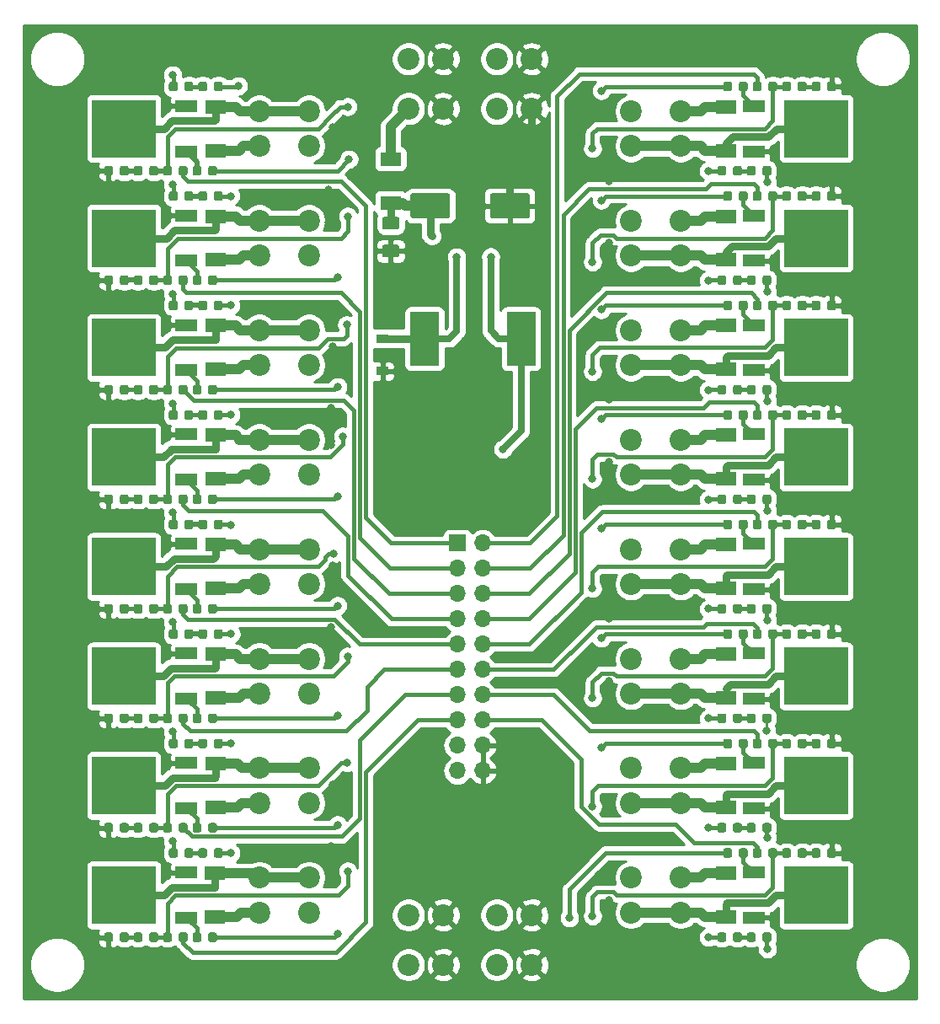
<source format=gbr>
G04 #@! TF.GenerationSoftware,KiCad,Pcbnew,(5.1.0)-1*
G04 #@! TF.CreationDate,2021-04-27T00:48:40+02:00*
G04 #@! TF.ProjectId,Magnetsteuerung,4d61676e-6574-4737-9465-756572756e67,rev?*
G04 #@! TF.SameCoordinates,Original*
G04 #@! TF.FileFunction,Copper,L1,Top*
G04 #@! TF.FilePolarity,Positive*
%FSLAX46Y46*%
G04 Gerber Fmt 4.6, Leading zero omitted, Abs format (unit mm)*
G04 Created by KiCad (PCBNEW (5.1.0)-1) date 2021-04-27 00:48:40*
%MOMM*%
%LPD*%
G04 APERTURE LIST*
%ADD10R,2.200000X1.200000*%
%ADD11R,6.400000X5.800000*%
%ADD12O,1.700000X1.700000*%
%ADD13R,1.700000X1.700000*%
%ADD14R,2.900000X5.400000*%
%ADD15R,2.100000X1.400000*%
%ADD16C,2.200000*%
%ADD17C,0.100000*%
%ADD18C,0.875000*%
%ADD19R,1.200000X0.900000*%
%ADD20C,2.500000*%
%ADD21C,1.250000*%
%ADD22C,0.800000*%
%ADD23C,0.400000*%
%ADD24C,1.000000*%
%ADD25C,0.250000*%
%ADD26C,3.000000*%
%ADD27C,0.800000*%
%ADD28C,0.500000*%
%ADD29C,0.700000*%
%ADD30C,0.254000*%
G04 APERTURE END LIST*
D10*
X106500000Y-55780000D03*
X106500000Y-51220000D03*
D11*
X100200000Y-53500000D03*
X169800000Y-42500000D03*
D10*
X163500000Y-44780000D03*
X163500000Y-40220000D03*
D12*
X133725000Y-89225000D03*
X133725000Y-96845000D03*
X133725000Y-101925000D03*
X136265000Y-104465000D03*
X133725000Y-107005000D03*
X133725000Y-86685000D03*
X136265000Y-89225000D03*
X133725000Y-91765000D03*
X136265000Y-91765000D03*
X133725000Y-94305000D03*
X136265000Y-94305000D03*
X136265000Y-86685000D03*
D13*
X133725000Y-84145000D03*
D12*
X136265000Y-96845000D03*
X136265000Y-101925000D03*
X133725000Y-104465000D03*
X136265000Y-107005000D03*
X136265000Y-84145000D03*
X133725000Y-99385000D03*
X136265000Y-99385000D03*
D14*
X130425000Y-63600000D03*
X140125000Y-63600000D03*
D15*
X127000000Y-49950000D03*
X127000000Y-45550000D03*
D16*
X151200000Y-99250000D03*
X156200000Y-99250000D03*
X156200000Y-95750000D03*
X151200000Y-95750000D03*
X151200000Y-66250000D03*
X156200000Y-66250000D03*
X156200000Y-62750000D03*
X151200000Y-62750000D03*
X151200000Y-121250000D03*
X156200000Y-121250000D03*
X156200000Y-117750000D03*
X151200000Y-117750000D03*
X151200000Y-88250000D03*
X156200000Y-88250000D03*
X156200000Y-84750000D03*
X151200000Y-84750000D03*
X151200000Y-55250000D03*
X156200000Y-55250000D03*
X156200000Y-51750000D03*
X151200000Y-51750000D03*
X151200000Y-110250000D03*
X156200000Y-110250000D03*
X156200000Y-106750000D03*
X151200000Y-106750000D03*
X137700000Y-35500000D03*
X137700000Y-40500000D03*
X141200000Y-40500000D03*
X141200000Y-35500000D03*
X128800000Y-35500000D03*
X128800000Y-40500000D03*
X132300000Y-40500000D03*
X132300000Y-35500000D03*
X151200000Y-77250000D03*
X156200000Y-77250000D03*
X156200000Y-73750000D03*
X151200000Y-73750000D03*
X151200000Y-44250000D03*
X156200000Y-44250000D03*
X156200000Y-40750000D03*
X151200000Y-40750000D03*
X141200000Y-126500000D03*
X141200000Y-121500000D03*
X137700000Y-121500000D03*
X137700000Y-126500000D03*
X132300000Y-126500000D03*
X132300000Y-121500000D03*
X128800000Y-121500000D03*
X128800000Y-126500000D03*
X118800000Y-40750000D03*
X113800000Y-40750000D03*
X113800000Y-44250000D03*
X118800000Y-44250000D03*
X118800000Y-51750000D03*
X113800000Y-51750000D03*
X113800000Y-55250000D03*
X118800000Y-55250000D03*
X118800000Y-62750000D03*
X113800000Y-62750000D03*
X113800000Y-66250000D03*
X118800000Y-66250000D03*
X118800000Y-73750000D03*
X113800000Y-73750000D03*
X113800000Y-77250000D03*
X118800000Y-77250000D03*
X118800000Y-84750000D03*
X113800000Y-84750000D03*
X113800000Y-88250000D03*
X118800000Y-88250000D03*
X118800000Y-95750000D03*
X113800000Y-95750000D03*
X113800000Y-99250000D03*
X118800000Y-99250000D03*
X118800000Y-106750000D03*
X113800000Y-106750000D03*
X113800000Y-110250000D03*
X118800000Y-110250000D03*
X118800000Y-117750000D03*
X113800000Y-117750000D03*
X113800000Y-121250000D03*
X118800000Y-121250000D03*
D15*
X160700000Y-62300000D03*
X160700000Y-66700000D03*
X160700000Y-51300000D03*
X160700000Y-55700000D03*
X160700000Y-95300000D03*
X160700000Y-99700000D03*
X160700000Y-117300000D03*
X160700000Y-121700000D03*
X160700000Y-84300000D03*
X160700000Y-88700000D03*
X160700000Y-106300000D03*
X160700000Y-110700000D03*
X160700000Y-73300000D03*
X160700000Y-77700000D03*
D17*
G36*
X165077691Y-101256053D02*
G01*
X165098926Y-101259203D01*
X165119750Y-101264419D01*
X165139962Y-101271651D01*
X165159368Y-101280830D01*
X165177781Y-101291866D01*
X165195024Y-101304654D01*
X165210930Y-101319070D01*
X165225346Y-101334976D01*
X165238134Y-101352219D01*
X165249170Y-101370632D01*
X165258349Y-101390038D01*
X165265581Y-101410250D01*
X165270797Y-101431074D01*
X165273947Y-101452309D01*
X165275000Y-101473750D01*
X165275000Y-101986250D01*
X165273947Y-102007691D01*
X165270797Y-102028926D01*
X165265581Y-102049750D01*
X165258349Y-102069962D01*
X165249170Y-102089368D01*
X165238134Y-102107781D01*
X165225346Y-102125024D01*
X165210930Y-102140930D01*
X165195024Y-102155346D01*
X165177781Y-102168134D01*
X165159368Y-102179170D01*
X165139962Y-102188349D01*
X165119750Y-102195581D01*
X165098926Y-102200797D01*
X165077691Y-102203947D01*
X165056250Y-102205000D01*
X164618750Y-102205000D01*
X164597309Y-102203947D01*
X164576074Y-102200797D01*
X164555250Y-102195581D01*
X164535038Y-102188349D01*
X164515632Y-102179170D01*
X164497219Y-102168134D01*
X164479976Y-102155346D01*
X164464070Y-102140930D01*
X164449654Y-102125024D01*
X164436866Y-102107781D01*
X164425830Y-102089368D01*
X164416651Y-102069962D01*
X164409419Y-102049750D01*
X164404203Y-102028926D01*
X164401053Y-102007691D01*
X164400000Y-101986250D01*
X164400000Y-101473750D01*
X164401053Y-101452309D01*
X164404203Y-101431074D01*
X164409419Y-101410250D01*
X164416651Y-101390038D01*
X164425830Y-101370632D01*
X164436866Y-101352219D01*
X164449654Y-101334976D01*
X164464070Y-101319070D01*
X164479976Y-101304654D01*
X164497219Y-101291866D01*
X164515632Y-101280830D01*
X164535038Y-101271651D01*
X164555250Y-101264419D01*
X164576074Y-101259203D01*
X164597309Y-101256053D01*
X164618750Y-101255000D01*
X165056250Y-101255000D01*
X165077691Y-101256053D01*
X165077691Y-101256053D01*
G37*
D18*
X164837500Y-101730000D03*
D17*
G36*
X163502691Y-101256053D02*
G01*
X163523926Y-101259203D01*
X163544750Y-101264419D01*
X163564962Y-101271651D01*
X163584368Y-101280830D01*
X163602781Y-101291866D01*
X163620024Y-101304654D01*
X163635930Y-101319070D01*
X163650346Y-101334976D01*
X163663134Y-101352219D01*
X163674170Y-101370632D01*
X163683349Y-101390038D01*
X163690581Y-101410250D01*
X163695797Y-101431074D01*
X163698947Y-101452309D01*
X163700000Y-101473750D01*
X163700000Y-101986250D01*
X163698947Y-102007691D01*
X163695797Y-102028926D01*
X163690581Y-102049750D01*
X163683349Y-102069962D01*
X163674170Y-102089368D01*
X163663134Y-102107781D01*
X163650346Y-102125024D01*
X163635930Y-102140930D01*
X163620024Y-102155346D01*
X163602781Y-102168134D01*
X163584368Y-102179170D01*
X163564962Y-102188349D01*
X163544750Y-102195581D01*
X163523926Y-102200797D01*
X163502691Y-102203947D01*
X163481250Y-102205000D01*
X163043750Y-102205000D01*
X163022309Y-102203947D01*
X163001074Y-102200797D01*
X162980250Y-102195581D01*
X162960038Y-102188349D01*
X162940632Y-102179170D01*
X162922219Y-102168134D01*
X162904976Y-102155346D01*
X162889070Y-102140930D01*
X162874654Y-102125024D01*
X162861866Y-102107781D01*
X162850830Y-102089368D01*
X162841651Y-102069962D01*
X162834419Y-102049750D01*
X162829203Y-102028926D01*
X162826053Y-102007691D01*
X162825000Y-101986250D01*
X162825000Y-101473750D01*
X162826053Y-101452309D01*
X162829203Y-101431074D01*
X162834419Y-101410250D01*
X162841651Y-101390038D01*
X162850830Y-101370632D01*
X162861866Y-101352219D01*
X162874654Y-101334976D01*
X162889070Y-101319070D01*
X162904976Y-101304654D01*
X162922219Y-101291866D01*
X162940632Y-101280830D01*
X162960038Y-101271651D01*
X162980250Y-101264419D01*
X163001074Y-101259203D01*
X163022309Y-101256053D01*
X163043750Y-101255000D01*
X163481250Y-101255000D01*
X163502691Y-101256053D01*
X163502691Y-101256053D01*
G37*
D18*
X163262500Y-101730000D03*
D17*
G36*
X165077691Y-68256053D02*
G01*
X165098926Y-68259203D01*
X165119750Y-68264419D01*
X165139962Y-68271651D01*
X165159368Y-68280830D01*
X165177781Y-68291866D01*
X165195024Y-68304654D01*
X165210930Y-68319070D01*
X165225346Y-68334976D01*
X165238134Y-68352219D01*
X165249170Y-68370632D01*
X165258349Y-68390038D01*
X165265581Y-68410250D01*
X165270797Y-68431074D01*
X165273947Y-68452309D01*
X165275000Y-68473750D01*
X165275000Y-68986250D01*
X165273947Y-69007691D01*
X165270797Y-69028926D01*
X165265581Y-69049750D01*
X165258349Y-69069962D01*
X165249170Y-69089368D01*
X165238134Y-69107781D01*
X165225346Y-69125024D01*
X165210930Y-69140930D01*
X165195024Y-69155346D01*
X165177781Y-69168134D01*
X165159368Y-69179170D01*
X165139962Y-69188349D01*
X165119750Y-69195581D01*
X165098926Y-69200797D01*
X165077691Y-69203947D01*
X165056250Y-69205000D01*
X164618750Y-69205000D01*
X164597309Y-69203947D01*
X164576074Y-69200797D01*
X164555250Y-69195581D01*
X164535038Y-69188349D01*
X164515632Y-69179170D01*
X164497219Y-69168134D01*
X164479976Y-69155346D01*
X164464070Y-69140930D01*
X164449654Y-69125024D01*
X164436866Y-69107781D01*
X164425830Y-69089368D01*
X164416651Y-69069962D01*
X164409419Y-69049750D01*
X164404203Y-69028926D01*
X164401053Y-69007691D01*
X164400000Y-68986250D01*
X164400000Y-68473750D01*
X164401053Y-68452309D01*
X164404203Y-68431074D01*
X164409419Y-68410250D01*
X164416651Y-68390038D01*
X164425830Y-68370632D01*
X164436866Y-68352219D01*
X164449654Y-68334976D01*
X164464070Y-68319070D01*
X164479976Y-68304654D01*
X164497219Y-68291866D01*
X164515632Y-68280830D01*
X164535038Y-68271651D01*
X164555250Y-68264419D01*
X164576074Y-68259203D01*
X164597309Y-68256053D01*
X164618750Y-68255000D01*
X165056250Y-68255000D01*
X165077691Y-68256053D01*
X165077691Y-68256053D01*
G37*
D18*
X164837500Y-68730000D03*
D17*
G36*
X163502691Y-68256053D02*
G01*
X163523926Y-68259203D01*
X163544750Y-68264419D01*
X163564962Y-68271651D01*
X163584368Y-68280830D01*
X163602781Y-68291866D01*
X163620024Y-68304654D01*
X163635930Y-68319070D01*
X163650346Y-68334976D01*
X163663134Y-68352219D01*
X163674170Y-68370632D01*
X163683349Y-68390038D01*
X163690581Y-68410250D01*
X163695797Y-68431074D01*
X163698947Y-68452309D01*
X163700000Y-68473750D01*
X163700000Y-68986250D01*
X163698947Y-69007691D01*
X163695797Y-69028926D01*
X163690581Y-69049750D01*
X163683349Y-69069962D01*
X163674170Y-69089368D01*
X163663134Y-69107781D01*
X163650346Y-69125024D01*
X163635930Y-69140930D01*
X163620024Y-69155346D01*
X163602781Y-69168134D01*
X163584368Y-69179170D01*
X163564962Y-69188349D01*
X163544750Y-69195581D01*
X163523926Y-69200797D01*
X163502691Y-69203947D01*
X163481250Y-69205000D01*
X163043750Y-69205000D01*
X163022309Y-69203947D01*
X163001074Y-69200797D01*
X162980250Y-69195581D01*
X162960038Y-69188349D01*
X162940632Y-69179170D01*
X162922219Y-69168134D01*
X162904976Y-69155346D01*
X162889070Y-69140930D01*
X162874654Y-69125024D01*
X162861866Y-69107781D01*
X162850830Y-69089368D01*
X162841651Y-69069962D01*
X162834419Y-69049750D01*
X162829203Y-69028926D01*
X162826053Y-69007691D01*
X162825000Y-68986250D01*
X162825000Y-68473750D01*
X162826053Y-68452309D01*
X162829203Y-68431074D01*
X162834419Y-68410250D01*
X162841651Y-68390038D01*
X162850830Y-68370632D01*
X162861866Y-68352219D01*
X162874654Y-68334976D01*
X162889070Y-68319070D01*
X162904976Y-68304654D01*
X162922219Y-68291866D01*
X162940632Y-68280830D01*
X162960038Y-68271651D01*
X162980250Y-68264419D01*
X163001074Y-68259203D01*
X163022309Y-68256053D01*
X163043750Y-68255000D01*
X163481250Y-68255000D01*
X163502691Y-68256053D01*
X163502691Y-68256053D01*
G37*
D18*
X163262500Y-68730000D03*
D17*
G36*
X162702691Y-92796053D02*
G01*
X162723926Y-92799203D01*
X162744750Y-92804419D01*
X162764962Y-92811651D01*
X162784368Y-92820830D01*
X162802781Y-92831866D01*
X162820024Y-92844654D01*
X162835930Y-92859070D01*
X162850346Y-92874976D01*
X162863134Y-92892219D01*
X162874170Y-92910632D01*
X162883349Y-92930038D01*
X162890581Y-92950250D01*
X162895797Y-92971074D01*
X162898947Y-92992309D01*
X162900000Y-93013750D01*
X162900000Y-93526250D01*
X162898947Y-93547691D01*
X162895797Y-93568926D01*
X162890581Y-93589750D01*
X162883349Y-93609962D01*
X162874170Y-93629368D01*
X162863134Y-93647781D01*
X162850346Y-93665024D01*
X162835930Y-93680930D01*
X162820024Y-93695346D01*
X162802781Y-93708134D01*
X162784368Y-93719170D01*
X162764962Y-93728349D01*
X162744750Y-93735581D01*
X162723926Y-93740797D01*
X162702691Y-93743947D01*
X162681250Y-93745000D01*
X162243750Y-93745000D01*
X162222309Y-93743947D01*
X162201074Y-93740797D01*
X162180250Y-93735581D01*
X162160038Y-93728349D01*
X162140632Y-93719170D01*
X162122219Y-93708134D01*
X162104976Y-93695346D01*
X162089070Y-93680930D01*
X162074654Y-93665024D01*
X162061866Y-93647781D01*
X162050830Y-93629368D01*
X162041651Y-93609962D01*
X162034419Y-93589750D01*
X162029203Y-93568926D01*
X162026053Y-93547691D01*
X162025000Y-93526250D01*
X162025000Y-93013750D01*
X162026053Y-92992309D01*
X162029203Y-92971074D01*
X162034419Y-92950250D01*
X162041651Y-92930038D01*
X162050830Y-92910632D01*
X162061866Y-92892219D01*
X162074654Y-92874976D01*
X162089070Y-92859070D01*
X162104976Y-92844654D01*
X162122219Y-92831866D01*
X162140632Y-92820830D01*
X162160038Y-92811651D01*
X162180250Y-92804419D01*
X162201074Y-92799203D01*
X162222309Y-92796053D01*
X162243750Y-92795000D01*
X162681250Y-92795000D01*
X162702691Y-92796053D01*
X162702691Y-92796053D01*
G37*
D18*
X162462500Y-93270000D03*
D17*
G36*
X161127691Y-92796053D02*
G01*
X161148926Y-92799203D01*
X161169750Y-92804419D01*
X161189962Y-92811651D01*
X161209368Y-92820830D01*
X161227781Y-92831866D01*
X161245024Y-92844654D01*
X161260930Y-92859070D01*
X161275346Y-92874976D01*
X161288134Y-92892219D01*
X161299170Y-92910632D01*
X161308349Y-92930038D01*
X161315581Y-92950250D01*
X161320797Y-92971074D01*
X161323947Y-92992309D01*
X161325000Y-93013750D01*
X161325000Y-93526250D01*
X161323947Y-93547691D01*
X161320797Y-93568926D01*
X161315581Y-93589750D01*
X161308349Y-93609962D01*
X161299170Y-93629368D01*
X161288134Y-93647781D01*
X161275346Y-93665024D01*
X161260930Y-93680930D01*
X161245024Y-93695346D01*
X161227781Y-93708134D01*
X161209368Y-93719170D01*
X161189962Y-93728349D01*
X161169750Y-93735581D01*
X161148926Y-93740797D01*
X161127691Y-93743947D01*
X161106250Y-93745000D01*
X160668750Y-93745000D01*
X160647309Y-93743947D01*
X160626074Y-93740797D01*
X160605250Y-93735581D01*
X160585038Y-93728349D01*
X160565632Y-93719170D01*
X160547219Y-93708134D01*
X160529976Y-93695346D01*
X160514070Y-93680930D01*
X160499654Y-93665024D01*
X160486866Y-93647781D01*
X160475830Y-93629368D01*
X160466651Y-93609962D01*
X160459419Y-93589750D01*
X160454203Y-93568926D01*
X160451053Y-93547691D01*
X160450000Y-93526250D01*
X160450000Y-93013750D01*
X160451053Y-92992309D01*
X160454203Y-92971074D01*
X160459419Y-92950250D01*
X160466651Y-92930038D01*
X160475830Y-92910632D01*
X160486866Y-92892219D01*
X160499654Y-92874976D01*
X160514070Y-92859070D01*
X160529976Y-92844654D01*
X160547219Y-92831866D01*
X160565632Y-92820830D01*
X160585038Y-92811651D01*
X160605250Y-92804419D01*
X160626074Y-92799203D01*
X160647309Y-92796053D01*
X160668750Y-92795000D01*
X161106250Y-92795000D01*
X161127691Y-92796053D01*
X161127691Y-92796053D01*
G37*
D18*
X160887500Y-93270000D03*
D17*
G36*
X162702691Y-59796053D02*
G01*
X162723926Y-59799203D01*
X162744750Y-59804419D01*
X162764962Y-59811651D01*
X162784368Y-59820830D01*
X162802781Y-59831866D01*
X162820024Y-59844654D01*
X162835930Y-59859070D01*
X162850346Y-59874976D01*
X162863134Y-59892219D01*
X162874170Y-59910632D01*
X162883349Y-59930038D01*
X162890581Y-59950250D01*
X162895797Y-59971074D01*
X162898947Y-59992309D01*
X162900000Y-60013750D01*
X162900000Y-60526250D01*
X162898947Y-60547691D01*
X162895797Y-60568926D01*
X162890581Y-60589750D01*
X162883349Y-60609962D01*
X162874170Y-60629368D01*
X162863134Y-60647781D01*
X162850346Y-60665024D01*
X162835930Y-60680930D01*
X162820024Y-60695346D01*
X162802781Y-60708134D01*
X162784368Y-60719170D01*
X162764962Y-60728349D01*
X162744750Y-60735581D01*
X162723926Y-60740797D01*
X162702691Y-60743947D01*
X162681250Y-60745000D01*
X162243750Y-60745000D01*
X162222309Y-60743947D01*
X162201074Y-60740797D01*
X162180250Y-60735581D01*
X162160038Y-60728349D01*
X162140632Y-60719170D01*
X162122219Y-60708134D01*
X162104976Y-60695346D01*
X162089070Y-60680930D01*
X162074654Y-60665024D01*
X162061866Y-60647781D01*
X162050830Y-60629368D01*
X162041651Y-60609962D01*
X162034419Y-60589750D01*
X162029203Y-60568926D01*
X162026053Y-60547691D01*
X162025000Y-60526250D01*
X162025000Y-60013750D01*
X162026053Y-59992309D01*
X162029203Y-59971074D01*
X162034419Y-59950250D01*
X162041651Y-59930038D01*
X162050830Y-59910632D01*
X162061866Y-59892219D01*
X162074654Y-59874976D01*
X162089070Y-59859070D01*
X162104976Y-59844654D01*
X162122219Y-59831866D01*
X162140632Y-59820830D01*
X162160038Y-59811651D01*
X162180250Y-59804419D01*
X162201074Y-59799203D01*
X162222309Y-59796053D01*
X162243750Y-59795000D01*
X162681250Y-59795000D01*
X162702691Y-59796053D01*
X162702691Y-59796053D01*
G37*
D18*
X162462500Y-60270000D03*
D17*
G36*
X161127691Y-59796053D02*
G01*
X161148926Y-59799203D01*
X161169750Y-59804419D01*
X161189962Y-59811651D01*
X161209368Y-59820830D01*
X161227781Y-59831866D01*
X161245024Y-59844654D01*
X161260930Y-59859070D01*
X161275346Y-59874976D01*
X161288134Y-59892219D01*
X161299170Y-59910632D01*
X161308349Y-59930038D01*
X161315581Y-59950250D01*
X161320797Y-59971074D01*
X161323947Y-59992309D01*
X161325000Y-60013750D01*
X161325000Y-60526250D01*
X161323947Y-60547691D01*
X161320797Y-60568926D01*
X161315581Y-60589750D01*
X161308349Y-60609962D01*
X161299170Y-60629368D01*
X161288134Y-60647781D01*
X161275346Y-60665024D01*
X161260930Y-60680930D01*
X161245024Y-60695346D01*
X161227781Y-60708134D01*
X161209368Y-60719170D01*
X161189962Y-60728349D01*
X161169750Y-60735581D01*
X161148926Y-60740797D01*
X161127691Y-60743947D01*
X161106250Y-60745000D01*
X160668750Y-60745000D01*
X160647309Y-60743947D01*
X160626074Y-60740797D01*
X160605250Y-60735581D01*
X160585038Y-60728349D01*
X160565632Y-60719170D01*
X160547219Y-60708134D01*
X160529976Y-60695346D01*
X160514070Y-60680930D01*
X160499654Y-60665024D01*
X160486866Y-60647781D01*
X160475830Y-60629368D01*
X160466651Y-60609962D01*
X160459419Y-60589750D01*
X160454203Y-60568926D01*
X160451053Y-60547691D01*
X160450000Y-60526250D01*
X160450000Y-60013750D01*
X160451053Y-59992309D01*
X160454203Y-59971074D01*
X160459419Y-59950250D01*
X160466651Y-59930038D01*
X160475830Y-59910632D01*
X160486866Y-59892219D01*
X160499654Y-59874976D01*
X160514070Y-59859070D01*
X160529976Y-59844654D01*
X160547219Y-59831866D01*
X160565632Y-59820830D01*
X160585038Y-59811651D01*
X160605250Y-59804419D01*
X160626074Y-59799203D01*
X160647309Y-59796053D01*
X160668750Y-59795000D01*
X161106250Y-59795000D01*
X161127691Y-59796053D01*
X161127691Y-59796053D01*
G37*
D18*
X160887500Y-60270000D03*
D17*
G36*
X167047691Y-92796053D02*
G01*
X167068926Y-92799203D01*
X167089750Y-92804419D01*
X167109962Y-92811651D01*
X167129368Y-92820830D01*
X167147781Y-92831866D01*
X167165024Y-92844654D01*
X167180930Y-92859070D01*
X167195346Y-92874976D01*
X167208134Y-92892219D01*
X167219170Y-92910632D01*
X167228349Y-92930038D01*
X167235581Y-92950250D01*
X167240797Y-92971074D01*
X167243947Y-92992309D01*
X167245000Y-93013750D01*
X167245000Y-93526250D01*
X167243947Y-93547691D01*
X167240797Y-93568926D01*
X167235581Y-93589750D01*
X167228349Y-93609962D01*
X167219170Y-93629368D01*
X167208134Y-93647781D01*
X167195346Y-93665024D01*
X167180930Y-93680930D01*
X167165024Y-93695346D01*
X167147781Y-93708134D01*
X167129368Y-93719170D01*
X167109962Y-93728349D01*
X167089750Y-93735581D01*
X167068926Y-93740797D01*
X167047691Y-93743947D01*
X167026250Y-93745000D01*
X166588750Y-93745000D01*
X166567309Y-93743947D01*
X166546074Y-93740797D01*
X166525250Y-93735581D01*
X166505038Y-93728349D01*
X166485632Y-93719170D01*
X166467219Y-93708134D01*
X166449976Y-93695346D01*
X166434070Y-93680930D01*
X166419654Y-93665024D01*
X166406866Y-93647781D01*
X166395830Y-93629368D01*
X166386651Y-93609962D01*
X166379419Y-93589750D01*
X166374203Y-93568926D01*
X166371053Y-93547691D01*
X166370000Y-93526250D01*
X166370000Y-93013750D01*
X166371053Y-92992309D01*
X166374203Y-92971074D01*
X166379419Y-92950250D01*
X166386651Y-92930038D01*
X166395830Y-92910632D01*
X166406866Y-92892219D01*
X166419654Y-92874976D01*
X166434070Y-92859070D01*
X166449976Y-92844654D01*
X166467219Y-92831866D01*
X166485632Y-92820830D01*
X166505038Y-92811651D01*
X166525250Y-92804419D01*
X166546074Y-92799203D01*
X166567309Y-92796053D01*
X166588750Y-92795000D01*
X167026250Y-92795000D01*
X167047691Y-92796053D01*
X167047691Y-92796053D01*
G37*
D18*
X166807500Y-93270000D03*
D17*
G36*
X168622691Y-92796053D02*
G01*
X168643926Y-92799203D01*
X168664750Y-92804419D01*
X168684962Y-92811651D01*
X168704368Y-92820830D01*
X168722781Y-92831866D01*
X168740024Y-92844654D01*
X168755930Y-92859070D01*
X168770346Y-92874976D01*
X168783134Y-92892219D01*
X168794170Y-92910632D01*
X168803349Y-92930038D01*
X168810581Y-92950250D01*
X168815797Y-92971074D01*
X168818947Y-92992309D01*
X168820000Y-93013750D01*
X168820000Y-93526250D01*
X168818947Y-93547691D01*
X168815797Y-93568926D01*
X168810581Y-93589750D01*
X168803349Y-93609962D01*
X168794170Y-93629368D01*
X168783134Y-93647781D01*
X168770346Y-93665024D01*
X168755930Y-93680930D01*
X168740024Y-93695346D01*
X168722781Y-93708134D01*
X168704368Y-93719170D01*
X168684962Y-93728349D01*
X168664750Y-93735581D01*
X168643926Y-93740797D01*
X168622691Y-93743947D01*
X168601250Y-93745000D01*
X168163750Y-93745000D01*
X168142309Y-93743947D01*
X168121074Y-93740797D01*
X168100250Y-93735581D01*
X168080038Y-93728349D01*
X168060632Y-93719170D01*
X168042219Y-93708134D01*
X168024976Y-93695346D01*
X168009070Y-93680930D01*
X167994654Y-93665024D01*
X167981866Y-93647781D01*
X167970830Y-93629368D01*
X167961651Y-93609962D01*
X167954419Y-93589750D01*
X167949203Y-93568926D01*
X167946053Y-93547691D01*
X167945000Y-93526250D01*
X167945000Y-93013750D01*
X167946053Y-92992309D01*
X167949203Y-92971074D01*
X167954419Y-92950250D01*
X167961651Y-92930038D01*
X167970830Y-92910632D01*
X167981866Y-92892219D01*
X167994654Y-92874976D01*
X168009070Y-92859070D01*
X168024976Y-92844654D01*
X168042219Y-92831866D01*
X168060632Y-92820830D01*
X168080038Y-92811651D01*
X168100250Y-92804419D01*
X168121074Y-92799203D01*
X168142309Y-92796053D01*
X168163750Y-92795000D01*
X168601250Y-92795000D01*
X168622691Y-92796053D01*
X168622691Y-92796053D01*
G37*
D18*
X168382500Y-93270000D03*
D17*
G36*
X164087691Y-92796053D02*
G01*
X164108926Y-92799203D01*
X164129750Y-92804419D01*
X164149962Y-92811651D01*
X164169368Y-92820830D01*
X164187781Y-92831866D01*
X164205024Y-92844654D01*
X164220930Y-92859070D01*
X164235346Y-92874976D01*
X164248134Y-92892219D01*
X164259170Y-92910632D01*
X164268349Y-92930038D01*
X164275581Y-92950250D01*
X164280797Y-92971074D01*
X164283947Y-92992309D01*
X164285000Y-93013750D01*
X164285000Y-93526250D01*
X164283947Y-93547691D01*
X164280797Y-93568926D01*
X164275581Y-93589750D01*
X164268349Y-93609962D01*
X164259170Y-93629368D01*
X164248134Y-93647781D01*
X164235346Y-93665024D01*
X164220930Y-93680930D01*
X164205024Y-93695346D01*
X164187781Y-93708134D01*
X164169368Y-93719170D01*
X164149962Y-93728349D01*
X164129750Y-93735581D01*
X164108926Y-93740797D01*
X164087691Y-93743947D01*
X164066250Y-93745000D01*
X163628750Y-93745000D01*
X163607309Y-93743947D01*
X163586074Y-93740797D01*
X163565250Y-93735581D01*
X163545038Y-93728349D01*
X163525632Y-93719170D01*
X163507219Y-93708134D01*
X163489976Y-93695346D01*
X163474070Y-93680930D01*
X163459654Y-93665024D01*
X163446866Y-93647781D01*
X163435830Y-93629368D01*
X163426651Y-93609962D01*
X163419419Y-93589750D01*
X163414203Y-93568926D01*
X163411053Y-93547691D01*
X163410000Y-93526250D01*
X163410000Y-93013750D01*
X163411053Y-92992309D01*
X163414203Y-92971074D01*
X163419419Y-92950250D01*
X163426651Y-92930038D01*
X163435830Y-92910632D01*
X163446866Y-92892219D01*
X163459654Y-92874976D01*
X163474070Y-92859070D01*
X163489976Y-92844654D01*
X163507219Y-92831866D01*
X163525632Y-92820830D01*
X163545038Y-92811651D01*
X163565250Y-92804419D01*
X163586074Y-92799203D01*
X163607309Y-92796053D01*
X163628750Y-92795000D01*
X164066250Y-92795000D01*
X164087691Y-92796053D01*
X164087691Y-92796053D01*
G37*
D18*
X163847500Y-93270000D03*
D17*
G36*
X165662691Y-92796053D02*
G01*
X165683926Y-92799203D01*
X165704750Y-92804419D01*
X165724962Y-92811651D01*
X165744368Y-92820830D01*
X165762781Y-92831866D01*
X165780024Y-92844654D01*
X165795930Y-92859070D01*
X165810346Y-92874976D01*
X165823134Y-92892219D01*
X165834170Y-92910632D01*
X165843349Y-92930038D01*
X165850581Y-92950250D01*
X165855797Y-92971074D01*
X165858947Y-92992309D01*
X165860000Y-93013750D01*
X165860000Y-93526250D01*
X165858947Y-93547691D01*
X165855797Y-93568926D01*
X165850581Y-93589750D01*
X165843349Y-93609962D01*
X165834170Y-93629368D01*
X165823134Y-93647781D01*
X165810346Y-93665024D01*
X165795930Y-93680930D01*
X165780024Y-93695346D01*
X165762781Y-93708134D01*
X165744368Y-93719170D01*
X165724962Y-93728349D01*
X165704750Y-93735581D01*
X165683926Y-93740797D01*
X165662691Y-93743947D01*
X165641250Y-93745000D01*
X165203750Y-93745000D01*
X165182309Y-93743947D01*
X165161074Y-93740797D01*
X165140250Y-93735581D01*
X165120038Y-93728349D01*
X165100632Y-93719170D01*
X165082219Y-93708134D01*
X165064976Y-93695346D01*
X165049070Y-93680930D01*
X165034654Y-93665024D01*
X165021866Y-93647781D01*
X165010830Y-93629368D01*
X165001651Y-93609962D01*
X164994419Y-93589750D01*
X164989203Y-93568926D01*
X164986053Y-93547691D01*
X164985000Y-93526250D01*
X164985000Y-93013750D01*
X164986053Y-92992309D01*
X164989203Y-92971074D01*
X164994419Y-92950250D01*
X165001651Y-92930038D01*
X165010830Y-92910632D01*
X165021866Y-92892219D01*
X165034654Y-92874976D01*
X165049070Y-92859070D01*
X165064976Y-92844654D01*
X165082219Y-92831866D01*
X165100632Y-92820830D01*
X165120038Y-92811651D01*
X165140250Y-92804419D01*
X165161074Y-92799203D01*
X165182309Y-92796053D01*
X165203750Y-92795000D01*
X165641250Y-92795000D01*
X165662691Y-92796053D01*
X165662691Y-92796053D01*
G37*
D18*
X165422500Y-93270000D03*
D17*
G36*
X167047691Y-59796053D02*
G01*
X167068926Y-59799203D01*
X167089750Y-59804419D01*
X167109962Y-59811651D01*
X167129368Y-59820830D01*
X167147781Y-59831866D01*
X167165024Y-59844654D01*
X167180930Y-59859070D01*
X167195346Y-59874976D01*
X167208134Y-59892219D01*
X167219170Y-59910632D01*
X167228349Y-59930038D01*
X167235581Y-59950250D01*
X167240797Y-59971074D01*
X167243947Y-59992309D01*
X167245000Y-60013750D01*
X167245000Y-60526250D01*
X167243947Y-60547691D01*
X167240797Y-60568926D01*
X167235581Y-60589750D01*
X167228349Y-60609962D01*
X167219170Y-60629368D01*
X167208134Y-60647781D01*
X167195346Y-60665024D01*
X167180930Y-60680930D01*
X167165024Y-60695346D01*
X167147781Y-60708134D01*
X167129368Y-60719170D01*
X167109962Y-60728349D01*
X167089750Y-60735581D01*
X167068926Y-60740797D01*
X167047691Y-60743947D01*
X167026250Y-60745000D01*
X166588750Y-60745000D01*
X166567309Y-60743947D01*
X166546074Y-60740797D01*
X166525250Y-60735581D01*
X166505038Y-60728349D01*
X166485632Y-60719170D01*
X166467219Y-60708134D01*
X166449976Y-60695346D01*
X166434070Y-60680930D01*
X166419654Y-60665024D01*
X166406866Y-60647781D01*
X166395830Y-60629368D01*
X166386651Y-60609962D01*
X166379419Y-60589750D01*
X166374203Y-60568926D01*
X166371053Y-60547691D01*
X166370000Y-60526250D01*
X166370000Y-60013750D01*
X166371053Y-59992309D01*
X166374203Y-59971074D01*
X166379419Y-59950250D01*
X166386651Y-59930038D01*
X166395830Y-59910632D01*
X166406866Y-59892219D01*
X166419654Y-59874976D01*
X166434070Y-59859070D01*
X166449976Y-59844654D01*
X166467219Y-59831866D01*
X166485632Y-59820830D01*
X166505038Y-59811651D01*
X166525250Y-59804419D01*
X166546074Y-59799203D01*
X166567309Y-59796053D01*
X166588750Y-59795000D01*
X167026250Y-59795000D01*
X167047691Y-59796053D01*
X167047691Y-59796053D01*
G37*
D18*
X166807500Y-60270000D03*
D17*
G36*
X168622691Y-59796053D02*
G01*
X168643926Y-59799203D01*
X168664750Y-59804419D01*
X168684962Y-59811651D01*
X168704368Y-59820830D01*
X168722781Y-59831866D01*
X168740024Y-59844654D01*
X168755930Y-59859070D01*
X168770346Y-59874976D01*
X168783134Y-59892219D01*
X168794170Y-59910632D01*
X168803349Y-59930038D01*
X168810581Y-59950250D01*
X168815797Y-59971074D01*
X168818947Y-59992309D01*
X168820000Y-60013750D01*
X168820000Y-60526250D01*
X168818947Y-60547691D01*
X168815797Y-60568926D01*
X168810581Y-60589750D01*
X168803349Y-60609962D01*
X168794170Y-60629368D01*
X168783134Y-60647781D01*
X168770346Y-60665024D01*
X168755930Y-60680930D01*
X168740024Y-60695346D01*
X168722781Y-60708134D01*
X168704368Y-60719170D01*
X168684962Y-60728349D01*
X168664750Y-60735581D01*
X168643926Y-60740797D01*
X168622691Y-60743947D01*
X168601250Y-60745000D01*
X168163750Y-60745000D01*
X168142309Y-60743947D01*
X168121074Y-60740797D01*
X168100250Y-60735581D01*
X168080038Y-60728349D01*
X168060632Y-60719170D01*
X168042219Y-60708134D01*
X168024976Y-60695346D01*
X168009070Y-60680930D01*
X167994654Y-60665024D01*
X167981866Y-60647781D01*
X167970830Y-60629368D01*
X167961651Y-60609962D01*
X167954419Y-60589750D01*
X167949203Y-60568926D01*
X167946053Y-60547691D01*
X167945000Y-60526250D01*
X167945000Y-60013750D01*
X167946053Y-59992309D01*
X167949203Y-59971074D01*
X167954419Y-59950250D01*
X167961651Y-59930038D01*
X167970830Y-59910632D01*
X167981866Y-59892219D01*
X167994654Y-59874976D01*
X168009070Y-59859070D01*
X168024976Y-59844654D01*
X168042219Y-59831866D01*
X168060632Y-59820830D01*
X168080038Y-59811651D01*
X168100250Y-59804419D01*
X168121074Y-59799203D01*
X168142309Y-59796053D01*
X168163750Y-59795000D01*
X168601250Y-59795000D01*
X168622691Y-59796053D01*
X168622691Y-59796053D01*
G37*
D18*
X168382500Y-60270000D03*
D17*
G36*
X164087691Y-59796053D02*
G01*
X164108926Y-59799203D01*
X164129750Y-59804419D01*
X164149962Y-59811651D01*
X164169368Y-59820830D01*
X164187781Y-59831866D01*
X164205024Y-59844654D01*
X164220930Y-59859070D01*
X164235346Y-59874976D01*
X164248134Y-59892219D01*
X164259170Y-59910632D01*
X164268349Y-59930038D01*
X164275581Y-59950250D01*
X164280797Y-59971074D01*
X164283947Y-59992309D01*
X164285000Y-60013750D01*
X164285000Y-60526250D01*
X164283947Y-60547691D01*
X164280797Y-60568926D01*
X164275581Y-60589750D01*
X164268349Y-60609962D01*
X164259170Y-60629368D01*
X164248134Y-60647781D01*
X164235346Y-60665024D01*
X164220930Y-60680930D01*
X164205024Y-60695346D01*
X164187781Y-60708134D01*
X164169368Y-60719170D01*
X164149962Y-60728349D01*
X164129750Y-60735581D01*
X164108926Y-60740797D01*
X164087691Y-60743947D01*
X164066250Y-60745000D01*
X163628750Y-60745000D01*
X163607309Y-60743947D01*
X163586074Y-60740797D01*
X163565250Y-60735581D01*
X163545038Y-60728349D01*
X163525632Y-60719170D01*
X163507219Y-60708134D01*
X163489976Y-60695346D01*
X163474070Y-60680930D01*
X163459654Y-60665024D01*
X163446866Y-60647781D01*
X163435830Y-60629368D01*
X163426651Y-60609962D01*
X163419419Y-60589750D01*
X163414203Y-60568926D01*
X163411053Y-60547691D01*
X163410000Y-60526250D01*
X163410000Y-60013750D01*
X163411053Y-59992309D01*
X163414203Y-59971074D01*
X163419419Y-59950250D01*
X163426651Y-59930038D01*
X163435830Y-59910632D01*
X163446866Y-59892219D01*
X163459654Y-59874976D01*
X163474070Y-59859070D01*
X163489976Y-59844654D01*
X163507219Y-59831866D01*
X163525632Y-59820830D01*
X163545038Y-59811651D01*
X163565250Y-59804419D01*
X163586074Y-59799203D01*
X163607309Y-59796053D01*
X163628750Y-59795000D01*
X164066250Y-59795000D01*
X164087691Y-59796053D01*
X164087691Y-59796053D01*
G37*
D18*
X163847500Y-60270000D03*
D17*
G36*
X165662691Y-59796053D02*
G01*
X165683926Y-59799203D01*
X165704750Y-59804419D01*
X165724962Y-59811651D01*
X165744368Y-59820830D01*
X165762781Y-59831866D01*
X165780024Y-59844654D01*
X165795930Y-59859070D01*
X165810346Y-59874976D01*
X165823134Y-59892219D01*
X165834170Y-59910632D01*
X165843349Y-59930038D01*
X165850581Y-59950250D01*
X165855797Y-59971074D01*
X165858947Y-59992309D01*
X165860000Y-60013750D01*
X165860000Y-60526250D01*
X165858947Y-60547691D01*
X165855797Y-60568926D01*
X165850581Y-60589750D01*
X165843349Y-60609962D01*
X165834170Y-60629368D01*
X165823134Y-60647781D01*
X165810346Y-60665024D01*
X165795930Y-60680930D01*
X165780024Y-60695346D01*
X165762781Y-60708134D01*
X165744368Y-60719170D01*
X165724962Y-60728349D01*
X165704750Y-60735581D01*
X165683926Y-60740797D01*
X165662691Y-60743947D01*
X165641250Y-60745000D01*
X165203750Y-60745000D01*
X165182309Y-60743947D01*
X165161074Y-60740797D01*
X165140250Y-60735581D01*
X165120038Y-60728349D01*
X165100632Y-60719170D01*
X165082219Y-60708134D01*
X165064976Y-60695346D01*
X165049070Y-60680930D01*
X165034654Y-60665024D01*
X165021866Y-60647781D01*
X165010830Y-60629368D01*
X165001651Y-60609962D01*
X164994419Y-60589750D01*
X164989203Y-60568926D01*
X164986053Y-60547691D01*
X164985000Y-60526250D01*
X164985000Y-60013750D01*
X164986053Y-59992309D01*
X164989203Y-59971074D01*
X164994419Y-59950250D01*
X165001651Y-59930038D01*
X165010830Y-59910632D01*
X165021866Y-59892219D01*
X165034654Y-59874976D01*
X165049070Y-59859070D01*
X165064976Y-59844654D01*
X165082219Y-59831866D01*
X165100632Y-59820830D01*
X165120038Y-59811651D01*
X165140250Y-59804419D01*
X165161074Y-59799203D01*
X165182309Y-59796053D01*
X165203750Y-59795000D01*
X165641250Y-59795000D01*
X165662691Y-59796053D01*
X165662691Y-59796053D01*
G37*
D18*
X165422500Y-60270000D03*
D17*
G36*
X165077691Y-123256053D02*
G01*
X165098926Y-123259203D01*
X165119750Y-123264419D01*
X165139962Y-123271651D01*
X165159368Y-123280830D01*
X165177781Y-123291866D01*
X165195024Y-123304654D01*
X165210930Y-123319070D01*
X165225346Y-123334976D01*
X165238134Y-123352219D01*
X165249170Y-123370632D01*
X165258349Y-123390038D01*
X165265581Y-123410250D01*
X165270797Y-123431074D01*
X165273947Y-123452309D01*
X165275000Y-123473750D01*
X165275000Y-123986250D01*
X165273947Y-124007691D01*
X165270797Y-124028926D01*
X165265581Y-124049750D01*
X165258349Y-124069962D01*
X165249170Y-124089368D01*
X165238134Y-124107781D01*
X165225346Y-124125024D01*
X165210930Y-124140930D01*
X165195024Y-124155346D01*
X165177781Y-124168134D01*
X165159368Y-124179170D01*
X165139962Y-124188349D01*
X165119750Y-124195581D01*
X165098926Y-124200797D01*
X165077691Y-124203947D01*
X165056250Y-124205000D01*
X164618750Y-124205000D01*
X164597309Y-124203947D01*
X164576074Y-124200797D01*
X164555250Y-124195581D01*
X164535038Y-124188349D01*
X164515632Y-124179170D01*
X164497219Y-124168134D01*
X164479976Y-124155346D01*
X164464070Y-124140930D01*
X164449654Y-124125024D01*
X164436866Y-124107781D01*
X164425830Y-124089368D01*
X164416651Y-124069962D01*
X164409419Y-124049750D01*
X164404203Y-124028926D01*
X164401053Y-124007691D01*
X164400000Y-123986250D01*
X164400000Y-123473750D01*
X164401053Y-123452309D01*
X164404203Y-123431074D01*
X164409419Y-123410250D01*
X164416651Y-123390038D01*
X164425830Y-123370632D01*
X164436866Y-123352219D01*
X164449654Y-123334976D01*
X164464070Y-123319070D01*
X164479976Y-123304654D01*
X164497219Y-123291866D01*
X164515632Y-123280830D01*
X164535038Y-123271651D01*
X164555250Y-123264419D01*
X164576074Y-123259203D01*
X164597309Y-123256053D01*
X164618750Y-123255000D01*
X165056250Y-123255000D01*
X165077691Y-123256053D01*
X165077691Y-123256053D01*
G37*
D18*
X164837500Y-123730000D03*
D17*
G36*
X163502691Y-123256053D02*
G01*
X163523926Y-123259203D01*
X163544750Y-123264419D01*
X163564962Y-123271651D01*
X163584368Y-123280830D01*
X163602781Y-123291866D01*
X163620024Y-123304654D01*
X163635930Y-123319070D01*
X163650346Y-123334976D01*
X163663134Y-123352219D01*
X163674170Y-123370632D01*
X163683349Y-123390038D01*
X163690581Y-123410250D01*
X163695797Y-123431074D01*
X163698947Y-123452309D01*
X163700000Y-123473750D01*
X163700000Y-123986250D01*
X163698947Y-124007691D01*
X163695797Y-124028926D01*
X163690581Y-124049750D01*
X163683349Y-124069962D01*
X163674170Y-124089368D01*
X163663134Y-124107781D01*
X163650346Y-124125024D01*
X163635930Y-124140930D01*
X163620024Y-124155346D01*
X163602781Y-124168134D01*
X163584368Y-124179170D01*
X163564962Y-124188349D01*
X163544750Y-124195581D01*
X163523926Y-124200797D01*
X163502691Y-124203947D01*
X163481250Y-124205000D01*
X163043750Y-124205000D01*
X163022309Y-124203947D01*
X163001074Y-124200797D01*
X162980250Y-124195581D01*
X162960038Y-124188349D01*
X162940632Y-124179170D01*
X162922219Y-124168134D01*
X162904976Y-124155346D01*
X162889070Y-124140930D01*
X162874654Y-124125024D01*
X162861866Y-124107781D01*
X162850830Y-124089368D01*
X162841651Y-124069962D01*
X162834419Y-124049750D01*
X162829203Y-124028926D01*
X162826053Y-124007691D01*
X162825000Y-123986250D01*
X162825000Y-123473750D01*
X162826053Y-123452309D01*
X162829203Y-123431074D01*
X162834419Y-123410250D01*
X162841651Y-123390038D01*
X162850830Y-123370632D01*
X162861866Y-123352219D01*
X162874654Y-123334976D01*
X162889070Y-123319070D01*
X162904976Y-123304654D01*
X162922219Y-123291866D01*
X162940632Y-123280830D01*
X162960038Y-123271651D01*
X162980250Y-123264419D01*
X163001074Y-123259203D01*
X163022309Y-123256053D01*
X163043750Y-123255000D01*
X163481250Y-123255000D01*
X163502691Y-123256053D01*
X163502691Y-123256053D01*
G37*
D18*
X163262500Y-123730000D03*
D17*
G36*
X165077691Y-90256053D02*
G01*
X165098926Y-90259203D01*
X165119750Y-90264419D01*
X165139962Y-90271651D01*
X165159368Y-90280830D01*
X165177781Y-90291866D01*
X165195024Y-90304654D01*
X165210930Y-90319070D01*
X165225346Y-90334976D01*
X165238134Y-90352219D01*
X165249170Y-90370632D01*
X165258349Y-90390038D01*
X165265581Y-90410250D01*
X165270797Y-90431074D01*
X165273947Y-90452309D01*
X165275000Y-90473750D01*
X165275000Y-90986250D01*
X165273947Y-91007691D01*
X165270797Y-91028926D01*
X165265581Y-91049750D01*
X165258349Y-91069962D01*
X165249170Y-91089368D01*
X165238134Y-91107781D01*
X165225346Y-91125024D01*
X165210930Y-91140930D01*
X165195024Y-91155346D01*
X165177781Y-91168134D01*
X165159368Y-91179170D01*
X165139962Y-91188349D01*
X165119750Y-91195581D01*
X165098926Y-91200797D01*
X165077691Y-91203947D01*
X165056250Y-91205000D01*
X164618750Y-91205000D01*
X164597309Y-91203947D01*
X164576074Y-91200797D01*
X164555250Y-91195581D01*
X164535038Y-91188349D01*
X164515632Y-91179170D01*
X164497219Y-91168134D01*
X164479976Y-91155346D01*
X164464070Y-91140930D01*
X164449654Y-91125024D01*
X164436866Y-91107781D01*
X164425830Y-91089368D01*
X164416651Y-91069962D01*
X164409419Y-91049750D01*
X164404203Y-91028926D01*
X164401053Y-91007691D01*
X164400000Y-90986250D01*
X164400000Y-90473750D01*
X164401053Y-90452309D01*
X164404203Y-90431074D01*
X164409419Y-90410250D01*
X164416651Y-90390038D01*
X164425830Y-90370632D01*
X164436866Y-90352219D01*
X164449654Y-90334976D01*
X164464070Y-90319070D01*
X164479976Y-90304654D01*
X164497219Y-90291866D01*
X164515632Y-90280830D01*
X164535038Y-90271651D01*
X164555250Y-90264419D01*
X164576074Y-90259203D01*
X164597309Y-90256053D01*
X164618750Y-90255000D01*
X165056250Y-90255000D01*
X165077691Y-90256053D01*
X165077691Y-90256053D01*
G37*
D18*
X164837500Y-90730000D03*
D17*
G36*
X163502691Y-90256053D02*
G01*
X163523926Y-90259203D01*
X163544750Y-90264419D01*
X163564962Y-90271651D01*
X163584368Y-90280830D01*
X163602781Y-90291866D01*
X163620024Y-90304654D01*
X163635930Y-90319070D01*
X163650346Y-90334976D01*
X163663134Y-90352219D01*
X163674170Y-90370632D01*
X163683349Y-90390038D01*
X163690581Y-90410250D01*
X163695797Y-90431074D01*
X163698947Y-90452309D01*
X163700000Y-90473750D01*
X163700000Y-90986250D01*
X163698947Y-91007691D01*
X163695797Y-91028926D01*
X163690581Y-91049750D01*
X163683349Y-91069962D01*
X163674170Y-91089368D01*
X163663134Y-91107781D01*
X163650346Y-91125024D01*
X163635930Y-91140930D01*
X163620024Y-91155346D01*
X163602781Y-91168134D01*
X163584368Y-91179170D01*
X163564962Y-91188349D01*
X163544750Y-91195581D01*
X163523926Y-91200797D01*
X163502691Y-91203947D01*
X163481250Y-91205000D01*
X163043750Y-91205000D01*
X163022309Y-91203947D01*
X163001074Y-91200797D01*
X162980250Y-91195581D01*
X162960038Y-91188349D01*
X162940632Y-91179170D01*
X162922219Y-91168134D01*
X162904976Y-91155346D01*
X162889070Y-91140930D01*
X162874654Y-91125024D01*
X162861866Y-91107781D01*
X162850830Y-91089368D01*
X162841651Y-91069962D01*
X162834419Y-91049750D01*
X162829203Y-91028926D01*
X162826053Y-91007691D01*
X162825000Y-90986250D01*
X162825000Y-90473750D01*
X162826053Y-90452309D01*
X162829203Y-90431074D01*
X162834419Y-90410250D01*
X162841651Y-90390038D01*
X162850830Y-90370632D01*
X162861866Y-90352219D01*
X162874654Y-90334976D01*
X162889070Y-90319070D01*
X162904976Y-90304654D01*
X162922219Y-90291866D01*
X162940632Y-90280830D01*
X162960038Y-90271651D01*
X162980250Y-90264419D01*
X163001074Y-90259203D01*
X163022309Y-90256053D01*
X163043750Y-90255000D01*
X163481250Y-90255000D01*
X163502691Y-90256053D01*
X163502691Y-90256053D01*
G37*
D18*
X163262500Y-90730000D03*
D17*
G36*
X165077691Y-57256053D02*
G01*
X165098926Y-57259203D01*
X165119750Y-57264419D01*
X165139962Y-57271651D01*
X165159368Y-57280830D01*
X165177781Y-57291866D01*
X165195024Y-57304654D01*
X165210930Y-57319070D01*
X165225346Y-57334976D01*
X165238134Y-57352219D01*
X165249170Y-57370632D01*
X165258349Y-57390038D01*
X165265581Y-57410250D01*
X165270797Y-57431074D01*
X165273947Y-57452309D01*
X165275000Y-57473750D01*
X165275000Y-57986250D01*
X165273947Y-58007691D01*
X165270797Y-58028926D01*
X165265581Y-58049750D01*
X165258349Y-58069962D01*
X165249170Y-58089368D01*
X165238134Y-58107781D01*
X165225346Y-58125024D01*
X165210930Y-58140930D01*
X165195024Y-58155346D01*
X165177781Y-58168134D01*
X165159368Y-58179170D01*
X165139962Y-58188349D01*
X165119750Y-58195581D01*
X165098926Y-58200797D01*
X165077691Y-58203947D01*
X165056250Y-58205000D01*
X164618750Y-58205000D01*
X164597309Y-58203947D01*
X164576074Y-58200797D01*
X164555250Y-58195581D01*
X164535038Y-58188349D01*
X164515632Y-58179170D01*
X164497219Y-58168134D01*
X164479976Y-58155346D01*
X164464070Y-58140930D01*
X164449654Y-58125024D01*
X164436866Y-58107781D01*
X164425830Y-58089368D01*
X164416651Y-58069962D01*
X164409419Y-58049750D01*
X164404203Y-58028926D01*
X164401053Y-58007691D01*
X164400000Y-57986250D01*
X164400000Y-57473750D01*
X164401053Y-57452309D01*
X164404203Y-57431074D01*
X164409419Y-57410250D01*
X164416651Y-57390038D01*
X164425830Y-57370632D01*
X164436866Y-57352219D01*
X164449654Y-57334976D01*
X164464070Y-57319070D01*
X164479976Y-57304654D01*
X164497219Y-57291866D01*
X164515632Y-57280830D01*
X164535038Y-57271651D01*
X164555250Y-57264419D01*
X164576074Y-57259203D01*
X164597309Y-57256053D01*
X164618750Y-57255000D01*
X165056250Y-57255000D01*
X165077691Y-57256053D01*
X165077691Y-57256053D01*
G37*
D18*
X164837500Y-57730000D03*
D17*
G36*
X163502691Y-57256053D02*
G01*
X163523926Y-57259203D01*
X163544750Y-57264419D01*
X163564962Y-57271651D01*
X163584368Y-57280830D01*
X163602781Y-57291866D01*
X163620024Y-57304654D01*
X163635930Y-57319070D01*
X163650346Y-57334976D01*
X163663134Y-57352219D01*
X163674170Y-57370632D01*
X163683349Y-57390038D01*
X163690581Y-57410250D01*
X163695797Y-57431074D01*
X163698947Y-57452309D01*
X163700000Y-57473750D01*
X163700000Y-57986250D01*
X163698947Y-58007691D01*
X163695797Y-58028926D01*
X163690581Y-58049750D01*
X163683349Y-58069962D01*
X163674170Y-58089368D01*
X163663134Y-58107781D01*
X163650346Y-58125024D01*
X163635930Y-58140930D01*
X163620024Y-58155346D01*
X163602781Y-58168134D01*
X163584368Y-58179170D01*
X163564962Y-58188349D01*
X163544750Y-58195581D01*
X163523926Y-58200797D01*
X163502691Y-58203947D01*
X163481250Y-58205000D01*
X163043750Y-58205000D01*
X163022309Y-58203947D01*
X163001074Y-58200797D01*
X162980250Y-58195581D01*
X162960038Y-58188349D01*
X162940632Y-58179170D01*
X162922219Y-58168134D01*
X162904976Y-58155346D01*
X162889070Y-58140930D01*
X162874654Y-58125024D01*
X162861866Y-58107781D01*
X162850830Y-58089368D01*
X162841651Y-58069962D01*
X162834419Y-58049750D01*
X162829203Y-58028926D01*
X162826053Y-58007691D01*
X162825000Y-57986250D01*
X162825000Y-57473750D01*
X162826053Y-57452309D01*
X162829203Y-57431074D01*
X162834419Y-57410250D01*
X162841651Y-57390038D01*
X162850830Y-57370632D01*
X162861866Y-57352219D01*
X162874654Y-57334976D01*
X162889070Y-57319070D01*
X162904976Y-57304654D01*
X162922219Y-57291866D01*
X162940632Y-57280830D01*
X162960038Y-57271651D01*
X162980250Y-57264419D01*
X163001074Y-57259203D01*
X163022309Y-57256053D01*
X163043750Y-57255000D01*
X163481250Y-57255000D01*
X163502691Y-57256053D01*
X163502691Y-57256053D01*
G37*
D18*
X163262500Y-57730000D03*
D17*
G36*
X162702691Y-114796053D02*
G01*
X162723926Y-114799203D01*
X162744750Y-114804419D01*
X162764962Y-114811651D01*
X162784368Y-114820830D01*
X162802781Y-114831866D01*
X162820024Y-114844654D01*
X162835930Y-114859070D01*
X162850346Y-114874976D01*
X162863134Y-114892219D01*
X162874170Y-114910632D01*
X162883349Y-114930038D01*
X162890581Y-114950250D01*
X162895797Y-114971074D01*
X162898947Y-114992309D01*
X162900000Y-115013750D01*
X162900000Y-115526250D01*
X162898947Y-115547691D01*
X162895797Y-115568926D01*
X162890581Y-115589750D01*
X162883349Y-115609962D01*
X162874170Y-115629368D01*
X162863134Y-115647781D01*
X162850346Y-115665024D01*
X162835930Y-115680930D01*
X162820024Y-115695346D01*
X162802781Y-115708134D01*
X162784368Y-115719170D01*
X162764962Y-115728349D01*
X162744750Y-115735581D01*
X162723926Y-115740797D01*
X162702691Y-115743947D01*
X162681250Y-115745000D01*
X162243750Y-115745000D01*
X162222309Y-115743947D01*
X162201074Y-115740797D01*
X162180250Y-115735581D01*
X162160038Y-115728349D01*
X162140632Y-115719170D01*
X162122219Y-115708134D01*
X162104976Y-115695346D01*
X162089070Y-115680930D01*
X162074654Y-115665024D01*
X162061866Y-115647781D01*
X162050830Y-115629368D01*
X162041651Y-115609962D01*
X162034419Y-115589750D01*
X162029203Y-115568926D01*
X162026053Y-115547691D01*
X162025000Y-115526250D01*
X162025000Y-115013750D01*
X162026053Y-114992309D01*
X162029203Y-114971074D01*
X162034419Y-114950250D01*
X162041651Y-114930038D01*
X162050830Y-114910632D01*
X162061866Y-114892219D01*
X162074654Y-114874976D01*
X162089070Y-114859070D01*
X162104976Y-114844654D01*
X162122219Y-114831866D01*
X162140632Y-114820830D01*
X162160038Y-114811651D01*
X162180250Y-114804419D01*
X162201074Y-114799203D01*
X162222309Y-114796053D01*
X162243750Y-114795000D01*
X162681250Y-114795000D01*
X162702691Y-114796053D01*
X162702691Y-114796053D01*
G37*
D18*
X162462500Y-115270000D03*
D17*
G36*
X161127691Y-114796053D02*
G01*
X161148926Y-114799203D01*
X161169750Y-114804419D01*
X161189962Y-114811651D01*
X161209368Y-114820830D01*
X161227781Y-114831866D01*
X161245024Y-114844654D01*
X161260930Y-114859070D01*
X161275346Y-114874976D01*
X161288134Y-114892219D01*
X161299170Y-114910632D01*
X161308349Y-114930038D01*
X161315581Y-114950250D01*
X161320797Y-114971074D01*
X161323947Y-114992309D01*
X161325000Y-115013750D01*
X161325000Y-115526250D01*
X161323947Y-115547691D01*
X161320797Y-115568926D01*
X161315581Y-115589750D01*
X161308349Y-115609962D01*
X161299170Y-115629368D01*
X161288134Y-115647781D01*
X161275346Y-115665024D01*
X161260930Y-115680930D01*
X161245024Y-115695346D01*
X161227781Y-115708134D01*
X161209368Y-115719170D01*
X161189962Y-115728349D01*
X161169750Y-115735581D01*
X161148926Y-115740797D01*
X161127691Y-115743947D01*
X161106250Y-115745000D01*
X160668750Y-115745000D01*
X160647309Y-115743947D01*
X160626074Y-115740797D01*
X160605250Y-115735581D01*
X160585038Y-115728349D01*
X160565632Y-115719170D01*
X160547219Y-115708134D01*
X160529976Y-115695346D01*
X160514070Y-115680930D01*
X160499654Y-115665024D01*
X160486866Y-115647781D01*
X160475830Y-115629368D01*
X160466651Y-115609962D01*
X160459419Y-115589750D01*
X160454203Y-115568926D01*
X160451053Y-115547691D01*
X160450000Y-115526250D01*
X160450000Y-115013750D01*
X160451053Y-114992309D01*
X160454203Y-114971074D01*
X160459419Y-114950250D01*
X160466651Y-114930038D01*
X160475830Y-114910632D01*
X160486866Y-114892219D01*
X160499654Y-114874976D01*
X160514070Y-114859070D01*
X160529976Y-114844654D01*
X160547219Y-114831866D01*
X160565632Y-114820830D01*
X160585038Y-114811651D01*
X160605250Y-114804419D01*
X160626074Y-114799203D01*
X160647309Y-114796053D01*
X160668750Y-114795000D01*
X161106250Y-114795000D01*
X161127691Y-114796053D01*
X161127691Y-114796053D01*
G37*
D18*
X160887500Y-115270000D03*
D17*
G36*
X162702691Y-81796053D02*
G01*
X162723926Y-81799203D01*
X162744750Y-81804419D01*
X162764962Y-81811651D01*
X162784368Y-81820830D01*
X162802781Y-81831866D01*
X162820024Y-81844654D01*
X162835930Y-81859070D01*
X162850346Y-81874976D01*
X162863134Y-81892219D01*
X162874170Y-81910632D01*
X162883349Y-81930038D01*
X162890581Y-81950250D01*
X162895797Y-81971074D01*
X162898947Y-81992309D01*
X162900000Y-82013750D01*
X162900000Y-82526250D01*
X162898947Y-82547691D01*
X162895797Y-82568926D01*
X162890581Y-82589750D01*
X162883349Y-82609962D01*
X162874170Y-82629368D01*
X162863134Y-82647781D01*
X162850346Y-82665024D01*
X162835930Y-82680930D01*
X162820024Y-82695346D01*
X162802781Y-82708134D01*
X162784368Y-82719170D01*
X162764962Y-82728349D01*
X162744750Y-82735581D01*
X162723926Y-82740797D01*
X162702691Y-82743947D01*
X162681250Y-82745000D01*
X162243750Y-82745000D01*
X162222309Y-82743947D01*
X162201074Y-82740797D01*
X162180250Y-82735581D01*
X162160038Y-82728349D01*
X162140632Y-82719170D01*
X162122219Y-82708134D01*
X162104976Y-82695346D01*
X162089070Y-82680930D01*
X162074654Y-82665024D01*
X162061866Y-82647781D01*
X162050830Y-82629368D01*
X162041651Y-82609962D01*
X162034419Y-82589750D01*
X162029203Y-82568926D01*
X162026053Y-82547691D01*
X162025000Y-82526250D01*
X162025000Y-82013750D01*
X162026053Y-81992309D01*
X162029203Y-81971074D01*
X162034419Y-81950250D01*
X162041651Y-81930038D01*
X162050830Y-81910632D01*
X162061866Y-81892219D01*
X162074654Y-81874976D01*
X162089070Y-81859070D01*
X162104976Y-81844654D01*
X162122219Y-81831866D01*
X162140632Y-81820830D01*
X162160038Y-81811651D01*
X162180250Y-81804419D01*
X162201074Y-81799203D01*
X162222309Y-81796053D01*
X162243750Y-81795000D01*
X162681250Y-81795000D01*
X162702691Y-81796053D01*
X162702691Y-81796053D01*
G37*
D18*
X162462500Y-82270000D03*
D17*
G36*
X161127691Y-81796053D02*
G01*
X161148926Y-81799203D01*
X161169750Y-81804419D01*
X161189962Y-81811651D01*
X161209368Y-81820830D01*
X161227781Y-81831866D01*
X161245024Y-81844654D01*
X161260930Y-81859070D01*
X161275346Y-81874976D01*
X161288134Y-81892219D01*
X161299170Y-81910632D01*
X161308349Y-81930038D01*
X161315581Y-81950250D01*
X161320797Y-81971074D01*
X161323947Y-81992309D01*
X161325000Y-82013750D01*
X161325000Y-82526250D01*
X161323947Y-82547691D01*
X161320797Y-82568926D01*
X161315581Y-82589750D01*
X161308349Y-82609962D01*
X161299170Y-82629368D01*
X161288134Y-82647781D01*
X161275346Y-82665024D01*
X161260930Y-82680930D01*
X161245024Y-82695346D01*
X161227781Y-82708134D01*
X161209368Y-82719170D01*
X161189962Y-82728349D01*
X161169750Y-82735581D01*
X161148926Y-82740797D01*
X161127691Y-82743947D01*
X161106250Y-82745000D01*
X160668750Y-82745000D01*
X160647309Y-82743947D01*
X160626074Y-82740797D01*
X160605250Y-82735581D01*
X160585038Y-82728349D01*
X160565632Y-82719170D01*
X160547219Y-82708134D01*
X160529976Y-82695346D01*
X160514070Y-82680930D01*
X160499654Y-82665024D01*
X160486866Y-82647781D01*
X160475830Y-82629368D01*
X160466651Y-82609962D01*
X160459419Y-82589750D01*
X160454203Y-82568926D01*
X160451053Y-82547691D01*
X160450000Y-82526250D01*
X160450000Y-82013750D01*
X160451053Y-81992309D01*
X160454203Y-81971074D01*
X160459419Y-81950250D01*
X160466651Y-81930038D01*
X160475830Y-81910632D01*
X160486866Y-81892219D01*
X160499654Y-81874976D01*
X160514070Y-81859070D01*
X160529976Y-81844654D01*
X160547219Y-81831866D01*
X160565632Y-81820830D01*
X160585038Y-81811651D01*
X160605250Y-81804419D01*
X160626074Y-81799203D01*
X160647309Y-81796053D01*
X160668750Y-81795000D01*
X161106250Y-81795000D01*
X161127691Y-81796053D01*
X161127691Y-81796053D01*
G37*
D18*
X160887500Y-82270000D03*
D17*
G36*
X162702691Y-48796053D02*
G01*
X162723926Y-48799203D01*
X162744750Y-48804419D01*
X162764962Y-48811651D01*
X162784368Y-48820830D01*
X162802781Y-48831866D01*
X162820024Y-48844654D01*
X162835930Y-48859070D01*
X162850346Y-48874976D01*
X162863134Y-48892219D01*
X162874170Y-48910632D01*
X162883349Y-48930038D01*
X162890581Y-48950250D01*
X162895797Y-48971074D01*
X162898947Y-48992309D01*
X162900000Y-49013750D01*
X162900000Y-49526250D01*
X162898947Y-49547691D01*
X162895797Y-49568926D01*
X162890581Y-49589750D01*
X162883349Y-49609962D01*
X162874170Y-49629368D01*
X162863134Y-49647781D01*
X162850346Y-49665024D01*
X162835930Y-49680930D01*
X162820024Y-49695346D01*
X162802781Y-49708134D01*
X162784368Y-49719170D01*
X162764962Y-49728349D01*
X162744750Y-49735581D01*
X162723926Y-49740797D01*
X162702691Y-49743947D01*
X162681250Y-49745000D01*
X162243750Y-49745000D01*
X162222309Y-49743947D01*
X162201074Y-49740797D01*
X162180250Y-49735581D01*
X162160038Y-49728349D01*
X162140632Y-49719170D01*
X162122219Y-49708134D01*
X162104976Y-49695346D01*
X162089070Y-49680930D01*
X162074654Y-49665024D01*
X162061866Y-49647781D01*
X162050830Y-49629368D01*
X162041651Y-49609962D01*
X162034419Y-49589750D01*
X162029203Y-49568926D01*
X162026053Y-49547691D01*
X162025000Y-49526250D01*
X162025000Y-49013750D01*
X162026053Y-48992309D01*
X162029203Y-48971074D01*
X162034419Y-48950250D01*
X162041651Y-48930038D01*
X162050830Y-48910632D01*
X162061866Y-48892219D01*
X162074654Y-48874976D01*
X162089070Y-48859070D01*
X162104976Y-48844654D01*
X162122219Y-48831866D01*
X162140632Y-48820830D01*
X162160038Y-48811651D01*
X162180250Y-48804419D01*
X162201074Y-48799203D01*
X162222309Y-48796053D01*
X162243750Y-48795000D01*
X162681250Y-48795000D01*
X162702691Y-48796053D01*
X162702691Y-48796053D01*
G37*
D18*
X162462500Y-49270000D03*
D17*
G36*
X161127691Y-48796053D02*
G01*
X161148926Y-48799203D01*
X161169750Y-48804419D01*
X161189962Y-48811651D01*
X161209368Y-48820830D01*
X161227781Y-48831866D01*
X161245024Y-48844654D01*
X161260930Y-48859070D01*
X161275346Y-48874976D01*
X161288134Y-48892219D01*
X161299170Y-48910632D01*
X161308349Y-48930038D01*
X161315581Y-48950250D01*
X161320797Y-48971074D01*
X161323947Y-48992309D01*
X161325000Y-49013750D01*
X161325000Y-49526250D01*
X161323947Y-49547691D01*
X161320797Y-49568926D01*
X161315581Y-49589750D01*
X161308349Y-49609962D01*
X161299170Y-49629368D01*
X161288134Y-49647781D01*
X161275346Y-49665024D01*
X161260930Y-49680930D01*
X161245024Y-49695346D01*
X161227781Y-49708134D01*
X161209368Y-49719170D01*
X161189962Y-49728349D01*
X161169750Y-49735581D01*
X161148926Y-49740797D01*
X161127691Y-49743947D01*
X161106250Y-49745000D01*
X160668750Y-49745000D01*
X160647309Y-49743947D01*
X160626074Y-49740797D01*
X160605250Y-49735581D01*
X160585038Y-49728349D01*
X160565632Y-49719170D01*
X160547219Y-49708134D01*
X160529976Y-49695346D01*
X160514070Y-49680930D01*
X160499654Y-49665024D01*
X160486866Y-49647781D01*
X160475830Y-49629368D01*
X160466651Y-49609962D01*
X160459419Y-49589750D01*
X160454203Y-49568926D01*
X160451053Y-49547691D01*
X160450000Y-49526250D01*
X160450000Y-49013750D01*
X160451053Y-48992309D01*
X160454203Y-48971074D01*
X160459419Y-48950250D01*
X160466651Y-48930038D01*
X160475830Y-48910632D01*
X160486866Y-48892219D01*
X160499654Y-48874976D01*
X160514070Y-48859070D01*
X160529976Y-48844654D01*
X160547219Y-48831866D01*
X160565632Y-48820830D01*
X160585038Y-48811651D01*
X160605250Y-48804419D01*
X160626074Y-48799203D01*
X160647309Y-48796053D01*
X160668750Y-48795000D01*
X161106250Y-48795000D01*
X161127691Y-48796053D01*
X161127691Y-48796053D01*
G37*
D18*
X160887500Y-49270000D03*
D17*
G36*
X167047691Y-114796053D02*
G01*
X167068926Y-114799203D01*
X167089750Y-114804419D01*
X167109962Y-114811651D01*
X167129368Y-114820830D01*
X167147781Y-114831866D01*
X167165024Y-114844654D01*
X167180930Y-114859070D01*
X167195346Y-114874976D01*
X167208134Y-114892219D01*
X167219170Y-114910632D01*
X167228349Y-114930038D01*
X167235581Y-114950250D01*
X167240797Y-114971074D01*
X167243947Y-114992309D01*
X167245000Y-115013750D01*
X167245000Y-115526250D01*
X167243947Y-115547691D01*
X167240797Y-115568926D01*
X167235581Y-115589750D01*
X167228349Y-115609962D01*
X167219170Y-115629368D01*
X167208134Y-115647781D01*
X167195346Y-115665024D01*
X167180930Y-115680930D01*
X167165024Y-115695346D01*
X167147781Y-115708134D01*
X167129368Y-115719170D01*
X167109962Y-115728349D01*
X167089750Y-115735581D01*
X167068926Y-115740797D01*
X167047691Y-115743947D01*
X167026250Y-115745000D01*
X166588750Y-115745000D01*
X166567309Y-115743947D01*
X166546074Y-115740797D01*
X166525250Y-115735581D01*
X166505038Y-115728349D01*
X166485632Y-115719170D01*
X166467219Y-115708134D01*
X166449976Y-115695346D01*
X166434070Y-115680930D01*
X166419654Y-115665024D01*
X166406866Y-115647781D01*
X166395830Y-115629368D01*
X166386651Y-115609962D01*
X166379419Y-115589750D01*
X166374203Y-115568926D01*
X166371053Y-115547691D01*
X166370000Y-115526250D01*
X166370000Y-115013750D01*
X166371053Y-114992309D01*
X166374203Y-114971074D01*
X166379419Y-114950250D01*
X166386651Y-114930038D01*
X166395830Y-114910632D01*
X166406866Y-114892219D01*
X166419654Y-114874976D01*
X166434070Y-114859070D01*
X166449976Y-114844654D01*
X166467219Y-114831866D01*
X166485632Y-114820830D01*
X166505038Y-114811651D01*
X166525250Y-114804419D01*
X166546074Y-114799203D01*
X166567309Y-114796053D01*
X166588750Y-114795000D01*
X167026250Y-114795000D01*
X167047691Y-114796053D01*
X167047691Y-114796053D01*
G37*
D18*
X166807500Y-115270000D03*
D17*
G36*
X168622691Y-114796053D02*
G01*
X168643926Y-114799203D01*
X168664750Y-114804419D01*
X168684962Y-114811651D01*
X168704368Y-114820830D01*
X168722781Y-114831866D01*
X168740024Y-114844654D01*
X168755930Y-114859070D01*
X168770346Y-114874976D01*
X168783134Y-114892219D01*
X168794170Y-114910632D01*
X168803349Y-114930038D01*
X168810581Y-114950250D01*
X168815797Y-114971074D01*
X168818947Y-114992309D01*
X168820000Y-115013750D01*
X168820000Y-115526250D01*
X168818947Y-115547691D01*
X168815797Y-115568926D01*
X168810581Y-115589750D01*
X168803349Y-115609962D01*
X168794170Y-115629368D01*
X168783134Y-115647781D01*
X168770346Y-115665024D01*
X168755930Y-115680930D01*
X168740024Y-115695346D01*
X168722781Y-115708134D01*
X168704368Y-115719170D01*
X168684962Y-115728349D01*
X168664750Y-115735581D01*
X168643926Y-115740797D01*
X168622691Y-115743947D01*
X168601250Y-115745000D01*
X168163750Y-115745000D01*
X168142309Y-115743947D01*
X168121074Y-115740797D01*
X168100250Y-115735581D01*
X168080038Y-115728349D01*
X168060632Y-115719170D01*
X168042219Y-115708134D01*
X168024976Y-115695346D01*
X168009070Y-115680930D01*
X167994654Y-115665024D01*
X167981866Y-115647781D01*
X167970830Y-115629368D01*
X167961651Y-115609962D01*
X167954419Y-115589750D01*
X167949203Y-115568926D01*
X167946053Y-115547691D01*
X167945000Y-115526250D01*
X167945000Y-115013750D01*
X167946053Y-114992309D01*
X167949203Y-114971074D01*
X167954419Y-114950250D01*
X167961651Y-114930038D01*
X167970830Y-114910632D01*
X167981866Y-114892219D01*
X167994654Y-114874976D01*
X168009070Y-114859070D01*
X168024976Y-114844654D01*
X168042219Y-114831866D01*
X168060632Y-114820830D01*
X168080038Y-114811651D01*
X168100250Y-114804419D01*
X168121074Y-114799203D01*
X168142309Y-114796053D01*
X168163750Y-114795000D01*
X168601250Y-114795000D01*
X168622691Y-114796053D01*
X168622691Y-114796053D01*
G37*
D18*
X168382500Y-115270000D03*
D17*
G36*
X164087691Y-114796053D02*
G01*
X164108926Y-114799203D01*
X164129750Y-114804419D01*
X164149962Y-114811651D01*
X164169368Y-114820830D01*
X164187781Y-114831866D01*
X164205024Y-114844654D01*
X164220930Y-114859070D01*
X164235346Y-114874976D01*
X164248134Y-114892219D01*
X164259170Y-114910632D01*
X164268349Y-114930038D01*
X164275581Y-114950250D01*
X164280797Y-114971074D01*
X164283947Y-114992309D01*
X164285000Y-115013750D01*
X164285000Y-115526250D01*
X164283947Y-115547691D01*
X164280797Y-115568926D01*
X164275581Y-115589750D01*
X164268349Y-115609962D01*
X164259170Y-115629368D01*
X164248134Y-115647781D01*
X164235346Y-115665024D01*
X164220930Y-115680930D01*
X164205024Y-115695346D01*
X164187781Y-115708134D01*
X164169368Y-115719170D01*
X164149962Y-115728349D01*
X164129750Y-115735581D01*
X164108926Y-115740797D01*
X164087691Y-115743947D01*
X164066250Y-115745000D01*
X163628750Y-115745000D01*
X163607309Y-115743947D01*
X163586074Y-115740797D01*
X163565250Y-115735581D01*
X163545038Y-115728349D01*
X163525632Y-115719170D01*
X163507219Y-115708134D01*
X163489976Y-115695346D01*
X163474070Y-115680930D01*
X163459654Y-115665024D01*
X163446866Y-115647781D01*
X163435830Y-115629368D01*
X163426651Y-115609962D01*
X163419419Y-115589750D01*
X163414203Y-115568926D01*
X163411053Y-115547691D01*
X163410000Y-115526250D01*
X163410000Y-115013750D01*
X163411053Y-114992309D01*
X163414203Y-114971074D01*
X163419419Y-114950250D01*
X163426651Y-114930038D01*
X163435830Y-114910632D01*
X163446866Y-114892219D01*
X163459654Y-114874976D01*
X163474070Y-114859070D01*
X163489976Y-114844654D01*
X163507219Y-114831866D01*
X163525632Y-114820830D01*
X163545038Y-114811651D01*
X163565250Y-114804419D01*
X163586074Y-114799203D01*
X163607309Y-114796053D01*
X163628750Y-114795000D01*
X164066250Y-114795000D01*
X164087691Y-114796053D01*
X164087691Y-114796053D01*
G37*
D18*
X163847500Y-115270000D03*
D17*
G36*
X165662691Y-114796053D02*
G01*
X165683926Y-114799203D01*
X165704750Y-114804419D01*
X165724962Y-114811651D01*
X165744368Y-114820830D01*
X165762781Y-114831866D01*
X165780024Y-114844654D01*
X165795930Y-114859070D01*
X165810346Y-114874976D01*
X165823134Y-114892219D01*
X165834170Y-114910632D01*
X165843349Y-114930038D01*
X165850581Y-114950250D01*
X165855797Y-114971074D01*
X165858947Y-114992309D01*
X165860000Y-115013750D01*
X165860000Y-115526250D01*
X165858947Y-115547691D01*
X165855797Y-115568926D01*
X165850581Y-115589750D01*
X165843349Y-115609962D01*
X165834170Y-115629368D01*
X165823134Y-115647781D01*
X165810346Y-115665024D01*
X165795930Y-115680930D01*
X165780024Y-115695346D01*
X165762781Y-115708134D01*
X165744368Y-115719170D01*
X165724962Y-115728349D01*
X165704750Y-115735581D01*
X165683926Y-115740797D01*
X165662691Y-115743947D01*
X165641250Y-115745000D01*
X165203750Y-115745000D01*
X165182309Y-115743947D01*
X165161074Y-115740797D01*
X165140250Y-115735581D01*
X165120038Y-115728349D01*
X165100632Y-115719170D01*
X165082219Y-115708134D01*
X165064976Y-115695346D01*
X165049070Y-115680930D01*
X165034654Y-115665024D01*
X165021866Y-115647781D01*
X165010830Y-115629368D01*
X165001651Y-115609962D01*
X164994419Y-115589750D01*
X164989203Y-115568926D01*
X164986053Y-115547691D01*
X164985000Y-115526250D01*
X164985000Y-115013750D01*
X164986053Y-114992309D01*
X164989203Y-114971074D01*
X164994419Y-114950250D01*
X165001651Y-114930038D01*
X165010830Y-114910632D01*
X165021866Y-114892219D01*
X165034654Y-114874976D01*
X165049070Y-114859070D01*
X165064976Y-114844654D01*
X165082219Y-114831866D01*
X165100632Y-114820830D01*
X165120038Y-114811651D01*
X165140250Y-114804419D01*
X165161074Y-114799203D01*
X165182309Y-114796053D01*
X165203750Y-114795000D01*
X165641250Y-114795000D01*
X165662691Y-114796053D01*
X165662691Y-114796053D01*
G37*
D18*
X165422500Y-115270000D03*
D17*
G36*
X167047691Y-81796053D02*
G01*
X167068926Y-81799203D01*
X167089750Y-81804419D01*
X167109962Y-81811651D01*
X167129368Y-81820830D01*
X167147781Y-81831866D01*
X167165024Y-81844654D01*
X167180930Y-81859070D01*
X167195346Y-81874976D01*
X167208134Y-81892219D01*
X167219170Y-81910632D01*
X167228349Y-81930038D01*
X167235581Y-81950250D01*
X167240797Y-81971074D01*
X167243947Y-81992309D01*
X167245000Y-82013750D01*
X167245000Y-82526250D01*
X167243947Y-82547691D01*
X167240797Y-82568926D01*
X167235581Y-82589750D01*
X167228349Y-82609962D01*
X167219170Y-82629368D01*
X167208134Y-82647781D01*
X167195346Y-82665024D01*
X167180930Y-82680930D01*
X167165024Y-82695346D01*
X167147781Y-82708134D01*
X167129368Y-82719170D01*
X167109962Y-82728349D01*
X167089750Y-82735581D01*
X167068926Y-82740797D01*
X167047691Y-82743947D01*
X167026250Y-82745000D01*
X166588750Y-82745000D01*
X166567309Y-82743947D01*
X166546074Y-82740797D01*
X166525250Y-82735581D01*
X166505038Y-82728349D01*
X166485632Y-82719170D01*
X166467219Y-82708134D01*
X166449976Y-82695346D01*
X166434070Y-82680930D01*
X166419654Y-82665024D01*
X166406866Y-82647781D01*
X166395830Y-82629368D01*
X166386651Y-82609962D01*
X166379419Y-82589750D01*
X166374203Y-82568926D01*
X166371053Y-82547691D01*
X166370000Y-82526250D01*
X166370000Y-82013750D01*
X166371053Y-81992309D01*
X166374203Y-81971074D01*
X166379419Y-81950250D01*
X166386651Y-81930038D01*
X166395830Y-81910632D01*
X166406866Y-81892219D01*
X166419654Y-81874976D01*
X166434070Y-81859070D01*
X166449976Y-81844654D01*
X166467219Y-81831866D01*
X166485632Y-81820830D01*
X166505038Y-81811651D01*
X166525250Y-81804419D01*
X166546074Y-81799203D01*
X166567309Y-81796053D01*
X166588750Y-81795000D01*
X167026250Y-81795000D01*
X167047691Y-81796053D01*
X167047691Y-81796053D01*
G37*
D18*
X166807500Y-82270000D03*
D17*
G36*
X168622691Y-81796053D02*
G01*
X168643926Y-81799203D01*
X168664750Y-81804419D01*
X168684962Y-81811651D01*
X168704368Y-81820830D01*
X168722781Y-81831866D01*
X168740024Y-81844654D01*
X168755930Y-81859070D01*
X168770346Y-81874976D01*
X168783134Y-81892219D01*
X168794170Y-81910632D01*
X168803349Y-81930038D01*
X168810581Y-81950250D01*
X168815797Y-81971074D01*
X168818947Y-81992309D01*
X168820000Y-82013750D01*
X168820000Y-82526250D01*
X168818947Y-82547691D01*
X168815797Y-82568926D01*
X168810581Y-82589750D01*
X168803349Y-82609962D01*
X168794170Y-82629368D01*
X168783134Y-82647781D01*
X168770346Y-82665024D01*
X168755930Y-82680930D01*
X168740024Y-82695346D01*
X168722781Y-82708134D01*
X168704368Y-82719170D01*
X168684962Y-82728349D01*
X168664750Y-82735581D01*
X168643926Y-82740797D01*
X168622691Y-82743947D01*
X168601250Y-82745000D01*
X168163750Y-82745000D01*
X168142309Y-82743947D01*
X168121074Y-82740797D01*
X168100250Y-82735581D01*
X168080038Y-82728349D01*
X168060632Y-82719170D01*
X168042219Y-82708134D01*
X168024976Y-82695346D01*
X168009070Y-82680930D01*
X167994654Y-82665024D01*
X167981866Y-82647781D01*
X167970830Y-82629368D01*
X167961651Y-82609962D01*
X167954419Y-82589750D01*
X167949203Y-82568926D01*
X167946053Y-82547691D01*
X167945000Y-82526250D01*
X167945000Y-82013750D01*
X167946053Y-81992309D01*
X167949203Y-81971074D01*
X167954419Y-81950250D01*
X167961651Y-81930038D01*
X167970830Y-81910632D01*
X167981866Y-81892219D01*
X167994654Y-81874976D01*
X168009070Y-81859070D01*
X168024976Y-81844654D01*
X168042219Y-81831866D01*
X168060632Y-81820830D01*
X168080038Y-81811651D01*
X168100250Y-81804419D01*
X168121074Y-81799203D01*
X168142309Y-81796053D01*
X168163750Y-81795000D01*
X168601250Y-81795000D01*
X168622691Y-81796053D01*
X168622691Y-81796053D01*
G37*
D18*
X168382500Y-82270000D03*
D17*
G36*
X164087691Y-81796053D02*
G01*
X164108926Y-81799203D01*
X164129750Y-81804419D01*
X164149962Y-81811651D01*
X164169368Y-81820830D01*
X164187781Y-81831866D01*
X164205024Y-81844654D01*
X164220930Y-81859070D01*
X164235346Y-81874976D01*
X164248134Y-81892219D01*
X164259170Y-81910632D01*
X164268349Y-81930038D01*
X164275581Y-81950250D01*
X164280797Y-81971074D01*
X164283947Y-81992309D01*
X164285000Y-82013750D01*
X164285000Y-82526250D01*
X164283947Y-82547691D01*
X164280797Y-82568926D01*
X164275581Y-82589750D01*
X164268349Y-82609962D01*
X164259170Y-82629368D01*
X164248134Y-82647781D01*
X164235346Y-82665024D01*
X164220930Y-82680930D01*
X164205024Y-82695346D01*
X164187781Y-82708134D01*
X164169368Y-82719170D01*
X164149962Y-82728349D01*
X164129750Y-82735581D01*
X164108926Y-82740797D01*
X164087691Y-82743947D01*
X164066250Y-82745000D01*
X163628750Y-82745000D01*
X163607309Y-82743947D01*
X163586074Y-82740797D01*
X163565250Y-82735581D01*
X163545038Y-82728349D01*
X163525632Y-82719170D01*
X163507219Y-82708134D01*
X163489976Y-82695346D01*
X163474070Y-82680930D01*
X163459654Y-82665024D01*
X163446866Y-82647781D01*
X163435830Y-82629368D01*
X163426651Y-82609962D01*
X163419419Y-82589750D01*
X163414203Y-82568926D01*
X163411053Y-82547691D01*
X163410000Y-82526250D01*
X163410000Y-82013750D01*
X163411053Y-81992309D01*
X163414203Y-81971074D01*
X163419419Y-81950250D01*
X163426651Y-81930038D01*
X163435830Y-81910632D01*
X163446866Y-81892219D01*
X163459654Y-81874976D01*
X163474070Y-81859070D01*
X163489976Y-81844654D01*
X163507219Y-81831866D01*
X163525632Y-81820830D01*
X163545038Y-81811651D01*
X163565250Y-81804419D01*
X163586074Y-81799203D01*
X163607309Y-81796053D01*
X163628750Y-81795000D01*
X164066250Y-81795000D01*
X164087691Y-81796053D01*
X164087691Y-81796053D01*
G37*
D18*
X163847500Y-82270000D03*
D17*
G36*
X165662691Y-81796053D02*
G01*
X165683926Y-81799203D01*
X165704750Y-81804419D01*
X165724962Y-81811651D01*
X165744368Y-81820830D01*
X165762781Y-81831866D01*
X165780024Y-81844654D01*
X165795930Y-81859070D01*
X165810346Y-81874976D01*
X165823134Y-81892219D01*
X165834170Y-81910632D01*
X165843349Y-81930038D01*
X165850581Y-81950250D01*
X165855797Y-81971074D01*
X165858947Y-81992309D01*
X165860000Y-82013750D01*
X165860000Y-82526250D01*
X165858947Y-82547691D01*
X165855797Y-82568926D01*
X165850581Y-82589750D01*
X165843349Y-82609962D01*
X165834170Y-82629368D01*
X165823134Y-82647781D01*
X165810346Y-82665024D01*
X165795930Y-82680930D01*
X165780024Y-82695346D01*
X165762781Y-82708134D01*
X165744368Y-82719170D01*
X165724962Y-82728349D01*
X165704750Y-82735581D01*
X165683926Y-82740797D01*
X165662691Y-82743947D01*
X165641250Y-82745000D01*
X165203750Y-82745000D01*
X165182309Y-82743947D01*
X165161074Y-82740797D01*
X165140250Y-82735581D01*
X165120038Y-82728349D01*
X165100632Y-82719170D01*
X165082219Y-82708134D01*
X165064976Y-82695346D01*
X165049070Y-82680930D01*
X165034654Y-82665024D01*
X165021866Y-82647781D01*
X165010830Y-82629368D01*
X165001651Y-82609962D01*
X164994419Y-82589750D01*
X164989203Y-82568926D01*
X164986053Y-82547691D01*
X164985000Y-82526250D01*
X164985000Y-82013750D01*
X164986053Y-81992309D01*
X164989203Y-81971074D01*
X164994419Y-81950250D01*
X165001651Y-81930038D01*
X165010830Y-81910632D01*
X165021866Y-81892219D01*
X165034654Y-81874976D01*
X165049070Y-81859070D01*
X165064976Y-81844654D01*
X165082219Y-81831866D01*
X165100632Y-81820830D01*
X165120038Y-81811651D01*
X165140250Y-81804419D01*
X165161074Y-81799203D01*
X165182309Y-81796053D01*
X165203750Y-81795000D01*
X165641250Y-81795000D01*
X165662691Y-81796053D01*
X165662691Y-81796053D01*
G37*
D18*
X165422500Y-82270000D03*
D17*
G36*
X167047691Y-48796053D02*
G01*
X167068926Y-48799203D01*
X167089750Y-48804419D01*
X167109962Y-48811651D01*
X167129368Y-48820830D01*
X167147781Y-48831866D01*
X167165024Y-48844654D01*
X167180930Y-48859070D01*
X167195346Y-48874976D01*
X167208134Y-48892219D01*
X167219170Y-48910632D01*
X167228349Y-48930038D01*
X167235581Y-48950250D01*
X167240797Y-48971074D01*
X167243947Y-48992309D01*
X167245000Y-49013750D01*
X167245000Y-49526250D01*
X167243947Y-49547691D01*
X167240797Y-49568926D01*
X167235581Y-49589750D01*
X167228349Y-49609962D01*
X167219170Y-49629368D01*
X167208134Y-49647781D01*
X167195346Y-49665024D01*
X167180930Y-49680930D01*
X167165024Y-49695346D01*
X167147781Y-49708134D01*
X167129368Y-49719170D01*
X167109962Y-49728349D01*
X167089750Y-49735581D01*
X167068926Y-49740797D01*
X167047691Y-49743947D01*
X167026250Y-49745000D01*
X166588750Y-49745000D01*
X166567309Y-49743947D01*
X166546074Y-49740797D01*
X166525250Y-49735581D01*
X166505038Y-49728349D01*
X166485632Y-49719170D01*
X166467219Y-49708134D01*
X166449976Y-49695346D01*
X166434070Y-49680930D01*
X166419654Y-49665024D01*
X166406866Y-49647781D01*
X166395830Y-49629368D01*
X166386651Y-49609962D01*
X166379419Y-49589750D01*
X166374203Y-49568926D01*
X166371053Y-49547691D01*
X166370000Y-49526250D01*
X166370000Y-49013750D01*
X166371053Y-48992309D01*
X166374203Y-48971074D01*
X166379419Y-48950250D01*
X166386651Y-48930038D01*
X166395830Y-48910632D01*
X166406866Y-48892219D01*
X166419654Y-48874976D01*
X166434070Y-48859070D01*
X166449976Y-48844654D01*
X166467219Y-48831866D01*
X166485632Y-48820830D01*
X166505038Y-48811651D01*
X166525250Y-48804419D01*
X166546074Y-48799203D01*
X166567309Y-48796053D01*
X166588750Y-48795000D01*
X167026250Y-48795000D01*
X167047691Y-48796053D01*
X167047691Y-48796053D01*
G37*
D18*
X166807500Y-49270000D03*
D17*
G36*
X168622691Y-48796053D02*
G01*
X168643926Y-48799203D01*
X168664750Y-48804419D01*
X168684962Y-48811651D01*
X168704368Y-48820830D01*
X168722781Y-48831866D01*
X168740024Y-48844654D01*
X168755930Y-48859070D01*
X168770346Y-48874976D01*
X168783134Y-48892219D01*
X168794170Y-48910632D01*
X168803349Y-48930038D01*
X168810581Y-48950250D01*
X168815797Y-48971074D01*
X168818947Y-48992309D01*
X168820000Y-49013750D01*
X168820000Y-49526250D01*
X168818947Y-49547691D01*
X168815797Y-49568926D01*
X168810581Y-49589750D01*
X168803349Y-49609962D01*
X168794170Y-49629368D01*
X168783134Y-49647781D01*
X168770346Y-49665024D01*
X168755930Y-49680930D01*
X168740024Y-49695346D01*
X168722781Y-49708134D01*
X168704368Y-49719170D01*
X168684962Y-49728349D01*
X168664750Y-49735581D01*
X168643926Y-49740797D01*
X168622691Y-49743947D01*
X168601250Y-49745000D01*
X168163750Y-49745000D01*
X168142309Y-49743947D01*
X168121074Y-49740797D01*
X168100250Y-49735581D01*
X168080038Y-49728349D01*
X168060632Y-49719170D01*
X168042219Y-49708134D01*
X168024976Y-49695346D01*
X168009070Y-49680930D01*
X167994654Y-49665024D01*
X167981866Y-49647781D01*
X167970830Y-49629368D01*
X167961651Y-49609962D01*
X167954419Y-49589750D01*
X167949203Y-49568926D01*
X167946053Y-49547691D01*
X167945000Y-49526250D01*
X167945000Y-49013750D01*
X167946053Y-48992309D01*
X167949203Y-48971074D01*
X167954419Y-48950250D01*
X167961651Y-48930038D01*
X167970830Y-48910632D01*
X167981866Y-48892219D01*
X167994654Y-48874976D01*
X168009070Y-48859070D01*
X168024976Y-48844654D01*
X168042219Y-48831866D01*
X168060632Y-48820830D01*
X168080038Y-48811651D01*
X168100250Y-48804419D01*
X168121074Y-48799203D01*
X168142309Y-48796053D01*
X168163750Y-48795000D01*
X168601250Y-48795000D01*
X168622691Y-48796053D01*
X168622691Y-48796053D01*
G37*
D18*
X168382500Y-49270000D03*
D17*
G36*
X164087691Y-48796053D02*
G01*
X164108926Y-48799203D01*
X164129750Y-48804419D01*
X164149962Y-48811651D01*
X164169368Y-48820830D01*
X164187781Y-48831866D01*
X164205024Y-48844654D01*
X164220930Y-48859070D01*
X164235346Y-48874976D01*
X164248134Y-48892219D01*
X164259170Y-48910632D01*
X164268349Y-48930038D01*
X164275581Y-48950250D01*
X164280797Y-48971074D01*
X164283947Y-48992309D01*
X164285000Y-49013750D01*
X164285000Y-49526250D01*
X164283947Y-49547691D01*
X164280797Y-49568926D01*
X164275581Y-49589750D01*
X164268349Y-49609962D01*
X164259170Y-49629368D01*
X164248134Y-49647781D01*
X164235346Y-49665024D01*
X164220930Y-49680930D01*
X164205024Y-49695346D01*
X164187781Y-49708134D01*
X164169368Y-49719170D01*
X164149962Y-49728349D01*
X164129750Y-49735581D01*
X164108926Y-49740797D01*
X164087691Y-49743947D01*
X164066250Y-49745000D01*
X163628750Y-49745000D01*
X163607309Y-49743947D01*
X163586074Y-49740797D01*
X163565250Y-49735581D01*
X163545038Y-49728349D01*
X163525632Y-49719170D01*
X163507219Y-49708134D01*
X163489976Y-49695346D01*
X163474070Y-49680930D01*
X163459654Y-49665024D01*
X163446866Y-49647781D01*
X163435830Y-49629368D01*
X163426651Y-49609962D01*
X163419419Y-49589750D01*
X163414203Y-49568926D01*
X163411053Y-49547691D01*
X163410000Y-49526250D01*
X163410000Y-49013750D01*
X163411053Y-48992309D01*
X163414203Y-48971074D01*
X163419419Y-48950250D01*
X163426651Y-48930038D01*
X163435830Y-48910632D01*
X163446866Y-48892219D01*
X163459654Y-48874976D01*
X163474070Y-48859070D01*
X163489976Y-48844654D01*
X163507219Y-48831866D01*
X163525632Y-48820830D01*
X163545038Y-48811651D01*
X163565250Y-48804419D01*
X163586074Y-48799203D01*
X163607309Y-48796053D01*
X163628750Y-48795000D01*
X164066250Y-48795000D01*
X164087691Y-48796053D01*
X164087691Y-48796053D01*
G37*
D18*
X163847500Y-49270000D03*
D17*
G36*
X165662691Y-48796053D02*
G01*
X165683926Y-48799203D01*
X165704750Y-48804419D01*
X165724962Y-48811651D01*
X165744368Y-48820830D01*
X165762781Y-48831866D01*
X165780024Y-48844654D01*
X165795930Y-48859070D01*
X165810346Y-48874976D01*
X165823134Y-48892219D01*
X165834170Y-48910632D01*
X165843349Y-48930038D01*
X165850581Y-48950250D01*
X165855797Y-48971074D01*
X165858947Y-48992309D01*
X165860000Y-49013750D01*
X165860000Y-49526250D01*
X165858947Y-49547691D01*
X165855797Y-49568926D01*
X165850581Y-49589750D01*
X165843349Y-49609962D01*
X165834170Y-49629368D01*
X165823134Y-49647781D01*
X165810346Y-49665024D01*
X165795930Y-49680930D01*
X165780024Y-49695346D01*
X165762781Y-49708134D01*
X165744368Y-49719170D01*
X165724962Y-49728349D01*
X165704750Y-49735581D01*
X165683926Y-49740797D01*
X165662691Y-49743947D01*
X165641250Y-49745000D01*
X165203750Y-49745000D01*
X165182309Y-49743947D01*
X165161074Y-49740797D01*
X165140250Y-49735581D01*
X165120038Y-49728349D01*
X165100632Y-49719170D01*
X165082219Y-49708134D01*
X165064976Y-49695346D01*
X165049070Y-49680930D01*
X165034654Y-49665024D01*
X165021866Y-49647781D01*
X165010830Y-49629368D01*
X165001651Y-49609962D01*
X164994419Y-49589750D01*
X164989203Y-49568926D01*
X164986053Y-49547691D01*
X164985000Y-49526250D01*
X164985000Y-49013750D01*
X164986053Y-48992309D01*
X164989203Y-48971074D01*
X164994419Y-48950250D01*
X165001651Y-48930038D01*
X165010830Y-48910632D01*
X165021866Y-48892219D01*
X165034654Y-48874976D01*
X165049070Y-48859070D01*
X165064976Y-48844654D01*
X165082219Y-48831866D01*
X165100632Y-48820830D01*
X165120038Y-48811651D01*
X165140250Y-48804419D01*
X165161074Y-48799203D01*
X165182309Y-48796053D01*
X165203750Y-48795000D01*
X165641250Y-48795000D01*
X165662691Y-48796053D01*
X165662691Y-48796053D01*
G37*
D18*
X165422500Y-49270000D03*
D17*
G36*
X165077691Y-112256053D02*
G01*
X165098926Y-112259203D01*
X165119750Y-112264419D01*
X165139962Y-112271651D01*
X165159368Y-112280830D01*
X165177781Y-112291866D01*
X165195024Y-112304654D01*
X165210930Y-112319070D01*
X165225346Y-112334976D01*
X165238134Y-112352219D01*
X165249170Y-112370632D01*
X165258349Y-112390038D01*
X165265581Y-112410250D01*
X165270797Y-112431074D01*
X165273947Y-112452309D01*
X165275000Y-112473750D01*
X165275000Y-112986250D01*
X165273947Y-113007691D01*
X165270797Y-113028926D01*
X165265581Y-113049750D01*
X165258349Y-113069962D01*
X165249170Y-113089368D01*
X165238134Y-113107781D01*
X165225346Y-113125024D01*
X165210930Y-113140930D01*
X165195024Y-113155346D01*
X165177781Y-113168134D01*
X165159368Y-113179170D01*
X165139962Y-113188349D01*
X165119750Y-113195581D01*
X165098926Y-113200797D01*
X165077691Y-113203947D01*
X165056250Y-113205000D01*
X164618750Y-113205000D01*
X164597309Y-113203947D01*
X164576074Y-113200797D01*
X164555250Y-113195581D01*
X164535038Y-113188349D01*
X164515632Y-113179170D01*
X164497219Y-113168134D01*
X164479976Y-113155346D01*
X164464070Y-113140930D01*
X164449654Y-113125024D01*
X164436866Y-113107781D01*
X164425830Y-113089368D01*
X164416651Y-113069962D01*
X164409419Y-113049750D01*
X164404203Y-113028926D01*
X164401053Y-113007691D01*
X164400000Y-112986250D01*
X164400000Y-112473750D01*
X164401053Y-112452309D01*
X164404203Y-112431074D01*
X164409419Y-112410250D01*
X164416651Y-112390038D01*
X164425830Y-112370632D01*
X164436866Y-112352219D01*
X164449654Y-112334976D01*
X164464070Y-112319070D01*
X164479976Y-112304654D01*
X164497219Y-112291866D01*
X164515632Y-112280830D01*
X164535038Y-112271651D01*
X164555250Y-112264419D01*
X164576074Y-112259203D01*
X164597309Y-112256053D01*
X164618750Y-112255000D01*
X165056250Y-112255000D01*
X165077691Y-112256053D01*
X165077691Y-112256053D01*
G37*
D18*
X164837500Y-112730000D03*
D17*
G36*
X163502691Y-112256053D02*
G01*
X163523926Y-112259203D01*
X163544750Y-112264419D01*
X163564962Y-112271651D01*
X163584368Y-112280830D01*
X163602781Y-112291866D01*
X163620024Y-112304654D01*
X163635930Y-112319070D01*
X163650346Y-112334976D01*
X163663134Y-112352219D01*
X163674170Y-112370632D01*
X163683349Y-112390038D01*
X163690581Y-112410250D01*
X163695797Y-112431074D01*
X163698947Y-112452309D01*
X163700000Y-112473750D01*
X163700000Y-112986250D01*
X163698947Y-113007691D01*
X163695797Y-113028926D01*
X163690581Y-113049750D01*
X163683349Y-113069962D01*
X163674170Y-113089368D01*
X163663134Y-113107781D01*
X163650346Y-113125024D01*
X163635930Y-113140930D01*
X163620024Y-113155346D01*
X163602781Y-113168134D01*
X163584368Y-113179170D01*
X163564962Y-113188349D01*
X163544750Y-113195581D01*
X163523926Y-113200797D01*
X163502691Y-113203947D01*
X163481250Y-113205000D01*
X163043750Y-113205000D01*
X163022309Y-113203947D01*
X163001074Y-113200797D01*
X162980250Y-113195581D01*
X162960038Y-113188349D01*
X162940632Y-113179170D01*
X162922219Y-113168134D01*
X162904976Y-113155346D01*
X162889070Y-113140930D01*
X162874654Y-113125024D01*
X162861866Y-113107781D01*
X162850830Y-113089368D01*
X162841651Y-113069962D01*
X162834419Y-113049750D01*
X162829203Y-113028926D01*
X162826053Y-113007691D01*
X162825000Y-112986250D01*
X162825000Y-112473750D01*
X162826053Y-112452309D01*
X162829203Y-112431074D01*
X162834419Y-112410250D01*
X162841651Y-112390038D01*
X162850830Y-112370632D01*
X162861866Y-112352219D01*
X162874654Y-112334976D01*
X162889070Y-112319070D01*
X162904976Y-112304654D01*
X162922219Y-112291866D01*
X162940632Y-112280830D01*
X162960038Y-112271651D01*
X162980250Y-112264419D01*
X163001074Y-112259203D01*
X163022309Y-112256053D01*
X163043750Y-112255000D01*
X163481250Y-112255000D01*
X163502691Y-112256053D01*
X163502691Y-112256053D01*
G37*
D18*
X163262500Y-112730000D03*
D17*
G36*
X165077691Y-79256053D02*
G01*
X165098926Y-79259203D01*
X165119750Y-79264419D01*
X165139962Y-79271651D01*
X165159368Y-79280830D01*
X165177781Y-79291866D01*
X165195024Y-79304654D01*
X165210930Y-79319070D01*
X165225346Y-79334976D01*
X165238134Y-79352219D01*
X165249170Y-79370632D01*
X165258349Y-79390038D01*
X165265581Y-79410250D01*
X165270797Y-79431074D01*
X165273947Y-79452309D01*
X165275000Y-79473750D01*
X165275000Y-79986250D01*
X165273947Y-80007691D01*
X165270797Y-80028926D01*
X165265581Y-80049750D01*
X165258349Y-80069962D01*
X165249170Y-80089368D01*
X165238134Y-80107781D01*
X165225346Y-80125024D01*
X165210930Y-80140930D01*
X165195024Y-80155346D01*
X165177781Y-80168134D01*
X165159368Y-80179170D01*
X165139962Y-80188349D01*
X165119750Y-80195581D01*
X165098926Y-80200797D01*
X165077691Y-80203947D01*
X165056250Y-80205000D01*
X164618750Y-80205000D01*
X164597309Y-80203947D01*
X164576074Y-80200797D01*
X164555250Y-80195581D01*
X164535038Y-80188349D01*
X164515632Y-80179170D01*
X164497219Y-80168134D01*
X164479976Y-80155346D01*
X164464070Y-80140930D01*
X164449654Y-80125024D01*
X164436866Y-80107781D01*
X164425830Y-80089368D01*
X164416651Y-80069962D01*
X164409419Y-80049750D01*
X164404203Y-80028926D01*
X164401053Y-80007691D01*
X164400000Y-79986250D01*
X164400000Y-79473750D01*
X164401053Y-79452309D01*
X164404203Y-79431074D01*
X164409419Y-79410250D01*
X164416651Y-79390038D01*
X164425830Y-79370632D01*
X164436866Y-79352219D01*
X164449654Y-79334976D01*
X164464070Y-79319070D01*
X164479976Y-79304654D01*
X164497219Y-79291866D01*
X164515632Y-79280830D01*
X164535038Y-79271651D01*
X164555250Y-79264419D01*
X164576074Y-79259203D01*
X164597309Y-79256053D01*
X164618750Y-79255000D01*
X165056250Y-79255000D01*
X165077691Y-79256053D01*
X165077691Y-79256053D01*
G37*
D18*
X164837500Y-79730000D03*
D17*
G36*
X163502691Y-79256053D02*
G01*
X163523926Y-79259203D01*
X163544750Y-79264419D01*
X163564962Y-79271651D01*
X163584368Y-79280830D01*
X163602781Y-79291866D01*
X163620024Y-79304654D01*
X163635930Y-79319070D01*
X163650346Y-79334976D01*
X163663134Y-79352219D01*
X163674170Y-79370632D01*
X163683349Y-79390038D01*
X163690581Y-79410250D01*
X163695797Y-79431074D01*
X163698947Y-79452309D01*
X163700000Y-79473750D01*
X163700000Y-79986250D01*
X163698947Y-80007691D01*
X163695797Y-80028926D01*
X163690581Y-80049750D01*
X163683349Y-80069962D01*
X163674170Y-80089368D01*
X163663134Y-80107781D01*
X163650346Y-80125024D01*
X163635930Y-80140930D01*
X163620024Y-80155346D01*
X163602781Y-80168134D01*
X163584368Y-80179170D01*
X163564962Y-80188349D01*
X163544750Y-80195581D01*
X163523926Y-80200797D01*
X163502691Y-80203947D01*
X163481250Y-80205000D01*
X163043750Y-80205000D01*
X163022309Y-80203947D01*
X163001074Y-80200797D01*
X162980250Y-80195581D01*
X162960038Y-80188349D01*
X162940632Y-80179170D01*
X162922219Y-80168134D01*
X162904976Y-80155346D01*
X162889070Y-80140930D01*
X162874654Y-80125024D01*
X162861866Y-80107781D01*
X162850830Y-80089368D01*
X162841651Y-80069962D01*
X162834419Y-80049750D01*
X162829203Y-80028926D01*
X162826053Y-80007691D01*
X162825000Y-79986250D01*
X162825000Y-79473750D01*
X162826053Y-79452309D01*
X162829203Y-79431074D01*
X162834419Y-79410250D01*
X162841651Y-79390038D01*
X162850830Y-79370632D01*
X162861866Y-79352219D01*
X162874654Y-79334976D01*
X162889070Y-79319070D01*
X162904976Y-79304654D01*
X162922219Y-79291866D01*
X162940632Y-79280830D01*
X162960038Y-79271651D01*
X162980250Y-79264419D01*
X163001074Y-79259203D01*
X163022309Y-79256053D01*
X163043750Y-79255000D01*
X163481250Y-79255000D01*
X163502691Y-79256053D01*
X163502691Y-79256053D01*
G37*
D18*
X163262500Y-79730000D03*
D17*
G36*
X165077691Y-46256053D02*
G01*
X165098926Y-46259203D01*
X165119750Y-46264419D01*
X165139962Y-46271651D01*
X165159368Y-46280830D01*
X165177781Y-46291866D01*
X165195024Y-46304654D01*
X165210930Y-46319070D01*
X165225346Y-46334976D01*
X165238134Y-46352219D01*
X165249170Y-46370632D01*
X165258349Y-46390038D01*
X165265581Y-46410250D01*
X165270797Y-46431074D01*
X165273947Y-46452309D01*
X165275000Y-46473750D01*
X165275000Y-46986250D01*
X165273947Y-47007691D01*
X165270797Y-47028926D01*
X165265581Y-47049750D01*
X165258349Y-47069962D01*
X165249170Y-47089368D01*
X165238134Y-47107781D01*
X165225346Y-47125024D01*
X165210930Y-47140930D01*
X165195024Y-47155346D01*
X165177781Y-47168134D01*
X165159368Y-47179170D01*
X165139962Y-47188349D01*
X165119750Y-47195581D01*
X165098926Y-47200797D01*
X165077691Y-47203947D01*
X165056250Y-47205000D01*
X164618750Y-47205000D01*
X164597309Y-47203947D01*
X164576074Y-47200797D01*
X164555250Y-47195581D01*
X164535038Y-47188349D01*
X164515632Y-47179170D01*
X164497219Y-47168134D01*
X164479976Y-47155346D01*
X164464070Y-47140930D01*
X164449654Y-47125024D01*
X164436866Y-47107781D01*
X164425830Y-47089368D01*
X164416651Y-47069962D01*
X164409419Y-47049750D01*
X164404203Y-47028926D01*
X164401053Y-47007691D01*
X164400000Y-46986250D01*
X164400000Y-46473750D01*
X164401053Y-46452309D01*
X164404203Y-46431074D01*
X164409419Y-46410250D01*
X164416651Y-46390038D01*
X164425830Y-46370632D01*
X164436866Y-46352219D01*
X164449654Y-46334976D01*
X164464070Y-46319070D01*
X164479976Y-46304654D01*
X164497219Y-46291866D01*
X164515632Y-46280830D01*
X164535038Y-46271651D01*
X164555250Y-46264419D01*
X164576074Y-46259203D01*
X164597309Y-46256053D01*
X164618750Y-46255000D01*
X165056250Y-46255000D01*
X165077691Y-46256053D01*
X165077691Y-46256053D01*
G37*
D18*
X164837500Y-46730000D03*
D17*
G36*
X163502691Y-46256053D02*
G01*
X163523926Y-46259203D01*
X163544750Y-46264419D01*
X163564962Y-46271651D01*
X163584368Y-46280830D01*
X163602781Y-46291866D01*
X163620024Y-46304654D01*
X163635930Y-46319070D01*
X163650346Y-46334976D01*
X163663134Y-46352219D01*
X163674170Y-46370632D01*
X163683349Y-46390038D01*
X163690581Y-46410250D01*
X163695797Y-46431074D01*
X163698947Y-46452309D01*
X163700000Y-46473750D01*
X163700000Y-46986250D01*
X163698947Y-47007691D01*
X163695797Y-47028926D01*
X163690581Y-47049750D01*
X163683349Y-47069962D01*
X163674170Y-47089368D01*
X163663134Y-47107781D01*
X163650346Y-47125024D01*
X163635930Y-47140930D01*
X163620024Y-47155346D01*
X163602781Y-47168134D01*
X163584368Y-47179170D01*
X163564962Y-47188349D01*
X163544750Y-47195581D01*
X163523926Y-47200797D01*
X163502691Y-47203947D01*
X163481250Y-47205000D01*
X163043750Y-47205000D01*
X163022309Y-47203947D01*
X163001074Y-47200797D01*
X162980250Y-47195581D01*
X162960038Y-47188349D01*
X162940632Y-47179170D01*
X162922219Y-47168134D01*
X162904976Y-47155346D01*
X162889070Y-47140930D01*
X162874654Y-47125024D01*
X162861866Y-47107781D01*
X162850830Y-47089368D01*
X162841651Y-47069962D01*
X162834419Y-47049750D01*
X162829203Y-47028926D01*
X162826053Y-47007691D01*
X162825000Y-46986250D01*
X162825000Y-46473750D01*
X162826053Y-46452309D01*
X162829203Y-46431074D01*
X162834419Y-46410250D01*
X162841651Y-46390038D01*
X162850830Y-46370632D01*
X162861866Y-46352219D01*
X162874654Y-46334976D01*
X162889070Y-46319070D01*
X162904976Y-46304654D01*
X162922219Y-46291866D01*
X162940632Y-46280830D01*
X162960038Y-46271651D01*
X162980250Y-46264419D01*
X163001074Y-46259203D01*
X163022309Y-46256053D01*
X163043750Y-46255000D01*
X163481250Y-46255000D01*
X163502691Y-46256053D01*
X163502691Y-46256053D01*
G37*
D18*
X163262500Y-46730000D03*
D17*
G36*
X162702691Y-103796053D02*
G01*
X162723926Y-103799203D01*
X162744750Y-103804419D01*
X162764962Y-103811651D01*
X162784368Y-103820830D01*
X162802781Y-103831866D01*
X162820024Y-103844654D01*
X162835930Y-103859070D01*
X162850346Y-103874976D01*
X162863134Y-103892219D01*
X162874170Y-103910632D01*
X162883349Y-103930038D01*
X162890581Y-103950250D01*
X162895797Y-103971074D01*
X162898947Y-103992309D01*
X162900000Y-104013750D01*
X162900000Y-104526250D01*
X162898947Y-104547691D01*
X162895797Y-104568926D01*
X162890581Y-104589750D01*
X162883349Y-104609962D01*
X162874170Y-104629368D01*
X162863134Y-104647781D01*
X162850346Y-104665024D01*
X162835930Y-104680930D01*
X162820024Y-104695346D01*
X162802781Y-104708134D01*
X162784368Y-104719170D01*
X162764962Y-104728349D01*
X162744750Y-104735581D01*
X162723926Y-104740797D01*
X162702691Y-104743947D01*
X162681250Y-104745000D01*
X162243750Y-104745000D01*
X162222309Y-104743947D01*
X162201074Y-104740797D01*
X162180250Y-104735581D01*
X162160038Y-104728349D01*
X162140632Y-104719170D01*
X162122219Y-104708134D01*
X162104976Y-104695346D01*
X162089070Y-104680930D01*
X162074654Y-104665024D01*
X162061866Y-104647781D01*
X162050830Y-104629368D01*
X162041651Y-104609962D01*
X162034419Y-104589750D01*
X162029203Y-104568926D01*
X162026053Y-104547691D01*
X162025000Y-104526250D01*
X162025000Y-104013750D01*
X162026053Y-103992309D01*
X162029203Y-103971074D01*
X162034419Y-103950250D01*
X162041651Y-103930038D01*
X162050830Y-103910632D01*
X162061866Y-103892219D01*
X162074654Y-103874976D01*
X162089070Y-103859070D01*
X162104976Y-103844654D01*
X162122219Y-103831866D01*
X162140632Y-103820830D01*
X162160038Y-103811651D01*
X162180250Y-103804419D01*
X162201074Y-103799203D01*
X162222309Y-103796053D01*
X162243750Y-103795000D01*
X162681250Y-103795000D01*
X162702691Y-103796053D01*
X162702691Y-103796053D01*
G37*
D18*
X162462500Y-104270000D03*
D17*
G36*
X161127691Y-103796053D02*
G01*
X161148926Y-103799203D01*
X161169750Y-103804419D01*
X161189962Y-103811651D01*
X161209368Y-103820830D01*
X161227781Y-103831866D01*
X161245024Y-103844654D01*
X161260930Y-103859070D01*
X161275346Y-103874976D01*
X161288134Y-103892219D01*
X161299170Y-103910632D01*
X161308349Y-103930038D01*
X161315581Y-103950250D01*
X161320797Y-103971074D01*
X161323947Y-103992309D01*
X161325000Y-104013750D01*
X161325000Y-104526250D01*
X161323947Y-104547691D01*
X161320797Y-104568926D01*
X161315581Y-104589750D01*
X161308349Y-104609962D01*
X161299170Y-104629368D01*
X161288134Y-104647781D01*
X161275346Y-104665024D01*
X161260930Y-104680930D01*
X161245024Y-104695346D01*
X161227781Y-104708134D01*
X161209368Y-104719170D01*
X161189962Y-104728349D01*
X161169750Y-104735581D01*
X161148926Y-104740797D01*
X161127691Y-104743947D01*
X161106250Y-104745000D01*
X160668750Y-104745000D01*
X160647309Y-104743947D01*
X160626074Y-104740797D01*
X160605250Y-104735581D01*
X160585038Y-104728349D01*
X160565632Y-104719170D01*
X160547219Y-104708134D01*
X160529976Y-104695346D01*
X160514070Y-104680930D01*
X160499654Y-104665024D01*
X160486866Y-104647781D01*
X160475830Y-104629368D01*
X160466651Y-104609962D01*
X160459419Y-104589750D01*
X160454203Y-104568926D01*
X160451053Y-104547691D01*
X160450000Y-104526250D01*
X160450000Y-104013750D01*
X160451053Y-103992309D01*
X160454203Y-103971074D01*
X160459419Y-103950250D01*
X160466651Y-103930038D01*
X160475830Y-103910632D01*
X160486866Y-103892219D01*
X160499654Y-103874976D01*
X160514070Y-103859070D01*
X160529976Y-103844654D01*
X160547219Y-103831866D01*
X160565632Y-103820830D01*
X160585038Y-103811651D01*
X160605250Y-103804419D01*
X160626074Y-103799203D01*
X160647309Y-103796053D01*
X160668750Y-103795000D01*
X161106250Y-103795000D01*
X161127691Y-103796053D01*
X161127691Y-103796053D01*
G37*
D18*
X160887500Y-104270000D03*
D17*
G36*
X162702691Y-70796053D02*
G01*
X162723926Y-70799203D01*
X162744750Y-70804419D01*
X162764962Y-70811651D01*
X162784368Y-70820830D01*
X162802781Y-70831866D01*
X162820024Y-70844654D01*
X162835930Y-70859070D01*
X162850346Y-70874976D01*
X162863134Y-70892219D01*
X162874170Y-70910632D01*
X162883349Y-70930038D01*
X162890581Y-70950250D01*
X162895797Y-70971074D01*
X162898947Y-70992309D01*
X162900000Y-71013750D01*
X162900000Y-71526250D01*
X162898947Y-71547691D01*
X162895797Y-71568926D01*
X162890581Y-71589750D01*
X162883349Y-71609962D01*
X162874170Y-71629368D01*
X162863134Y-71647781D01*
X162850346Y-71665024D01*
X162835930Y-71680930D01*
X162820024Y-71695346D01*
X162802781Y-71708134D01*
X162784368Y-71719170D01*
X162764962Y-71728349D01*
X162744750Y-71735581D01*
X162723926Y-71740797D01*
X162702691Y-71743947D01*
X162681250Y-71745000D01*
X162243750Y-71745000D01*
X162222309Y-71743947D01*
X162201074Y-71740797D01*
X162180250Y-71735581D01*
X162160038Y-71728349D01*
X162140632Y-71719170D01*
X162122219Y-71708134D01*
X162104976Y-71695346D01*
X162089070Y-71680930D01*
X162074654Y-71665024D01*
X162061866Y-71647781D01*
X162050830Y-71629368D01*
X162041651Y-71609962D01*
X162034419Y-71589750D01*
X162029203Y-71568926D01*
X162026053Y-71547691D01*
X162025000Y-71526250D01*
X162025000Y-71013750D01*
X162026053Y-70992309D01*
X162029203Y-70971074D01*
X162034419Y-70950250D01*
X162041651Y-70930038D01*
X162050830Y-70910632D01*
X162061866Y-70892219D01*
X162074654Y-70874976D01*
X162089070Y-70859070D01*
X162104976Y-70844654D01*
X162122219Y-70831866D01*
X162140632Y-70820830D01*
X162160038Y-70811651D01*
X162180250Y-70804419D01*
X162201074Y-70799203D01*
X162222309Y-70796053D01*
X162243750Y-70795000D01*
X162681250Y-70795000D01*
X162702691Y-70796053D01*
X162702691Y-70796053D01*
G37*
D18*
X162462500Y-71270000D03*
D17*
G36*
X161127691Y-70796053D02*
G01*
X161148926Y-70799203D01*
X161169750Y-70804419D01*
X161189962Y-70811651D01*
X161209368Y-70820830D01*
X161227781Y-70831866D01*
X161245024Y-70844654D01*
X161260930Y-70859070D01*
X161275346Y-70874976D01*
X161288134Y-70892219D01*
X161299170Y-70910632D01*
X161308349Y-70930038D01*
X161315581Y-70950250D01*
X161320797Y-70971074D01*
X161323947Y-70992309D01*
X161325000Y-71013750D01*
X161325000Y-71526250D01*
X161323947Y-71547691D01*
X161320797Y-71568926D01*
X161315581Y-71589750D01*
X161308349Y-71609962D01*
X161299170Y-71629368D01*
X161288134Y-71647781D01*
X161275346Y-71665024D01*
X161260930Y-71680930D01*
X161245024Y-71695346D01*
X161227781Y-71708134D01*
X161209368Y-71719170D01*
X161189962Y-71728349D01*
X161169750Y-71735581D01*
X161148926Y-71740797D01*
X161127691Y-71743947D01*
X161106250Y-71745000D01*
X160668750Y-71745000D01*
X160647309Y-71743947D01*
X160626074Y-71740797D01*
X160605250Y-71735581D01*
X160585038Y-71728349D01*
X160565632Y-71719170D01*
X160547219Y-71708134D01*
X160529976Y-71695346D01*
X160514070Y-71680930D01*
X160499654Y-71665024D01*
X160486866Y-71647781D01*
X160475830Y-71629368D01*
X160466651Y-71609962D01*
X160459419Y-71589750D01*
X160454203Y-71568926D01*
X160451053Y-71547691D01*
X160450000Y-71526250D01*
X160450000Y-71013750D01*
X160451053Y-70992309D01*
X160454203Y-70971074D01*
X160459419Y-70950250D01*
X160466651Y-70930038D01*
X160475830Y-70910632D01*
X160486866Y-70892219D01*
X160499654Y-70874976D01*
X160514070Y-70859070D01*
X160529976Y-70844654D01*
X160547219Y-70831866D01*
X160565632Y-70820830D01*
X160585038Y-70811651D01*
X160605250Y-70804419D01*
X160626074Y-70799203D01*
X160647309Y-70796053D01*
X160668750Y-70795000D01*
X161106250Y-70795000D01*
X161127691Y-70796053D01*
X161127691Y-70796053D01*
G37*
D18*
X160887500Y-71270000D03*
D17*
G36*
X162702691Y-37796053D02*
G01*
X162723926Y-37799203D01*
X162744750Y-37804419D01*
X162764962Y-37811651D01*
X162784368Y-37820830D01*
X162802781Y-37831866D01*
X162820024Y-37844654D01*
X162835930Y-37859070D01*
X162850346Y-37874976D01*
X162863134Y-37892219D01*
X162874170Y-37910632D01*
X162883349Y-37930038D01*
X162890581Y-37950250D01*
X162895797Y-37971074D01*
X162898947Y-37992309D01*
X162900000Y-38013750D01*
X162900000Y-38526250D01*
X162898947Y-38547691D01*
X162895797Y-38568926D01*
X162890581Y-38589750D01*
X162883349Y-38609962D01*
X162874170Y-38629368D01*
X162863134Y-38647781D01*
X162850346Y-38665024D01*
X162835930Y-38680930D01*
X162820024Y-38695346D01*
X162802781Y-38708134D01*
X162784368Y-38719170D01*
X162764962Y-38728349D01*
X162744750Y-38735581D01*
X162723926Y-38740797D01*
X162702691Y-38743947D01*
X162681250Y-38745000D01*
X162243750Y-38745000D01*
X162222309Y-38743947D01*
X162201074Y-38740797D01*
X162180250Y-38735581D01*
X162160038Y-38728349D01*
X162140632Y-38719170D01*
X162122219Y-38708134D01*
X162104976Y-38695346D01*
X162089070Y-38680930D01*
X162074654Y-38665024D01*
X162061866Y-38647781D01*
X162050830Y-38629368D01*
X162041651Y-38609962D01*
X162034419Y-38589750D01*
X162029203Y-38568926D01*
X162026053Y-38547691D01*
X162025000Y-38526250D01*
X162025000Y-38013750D01*
X162026053Y-37992309D01*
X162029203Y-37971074D01*
X162034419Y-37950250D01*
X162041651Y-37930038D01*
X162050830Y-37910632D01*
X162061866Y-37892219D01*
X162074654Y-37874976D01*
X162089070Y-37859070D01*
X162104976Y-37844654D01*
X162122219Y-37831866D01*
X162140632Y-37820830D01*
X162160038Y-37811651D01*
X162180250Y-37804419D01*
X162201074Y-37799203D01*
X162222309Y-37796053D01*
X162243750Y-37795000D01*
X162681250Y-37795000D01*
X162702691Y-37796053D01*
X162702691Y-37796053D01*
G37*
D18*
X162462500Y-38270000D03*
D17*
G36*
X161127691Y-37796053D02*
G01*
X161148926Y-37799203D01*
X161169750Y-37804419D01*
X161189962Y-37811651D01*
X161209368Y-37820830D01*
X161227781Y-37831866D01*
X161245024Y-37844654D01*
X161260930Y-37859070D01*
X161275346Y-37874976D01*
X161288134Y-37892219D01*
X161299170Y-37910632D01*
X161308349Y-37930038D01*
X161315581Y-37950250D01*
X161320797Y-37971074D01*
X161323947Y-37992309D01*
X161325000Y-38013750D01*
X161325000Y-38526250D01*
X161323947Y-38547691D01*
X161320797Y-38568926D01*
X161315581Y-38589750D01*
X161308349Y-38609962D01*
X161299170Y-38629368D01*
X161288134Y-38647781D01*
X161275346Y-38665024D01*
X161260930Y-38680930D01*
X161245024Y-38695346D01*
X161227781Y-38708134D01*
X161209368Y-38719170D01*
X161189962Y-38728349D01*
X161169750Y-38735581D01*
X161148926Y-38740797D01*
X161127691Y-38743947D01*
X161106250Y-38745000D01*
X160668750Y-38745000D01*
X160647309Y-38743947D01*
X160626074Y-38740797D01*
X160605250Y-38735581D01*
X160585038Y-38728349D01*
X160565632Y-38719170D01*
X160547219Y-38708134D01*
X160529976Y-38695346D01*
X160514070Y-38680930D01*
X160499654Y-38665024D01*
X160486866Y-38647781D01*
X160475830Y-38629368D01*
X160466651Y-38609962D01*
X160459419Y-38589750D01*
X160454203Y-38568926D01*
X160451053Y-38547691D01*
X160450000Y-38526250D01*
X160450000Y-38013750D01*
X160451053Y-37992309D01*
X160454203Y-37971074D01*
X160459419Y-37950250D01*
X160466651Y-37930038D01*
X160475830Y-37910632D01*
X160486866Y-37892219D01*
X160499654Y-37874976D01*
X160514070Y-37859070D01*
X160529976Y-37844654D01*
X160547219Y-37831866D01*
X160565632Y-37820830D01*
X160585038Y-37811651D01*
X160605250Y-37804419D01*
X160626074Y-37799203D01*
X160647309Y-37796053D01*
X160668750Y-37795000D01*
X161106250Y-37795000D01*
X161127691Y-37796053D01*
X161127691Y-37796053D01*
G37*
D18*
X160887500Y-38270000D03*
D17*
G36*
X167047691Y-103796053D02*
G01*
X167068926Y-103799203D01*
X167089750Y-103804419D01*
X167109962Y-103811651D01*
X167129368Y-103820830D01*
X167147781Y-103831866D01*
X167165024Y-103844654D01*
X167180930Y-103859070D01*
X167195346Y-103874976D01*
X167208134Y-103892219D01*
X167219170Y-103910632D01*
X167228349Y-103930038D01*
X167235581Y-103950250D01*
X167240797Y-103971074D01*
X167243947Y-103992309D01*
X167245000Y-104013750D01*
X167245000Y-104526250D01*
X167243947Y-104547691D01*
X167240797Y-104568926D01*
X167235581Y-104589750D01*
X167228349Y-104609962D01*
X167219170Y-104629368D01*
X167208134Y-104647781D01*
X167195346Y-104665024D01*
X167180930Y-104680930D01*
X167165024Y-104695346D01*
X167147781Y-104708134D01*
X167129368Y-104719170D01*
X167109962Y-104728349D01*
X167089750Y-104735581D01*
X167068926Y-104740797D01*
X167047691Y-104743947D01*
X167026250Y-104745000D01*
X166588750Y-104745000D01*
X166567309Y-104743947D01*
X166546074Y-104740797D01*
X166525250Y-104735581D01*
X166505038Y-104728349D01*
X166485632Y-104719170D01*
X166467219Y-104708134D01*
X166449976Y-104695346D01*
X166434070Y-104680930D01*
X166419654Y-104665024D01*
X166406866Y-104647781D01*
X166395830Y-104629368D01*
X166386651Y-104609962D01*
X166379419Y-104589750D01*
X166374203Y-104568926D01*
X166371053Y-104547691D01*
X166370000Y-104526250D01*
X166370000Y-104013750D01*
X166371053Y-103992309D01*
X166374203Y-103971074D01*
X166379419Y-103950250D01*
X166386651Y-103930038D01*
X166395830Y-103910632D01*
X166406866Y-103892219D01*
X166419654Y-103874976D01*
X166434070Y-103859070D01*
X166449976Y-103844654D01*
X166467219Y-103831866D01*
X166485632Y-103820830D01*
X166505038Y-103811651D01*
X166525250Y-103804419D01*
X166546074Y-103799203D01*
X166567309Y-103796053D01*
X166588750Y-103795000D01*
X167026250Y-103795000D01*
X167047691Y-103796053D01*
X167047691Y-103796053D01*
G37*
D18*
X166807500Y-104270000D03*
D17*
G36*
X168622691Y-103796053D02*
G01*
X168643926Y-103799203D01*
X168664750Y-103804419D01*
X168684962Y-103811651D01*
X168704368Y-103820830D01*
X168722781Y-103831866D01*
X168740024Y-103844654D01*
X168755930Y-103859070D01*
X168770346Y-103874976D01*
X168783134Y-103892219D01*
X168794170Y-103910632D01*
X168803349Y-103930038D01*
X168810581Y-103950250D01*
X168815797Y-103971074D01*
X168818947Y-103992309D01*
X168820000Y-104013750D01*
X168820000Y-104526250D01*
X168818947Y-104547691D01*
X168815797Y-104568926D01*
X168810581Y-104589750D01*
X168803349Y-104609962D01*
X168794170Y-104629368D01*
X168783134Y-104647781D01*
X168770346Y-104665024D01*
X168755930Y-104680930D01*
X168740024Y-104695346D01*
X168722781Y-104708134D01*
X168704368Y-104719170D01*
X168684962Y-104728349D01*
X168664750Y-104735581D01*
X168643926Y-104740797D01*
X168622691Y-104743947D01*
X168601250Y-104745000D01*
X168163750Y-104745000D01*
X168142309Y-104743947D01*
X168121074Y-104740797D01*
X168100250Y-104735581D01*
X168080038Y-104728349D01*
X168060632Y-104719170D01*
X168042219Y-104708134D01*
X168024976Y-104695346D01*
X168009070Y-104680930D01*
X167994654Y-104665024D01*
X167981866Y-104647781D01*
X167970830Y-104629368D01*
X167961651Y-104609962D01*
X167954419Y-104589750D01*
X167949203Y-104568926D01*
X167946053Y-104547691D01*
X167945000Y-104526250D01*
X167945000Y-104013750D01*
X167946053Y-103992309D01*
X167949203Y-103971074D01*
X167954419Y-103950250D01*
X167961651Y-103930038D01*
X167970830Y-103910632D01*
X167981866Y-103892219D01*
X167994654Y-103874976D01*
X168009070Y-103859070D01*
X168024976Y-103844654D01*
X168042219Y-103831866D01*
X168060632Y-103820830D01*
X168080038Y-103811651D01*
X168100250Y-103804419D01*
X168121074Y-103799203D01*
X168142309Y-103796053D01*
X168163750Y-103795000D01*
X168601250Y-103795000D01*
X168622691Y-103796053D01*
X168622691Y-103796053D01*
G37*
D18*
X168382500Y-104270000D03*
D17*
G36*
X164087691Y-103796053D02*
G01*
X164108926Y-103799203D01*
X164129750Y-103804419D01*
X164149962Y-103811651D01*
X164169368Y-103820830D01*
X164187781Y-103831866D01*
X164205024Y-103844654D01*
X164220930Y-103859070D01*
X164235346Y-103874976D01*
X164248134Y-103892219D01*
X164259170Y-103910632D01*
X164268349Y-103930038D01*
X164275581Y-103950250D01*
X164280797Y-103971074D01*
X164283947Y-103992309D01*
X164285000Y-104013750D01*
X164285000Y-104526250D01*
X164283947Y-104547691D01*
X164280797Y-104568926D01*
X164275581Y-104589750D01*
X164268349Y-104609962D01*
X164259170Y-104629368D01*
X164248134Y-104647781D01*
X164235346Y-104665024D01*
X164220930Y-104680930D01*
X164205024Y-104695346D01*
X164187781Y-104708134D01*
X164169368Y-104719170D01*
X164149962Y-104728349D01*
X164129750Y-104735581D01*
X164108926Y-104740797D01*
X164087691Y-104743947D01*
X164066250Y-104745000D01*
X163628750Y-104745000D01*
X163607309Y-104743947D01*
X163586074Y-104740797D01*
X163565250Y-104735581D01*
X163545038Y-104728349D01*
X163525632Y-104719170D01*
X163507219Y-104708134D01*
X163489976Y-104695346D01*
X163474070Y-104680930D01*
X163459654Y-104665024D01*
X163446866Y-104647781D01*
X163435830Y-104629368D01*
X163426651Y-104609962D01*
X163419419Y-104589750D01*
X163414203Y-104568926D01*
X163411053Y-104547691D01*
X163410000Y-104526250D01*
X163410000Y-104013750D01*
X163411053Y-103992309D01*
X163414203Y-103971074D01*
X163419419Y-103950250D01*
X163426651Y-103930038D01*
X163435830Y-103910632D01*
X163446866Y-103892219D01*
X163459654Y-103874976D01*
X163474070Y-103859070D01*
X163489976Y-103844654D01*
X163507219Y-103831866D01*
X163525632Y-103820830D01*
X163545038Y-103811651D01*
X163565250Y-103804419D01*
X163586074Y-103799203D01*
X163607309Y-103796053D01*
X163628750Y-103795000D01*
X164066250Y-103795000D01*
X164087691Y-103796053D01*
X164087691Y-103796053D01*
G37*
D18*
X163847500Y-104270000D03*
D17*
G36*
X165662691Y-103796053D02*
G01*
X165683926Y-103799203D01*
X165704750Y-103804419D01*
X165724962Y-103811651D01*
X165744368Y-103820830D01*
X165762781Y-103831866D01*
X165780024Y-103844654D01*
X165795930Y-103859070D01*
X165810346Y-103874976D01*
X165823134Y-103892219D01*
X165834170Y-103910632D01*
X165843349Y-103930038D01*
X165850581Y-103950250D01*
X165855797Y-103971074D01*
X165858947Y-103992309D01*
X165860000Y-104013750D01*
X165860000Y-104526250D01*
X165858947Y-104547691D01*
X165855797Y-104568926D01*
X165850581Y-104589750D01*
X165843349Y-104609962D01*
X165834170Y-104629368D01*
X165823134Y-104647781D01*
X165810346Y-104665024D01*
X165795930Y-104680930D01*
X165780024Y-104695346D01*
X165762781Y-104708134D01*
X165744368Y-104719170D01*
X165724962Y-104728349D01*
X165704750Y-104735581D01*
X165683926Y-104740797D01*
X165662691Y-104743947D01*
X165641250Y-104745000D01*
X165203750Y-104745000D01*
X165182309Y-104743947D01*
X165161074Y-104740797D01*
X165140250Y-104735581D01*
X165120038Y-104728349D01*
X165100632Y-104719170D01*
X165082219Y-104708134D01*
X165064976Y-104695346D01*
X165049070Y-104680930D01*
X165034654Y-104665024D01*
X165021866Y-104647781D01*
X165010830Y-104629368D01*
X165001651Y-104609962D01*
X164994419Y-104589750D01*
X164989203Y-104568926D01*
X164986053Y-104547691D01*
X164985000Y-104526250D01*
X164985000Y-104013750D01*
X164986053Y-103992309D01*
X164989203Y-103971074D01*
X164994419Y-103950250D01*
X165001651Y-103930038D01*
X165010830Y-103910632D01*
X165021866Y-103892219D01*
X165034654Y-103874976D01*
X165049070Y-103859070D01*
X165064976Y-103844654D01*
X165082219Y-103831866D01*
X165100632Y-103820830D01*
X165120038Y-103811651D01*
X165140250Y-103804419D01*
X165161074Y-103799203D01*
X165182309Y-103796053D01*
X165203750Y-103795000D01*
X165641250Y-103795000D01*
X165662691Y-103796053D01*
X165662691Y-103796053D01*
G37*
D18*
X165422500Y-104270000D03*
D17*
G36*
X167047691Y-70796053D02*
G01*
X167068926Y-70799203D01*
X167089750Y-70804419D01*
X167109962Y-70811651D01*
X167129368Y-70820830D01*
X167147781Y-70831866D01*
X167165024Y-70844654D01*
X167180930Y-70859070D01*
X167195346Y-70874976D01*
X167208134Y-70892219D01*
X167219170Y-70910632D01*
X167228349Y-70930038D01*
X167235581Y-70950250D01*
X167240797Y-70971074D01*
X167243947Y-70992309D01*
X167245000Y-71013750D01*
X167245000Y-71526250D01*
X167243947Y-71547691D01*
X167240797Y-71568926D01*
X167235581Y-71589750D01*
X167228349Y-71609962D01*
X167219170Y-71629368D01*
X167208134Y-71647781D01*
X167195346Y-71665024D01*
X167180930Y-71680930D01*
X167165024Y-71695346D01*
X167147781Y-71708134D01*
X167129368Y-71719170D01*
X167109962Y-71728349D01*
X167089750Y-71735581D01*
X167068926Y-71740797D01*
X167047691Y-71743947D01*
X167026250Y-71745000D01*
X166588750Y-71745000D01*
X166567309Y-71743947D01*
X166546074Y-71740797D01*
X166525250Y-71735581D01*
X166505038Y-71728349D01*
X166485632Y-71719170D01*
X166467219Y-71708134D01*
X166449976Y-71695346D01*
X166434070Y-71680930D01*
X166419654Y-71665024D01*
X166406866Y-71647781D01*
X166395830Y-71629368D01*
X166386651Y-71609962D01*
X166379419Y-71589750D01*
X166374203Y-71568926D01*
X166371053Y-71547691D01*
X166370000Y-71526250D01*
X166370000Y-71013750D01*
X166371053Y-70992309D01*
X166374203Y-70971074D01*
X166379419Y-70950250D01*
X166386651Y-70930038D01*
X166395830Y-70910632D01*
X166406866Y-70892219D01*
X166419654Y-70874976D01*
X166434070Y-70859070D01*
X166449976Y-70844654D01*
X166467219Y-70831866D01*
X166485632Y-70820830D01*
X166505038Y-70811651D01*
X166525250Y-70804419D01*
X166546074Y-70799203D01*
X166567309Y-70796053D01*
X166588750Y-70795000D01*
X167026250Y-70795000D01*
X167047691Y-70796053D01*
X167047691Y-70796053D01*
G37*
D18*
X166807500Y-71270000D03*
D17*
G36*
X168622691Y-70796053D02*
G01*
X168643926Y-70799203D01*
X168664750Y-70804419D01*
X168684962Y-70811651D01*
X168704368Y-70820830D01*
X168722781Y-70831866D01*
X168740024Y-70844654D01*
X168755930Y-70859070D01*
X168770346Y-70874976D01*
X168783134Y-70892219D01*
X168794170Y-70910632D01*
X168803349Y-70930038D01*
X168810581Y-70950250D01*
X168815797Y-70971074D01*
X168818947Y-70992309D01*
X168820000Y-71013750D01*
X168820000Y-71526250D01*
X168818947Y-71547691D01*
X168815797Y-71568926D01*
X168810581Y-71589750D01*
X168803349Y-71609962D01*
X168794170Y-71629368D01*
X168783134Y-71647781D01*
X168770346Y-71665024D01*
X168755930Y-71680930D01*
X168740024Y-71695346D01*
X168722781Y-71708134D01*
X168704368Y-71719170D01*
X168684962Y-71728349D01*
X168664750Y-71735581D01*
X168643926Y-71740797D01*
X168622691Y-71743947D01*
X168601250Y-71745000D01*
X168163750Y-71745000D01*
X168142309Y-71743947D01*
X168121074Y-71740797D01*
X168100250Y-71735581D01*
X168080038Y-71728349D01*
X168060632Y-71719170D01*
X168042219Y-71708134D01*
X168024976Y-71695346D01*
X168009070Y-71680930D01*
X167994654Y-71665024D01*
X167981866Y-71647781D01*
X167970830Y-71629368D01*
X167961651Y-71609962D01*
X167954419Y-71589750D01*
X167949203Y-71568926D01*
X167946053Y-71547691D01*
X167945000Y-71526250D01*
X167945000Y-71013750D01*
X167946053Y-70992309D01*
X167949203Y-70971074D01*
X167954419Y-70950250D01*
X167961651Y-70930038D01*
X167970830Y-70910632D01*
X167981866Y-70892219D01*
X167994654Y-70874976D01*
X168009070Y-70859070D01*
X168024976Y-70844654D01*
X168042219Y-70831866D01*
X168060632Y-70820830D01*
X168080038Y-70811651D01*
X168100250Y-70804419D01*
X168121074Y-70799203D01*
X168142309Y-70796053D01*
X168163750Y-70795000D01*
X168601250Y-70795000D01*
X168622691Y-70796053D01*
X168622691Y-70796053D01*
G37*
D18*
X168382500Y-71270000D03*
D17*
G36*
X164087691Y-70796053D02*
G01*
X164108926Y-70799203D01*
X164129750Y-70804419D01*
X164149962Y-70811651D01*
X164169368Y-70820830D01*
X164187781Y-70831866D01*
X164205024Y-70844654D01*
X164220930Y-70859070D01*
X164235346Y-70874976D01*
X164248134Y-70892219D01*
X164259170Y-70910632D01*
X164268349Y-70930038D01*
X164275581Y-70950250D01*
X164280797Y-70971074D01*
X164283947Y-70992309D01*
X164285000Y-71013750D01*
X164285000Y-71526250D01*
X164283947Y-71547691D01*
X164280797Y-71568926D01*
X164275581Y-71589750D01*
X164268349Y-71609962D01*
X164259170Y-71629368D01*
X164248134Y-71647781D01*
X164235346Y-71665024D01*
X164220930Y-71680930D01*
X164205024Y-71695346D01*
X164187781Y-71708134D01*
X164169368Y-71719170D01*
X164149962Y-71728349D01*
X164129750Y-71735581D01*
X164108926Y-71740797D01*
X164087691Y-71743947D01*
X164066250Y-71745000D01*
X163628750Y-71745000D01*
X163607309Y-71743947D01*
X163586074Y-71740797D01*
X163565250Y-71735581D01*
X163545038Y-71728349D01*
X163525632Y-71719170D01*
X163507219Y-71708134D01*
X163489976Y-71695346D01*
X163474070Y-71680930D01*
X163459654Y-71665024D01*
X163446866Y-71647781D01*
X163435830Y-71629368D01*
X163426651Y-71609962D01*
X163419419Y-71589750D01*
X163414203Y-71568926D01*
X163411053Y-71547691D01*
X163410000Y-71526250D01*
X163410000Y-71013750D01*
X163411053Y-70992309D01*
X163414203Y-70971074D01*
X163419419Y-70950250D01*
X163426651Y-70930038D01*
X163435830Y-70910632D01*
X163446866Y-70892219D01*
X163459654Y-70874976D01*
X163474070Y-70859070D01*
X163489976Y-70844654D01*
X163507219Y-70831866D01*
X163525632Y-70820830D01*
X163545038Y-70811651D01*
X163565250Y-70804419D01*
X163586074Y-70799203D01*
X163607309Y-70796053D01*
X163628750Y-70795000D01*
X164066250Y-70795000D01*
X164087691Y-70796053D01*
X164087691Y-70796053D01*
G37*
D18*
X163847500Y-71270000D03*
D17*
G36*
X165662691Y-70796053D02*
G01*
X165683926Y-70799203D01*
X165704750Y-70804419D01*
X165724962Y-70811651D01*
X165744368Y-70820830D01*
X165762781Y-70831866D01*
X165780024Y-70844654D01*
X165795930Y-70859070D01*
X165810346Y-70874976D01*
X165823134Y-70892219D01*
X165834170Y-70910632D01*
X165843349Y-70930038D01*
X165850581Y-70950250D01*
X165855797Y-70971074D01*
X165858947Y-70992309D01*
X165860000Y-71013750D01*
X165860000Y-71526250D01*
X165858947Y-71547691D01*
X165855797Y-71568926D01*
X165850581Y-71589750D01*
X165843349Y-71609962D01*
X165834170Y-71629368D01*
X165823134Y-71647781D01*
X165810346Y-71665024D01*
X165795930Y-71680930D01*
X165780024Y-71695346D01*
X165762781Y-71708134D01*
X165744368Y-71719170D01*
X165724962Y-71728349D01*
X165704750Y-71735581D01*
X165683926Y-71740797D01*
X165662691Y-71743947D01*
X165641250Y-71745000D01*
X165203750Y-71745000D01*
X165182309Y-71743947D01*
X165161074Y-71740797D01*
X165140250Y-71735581D01*
X165120038Y-71728349D01*
X165100632Y-71719170D01*
X165082219Y-71708134D01*
X165064976Y-71695346D01*
X165049070Y-71680930D01*
X165034654Y-71665024D01*
X165021866Y-71647781D01*
X165010830Y-71629368D01*
X165001651Y-71609962D01*
X164994419Y-71589750D01*
X164989203Y-71568926D01*
X164986053Y-71547691D01*
X164985000Y-71526250D01*
X164985000Y-71013750D01*
X164986053Y-70992309D01*
X164989203Y-70971074D01*
X164994419Y-70950250D01*
X165001651Y-70930038D01*
X165010830Y-70910632D01*
X165021866Y-70892219D01*
X165034654Y-70874976D01*
X165049070Y-70859070D01*
X165064976Y-70844654D01*
X165082219Y-70831866D01*
X165100632Y-70820830D01*
X165120038Y-70811651D01*
X165140250Y-70804419D01*
X165161074Y-70799203D01*
X165182309Y-70796053D01*
X165203750Y-70795000D01*
X165641250Y-70795000D01*
X165662691Y-70796053D01*
X165662691Y-70796053D01*
G37*
D18*
X165422500Y-71270000D03*
D17*
G36*
X167047691Y-37796053D02*
G01*
X167068926Y-37799203D01*
X167089750Y-37804419D01*
X167109962Y-37811651D01*
X167129368Y-37820830D01*
X167147781Y-37831866D01*
X167165024Y-37844654D01*
X167180930Y-37859070D01*
X167195346Y-37874976D01*
X167208134Y-37892219D01*
X167219170Y-37910632D01*
X167228349Y-37930038D01*
X167235581Y-37950250D01*
X167240797Y-37971074D01*
X167243947Y-37992309D01*
X167245000Y-38013750D01*
X167245000Y-38526250D01*
X167243947Y-38547691D01*
X167240797Y-38568926D01*
X167235581Y-38589750D01*
X167228349Y-38609962D01*
X167219170Y-38629368D01*
X167208134Y-38647781D01*
X167195346Y-38665024D01*
X167180930Y-38680930D01*
X167165024Y-38695346D01*
X167147781Y-38708134D01*
X167129368Y-38719170D01*
X167109962Y-38728349D01*
X167089750Y-38735581D01*
X167068926Y-38740797D01*
X167047691Y-38743947D01*
X167026250Y-38745000D01*
X166588750Y-38745000D01*
X166567309Y-38743947D01*
X166546074Y-38740797D01*
X166525250Y-38735581D01*
X166505038Y-38728349D01*
X166485632Y-38719170D01*
X166467219Y-38708134D01*
X166449976Y-38695346D01*
X166434070Y-38680930D01*
X166419654Y-38665024D01*
X166406866Y-38647781D01*
X166395830Y-38629368D01*
X166386651Y-38609962D01*
X166379419Y-38589750D01*
X166374203Y-38568926D01*
X166371053Y-38547691D01*
X166370000Y-38526250D01*
X166370000Y-38013750D01*
X166371053Y-37992309D01*
X166374203Y-37971074D01*
X166379419Y-37950250D01*
X166386651Y-37930038D01*
X166395830Y-37910632D01*
X166406866Y-37892219D01*
X166419654Y-37874976D01*
X166434070Y-37859070D01*
X166449976Y-37844654D01*
X166467219Y-37831866D01*
X166485632Y-37820830D01*
X166505038Y-37811651D01*
X166525250Y-37804419D01*
X166546074Y-37799203D01*
X166567309Y-37796053D01*
X166588750Y-37795000D01*
X167026250Y-37795000D01*
X167047691Y-37796053D01*
X167047691Y-37796053D01*
G37*
D18*
X166807500Y-38270000D03*
D17*
G36*
X168622691Y-37796053D02*
G01*
X168643926Y-37799203D01*
X168664750Y-37804419D01*
X168684962Y-37811651D01*
X168704368Y-37820830D01*
X168722781Y-37831866D01*
X168740024Y-37844654D01*
X168755930Y-37859070D01*
X168770346Y-37874976D01*
X168783134Y-37892219D01*
X168794170Y-37910632D01*
X168803349Y-37930038D01*
X168810581Y-37950250D01*
X168815797Y-37971074D01*
X168818947Y-37992309D01*
X168820000Y-38013750D01*
X168820000Y-38526250D01*
X168818947Y-38547691D01*
X168815797Y-38568926D01*
X168810581Y-38589750D01*
X168803349Y-38609962D01*
X168794170Y-38629368D01*
X168783134Y-38647781D01*
X168770346Y-38665024D01*
X168755930Y-38680930D01*
X168740024Y-38695346D01*
X168722781Y-38708134D01*
X168704368Y-38719170D01*
X168684962Y-38728349D01*
X168664750Y-38735581D01*
X168643926Y-38740797D01*
X168622691Y-38743947D01*
X168601250Y-38745000D01*
X168163750Y-38745000D01*
X168142309Y-38743947D01*
X168121074Y-38740797D01*
X168100250Y-38735581D01*
X168080038Y-38728349D01*
X168060632Y-38719170D01*
X168042219Y-38708134D01*
X168024976Y-38695346D01*
X168009070Y-38680930D01*
X167994654Y-38665024D01*
X167981866Y-38647781D01*
X167970830Y-38629368D01*
X167961651Y-38609962D01*
X167954419Y-38589750D01*
X167949203Y-38568926D01*
X167946053Y-38547691D01*
X167945000Y-38526250D01*
X167945000Y-38013750D01*
X167946053Y-37992309D01*
X167949203Y-37971074D01*
X167954419Y-37950250D01*
X167961651Y-37930038D01*
X167970830Y-37910632D01*
X167981866Y-37892219D01*
X167994654Y-37874976D01*
X168009070Y-37859070D01*
X168024976Y-37844654D01*
X168042219Y-37831866D01*
X168060632Y-37820830D01*
X168080038Y-37811651D01*
X168100250Y-37804419D01*
X168121074Y-37799203D01*
X168142309Y-37796053D01*
X168163750Y-37795000D01*
X168601250Y-37795000D01*
X168622691Y-37796053D01*
X168622691Y-37796053D01*
G37*
D18*
X168382500Y-38270000D03*
D17*
G36*
X164087691Y-37796053D02*
G01*
X164108926Y-37799203D01*
X164129750Y-37804419D01*
X164149962Y-37811651D01*
X164169368Y-37820830D01*
X164187781Y-37831866D01*
X164205024Y-37844654D01*
X164220930Y-37859070D01*
X164235346Y-37874976D01*
X164248134Y-37892219D01*
X164259170Y-37910632D01*
X164268349Y-37930038D01*
X164275581Y-37950250D01*
X164280797Y-37971074D01*
X164283947Y-37992309D01*
X164285000Y-38013750D01*
X164285000Y-38526250D01*
X164283947Y-38547691D01*
X164280797Y-38568926D01*
X164275581Y-38589750D01*
X164268349Y-38609962D01*
X164259170Y-38629368D01*
X164248134Y-38647781D01*
X164235346Y-38665024D01*
X164220930Y-38680930D01*
X164205024Y-38695346D01*
X164187781Y-38708134D01*
X164169368Y-38719170D01*
X164149962Y-38728349D01*
X164129750Y-38735581D01*
X164108926Y-38740797D01*
X164087691Y-38743947D01*
X164066250Y-38745000D01*
X163628750Y-38745000D01*
X163607309Y-38743947D01*
X163586074Y-38740797D01*
X163565250Y-38735581D01*
X163545038Y-38728349D01*
X163525632Y-38719170D01*
X163507219Y-38708134D01*
X163489976Y-38695346D01*
X163474070Y-38680930D01*
X163459654Y-38665024D01*
X163446866Y-38647781D01*
X163435830Y-38629368D01*
X163426651Y-38609962D01*
X163419419Y-38589750D01*
X163414203Y-38568926D01*
X163411053Y-38547691D01*
X163410000Y-38526250D01*
X163410000Y-38013750D01*
X163411053Y-37992309D01*
X163414203Y-37971074D01*
X163419419Y-37950250D01*
X163426651Y-37930038D01*
X163435830Y-37910632D01*
X163446866Y-37892219D01*
X163459654Y-37874976D01*
X163474070Y-37859070D01*
X163489976Y-37844654D01*
X163507219Y-37831866D01*
X163525632Y-37820830D01*
X163545038Y-37811651D01*
X163565250Y-37804419D01*
X163586074Y-37799203D01*
X163607309Y-37796053D01*
X163628750Y-37795000D01*
X164066250Y-37795000D01*
X164087691Y-37796053D01*
X164087691Y-37796053D01*
G37*
D18*
X163847500Y-38270000D03*
D17*
G36*
X165662691Y-37796053D02*
G01*
X165683926Y-37799203D01*
X165704750Y-37804419D01*
X165724962Y-37811651D01*
X165744368Y-37820830D01*
X165762781Y-37831866D01*
X165780024Y-37844654D01*
X165795930Y-37859070D01*
X165810346Y-37874976D01*
X165823134Y-37892219D01*
X165834170Y-37910632D01*
X165843349Y-37930038D01*
X165850581Y-37950250D01*
X165855797Y-37971074D01*
X165858947Y-37992309D01*
X165860000Y-38013750D01*
X165860000Y-38526250D01*
X165858947Y-38547691D01*
X165855797Y-38568926D01*
X165850581Y-38589750D01*
X165843349Y-38609962D01*
X165834170Y-38629368D01*
X165823134Y-38647781D01*
X165810346Y-38665024D01*
X165795930Y-38680930D01*
X165780024Y-38695346D01*
X165762781Y-38708134D01*
X165744368Y-38719170D01*
X165724962Y-38728349D01*
X165704750Y-38735581D01*
X165683926Y-38740797D01*
X165662691Y-38743947D01*
X165641250Y-38745000D01*
X165203750Y-38745000D01*
X165182309Y-38743947D01*
X165161074Y-38740797D01*
X165140250Y-38735581D01*
X165120038Y-38728349D01*
X165100632Y-38719170D01*
X165082219Y-38708134D01*
X165064976Y-38695346D01*
X165049070Y-38680930D01*
X165034654Y-38665024D01*
X165021866Y-38647781D01*
X165010830Y-38629368D01*
X165001651Y-38609962D01*
X164994419Y-38589750D01*
X164989203Y-38568926D01*
X164986053Y-38547691D01*
X164985000Y-38526250D01*
X164985000Y-38013750D01*
X164986053Y-37992309D01*
X164989203Y-37971074D01*
X164994419Y-37950250D01*
X165001651Y-37930038D01*
X165010830Y-37910632D01*
X165021866Y-37892219D01*
X165034654Y-37874976D01*
X165049070Y-37859070D01*
X165064976Y-37844654D01*
X165082219Y-37831866D01*
X165100632Y-37820830D01*
X165120038Y-37811651D01*
X165140250Y-37804419D01*
X165161074Y-37799203D01*
X165182309Y-37796053D01*
X165203750Y-37795000D01*
X165641250Y-37795000D01*
X165662691Y-37796053D01*
X165662691Y-37796053D01*
G37*
D18*
X165422500Y-38270000D03*
D11*
X169800000Y-97500000D03*
D10*
X163500000Y-99780000D03*
X163500000Y-95220000D03*
D11*
X169800000Y-64500000D03*
D10*
X163500000Y-66780000D03*
X163500000Y-62220000D03*
D11*
X169800000Y-119500000D03*
D10*
X163500000Y-121780000D03*
X163500000Y-117220000D03*
D11*
X169800000Y-86500000D03*
D10*
X163500000Y-88780000D03*
X163500000Y-84220000D03*
D11*
X169800000Y-53500000D03*
D10*
X163500000Y-55780000D03*
X163500000Y-51220000D03*
D11*
X169800000Y-108500000D03*
D10*
X163500000Y-110780000D03*
X163500000Y-106220000D03*
D11*
X169800000Y-75500000D03*
D10*
X163500000Y-77780000D03*
X163500000Y-73220000D03*
D17*
G36*
X162117691Y-101256053D02*
G01*
X162138926Y-101259203D01*
X162159750Y-101264419D01*
X162179962Y-101271651D01*
X162199368Y-101280830D01*
X162217781Y-101291866D01*
X162235024Y-101304654D01*
X162250930Y-101319070D01*
X162265346Y-101334976D01*
X162278134Y-101352219D01*
X162289170Y-101370632D01*
X162298349Y-101390038D01*
X162305581Y-101410250D01*
X162310797Y-101431074D01*
X162313947Y-101452309D01*
X162315000Y-101473750D01*
X162315000Y-101986250D01*
X162313947Y-102007691D01*
X162310797Y-102028926D01*
X162305581Y-102049750D01*
X162298349Y-102069962D01*
X162289170Y-102089368D01*
X162278134Y-102107781D01*
X162265346Y-102125024D01*
X162250930Y-102140930D01*
X162235024Y-102155346D01*
X162217781Y-102168134D01*
X162199368Y-102179170D01*
X162179962Y-102188349D01*
X162159750Y-102195581D01*
X162138926Y-102200797D01*
X162117691Y-102203947D01*
X162096250Y-102205000D01*
X161658750Y-102205000D01*
X161637309Y-102203947D01*
X161616074Y-102200797D01*
X161595250Y-102195581D01*
X161575038Y-102188349D01*
X161555632Y-102179170D01*
X161537219Y-102168134D01*
X161519976Y-102155346D01*
X161504070Y-102140930D01*
X161489654Y-102125024D01*
X161476866Y-102107781D01*
X161465830Y-102089368D01*
X161456651Y-102069962D01*
X161449419Y-102049750D01*
X161444203Y-102028926D01*
X161441053Y-102007691D01*
X161440000Y-101986250D01*
X161440000Y-101473750D01*
X161441053Y-101452309D01*
X161444203Y-101431074D01*
X161449419Y-101410250D01*
X161456651Y-101390038D01*
X161465830Y-101370632D01*
X161476866Y-101352219D01*
X161489654Y-101334976D01*
X161504070Y-101319070D01*
X161519976Y-101304654D01*
X161537219Y-101291866D01*
X161555632Y-101280830D01*
X161575038Y-101271651D01*
X161595250Y-101264419D01*
X161616074Y-101259203D01*
X161637309Y-101256053D01*
X161658750Y-101255000D01*
X162096250Y-101255000D01*
X162117691Y-101256053D01*
X162117691Y-101256053D01*
G37*
D18*
X161877500Y-101730000D03*
D17*
G36*
X160542691Y-101256053D02*
G01*
X160563926Y-101259203D01*
X160584750Y-101264419D01*
X160604962Y-101271651D01*
X160624368Y-101280830D01*
X160642781Y-101291866D01*
X160660024Y-101304654D01*
X160675930Y-101319070D01*
X160690346Y-101334976D01*
X160703134Y-101352219D01*
X160714170Y-101370632D01*
X160723349Y-101390038D01*
X160730581Y-101410250D01*
X160735797Y-101431074D01*
X160738947Y-101452309D01*
X160740000Y-101473750D01*
X160740000Y-101986250D01*
X160738947Y-102007691D01*
X160735797Y-102028926D01*
X160730581Y-102049750D01*
X160723349Y-102069962D01*
X160714170Y-102089368D01*
X160703134Y-102107781D01*
X160690346Y-102125024D01*
X160675930Y-102140930D01*
X160660024Y-102155346D01*
X160642781Y-102168134D01*
X160624368Y-102179170D01*
X160604962Y-102188349D01*
X160584750Y-102195581D01*
X160563926Y-102200797D01*
X160542691Y-102203947D01*
X160521250Y-102205000D01*
X160083750Y-102205000D01*
X160062309Y-102203947D01*
X160041074Y-102200797D01*
X160020250Y-102195581D01*
X160000038Y-102188349D01*
X159980632Y-102179170D01*
X159962219Y-102168134D01*
X159944976Y-102155346D01*
X159929070Y-102140930D01*
X159914654Y-102125024D01*
X159901866Y-102107781D01*
X159890830Y-102089368D01*
X159881651Y-102069962D01*
X159874419Y-102049750D01*
X159869203Y-102028926D01*
X159866053Y-102007691D01*
X159865000Y-101986250D01*
X159865000Y-101473750D01*
X159866053Y-101452309D01*
X159869203Y-101431074D01*
X159874419Y-101410250D01*
X159881651Y-101390038D01*
X159890830Y-101370632D01*
X159901866Y-101352219D01*
X159914654Y-101334976D01*
X159929070Y-101319070D01*
X159944976Y-101304654D01*
X159962219Y-101291866D01*
X159980632Y-101280830D01*
X160000038Y-101271651D01*
X160020250Y-101264419D01*
X160041074Y-101259203D01*
X160062309Y-101256053D01*
X160083750Y-101255000D01*
X160521250Y-101255000D01*
X160542691Y-101256053D01*
X160542691Y-101256053D01*
G37*
D18*
X160302500Y-101730000D03*
D17*
G36*
X162117691Y-68256053D02*
G01*
X162138926Y-68259203D01*
X162159750Y-68264419D01*
X162179962Y-68271651D01*
X162199368Y-68280830D01*
X162217781Y-68291866D01*
X162235024Y-68304654D01*
X162250930Y-68319070D01*
X162265346Y-68334976D01*
X162278134Y-68352219D01*
X162289170Y-68370632D01*
X162298349Y-68390038D01*
X162305581Y-68410250D01*
X162310797Y-68431074D01*
X162313947Y-68452309D01*
X162315000Y-68473750D01*
X162315000Y-68986250D01*
X162313947Y-69007691D01*
X162310797Y-69028926D01*
X162305581Y-69049750D01*
X162298349Y-69069962D01*
X162289170Y-69089368D01*
X162278134Y-69107781D01*
X162265346Y-69125024D01*
X162250930Y-69140930D01*
X162235024Y-69155346D01*
X162217781Y-69168134D01*
X162199368Y-69179170D01*
X162179962Y-69188349D01*
X162159750Y-69195581D01*
X162138926Y-69200797D01*
X162117691Y-69203947D01*
X162096250Y-69205000D01*
X161658750Y-69205000D01*
X161637309Y-69203947D01*
X161616074Y-69200797D01*
X161595250Y-69195581D01*
X161575038Y-69188349D01*
X161555632Y-69179170D01*
X161537219Y-69168134D01*
X161519976Y-69155346D01*
X161504070Y-69140930D01*
X161489654Y-69125024D01*
X161476866Y-69107781D01*
X161465830Y-69089368D01*
X161456651Y-69069962D01*
X161449419Y-69049750D01*
X161444203Y-69028926D01*
X161441053Y-69007691D01*
X161440000Y-68986250D01*
X161440000Y-68473750D01*
X161441053Y-68452309D01*
X161444203Y-68431074D01*
X161449419Y-68410250D01*
X161456651Y-68390038D01*
X161465830Y-68370632D01*
X161476866Y-68352219D01*
X161489654Y-68334976D01*
X161504070Y-68319070D01*
X161519976Y-68304654D01*
X161537219Y-68291866D01*
X161555632Y-68280830D01*
X161575038Y-68271651D01*
X161595250Y-68264419D01*
X161616074Y-68259203D01*
X161637309Y-68256053D01*
X161658750Y-68255000D01*
X162096250Y-68255000D01*
X162117691Y-68256053D01*
X162117691Y-68256053D01*
G37*
D18*
X161877500Y-68730000D03*
D17*
G36*
X160542691Y-68256053D02*
G01*
X160563926Y-68259203D01*
X160584750Y-68264419D01*
X160604962Y-68271651D01*
X160624368Y-68280830D01*
X160642781Y-68291866D01*
X160660024Y-68304654D01*
X160675930Y-68319070D01*
X160690346Y-68334976D01*
X160703134Y-68352219D01*
X160714170Y-68370632D01*
X160723349Y-68390038D01*
X160730581Y-68410250D01*
X160735797Y-68431074D01*
X160738947Y-68452309D01*
X160740000Y-68473750D01*
X160740000Y-68986250D01*
X160738947Y-69007691D01*
X160735797Y-69028926D01*
X160730581Y-69049750D01*
X160723349Y-69069962D01*
X160714170Y-69089368D01*
X160703134Y-69107781D01*
X160690346Y-69125024D01*
X160675930Y-69140930D01*
X160660024Y-69155346D01*
X160642781Y-69168134D01*
X160624368Y-69179170D01*
X160604962Y-69188349D01*
X160584750Y-69195581D01*
X160563926Y-69200797D01*
X160542691Y-69203947D01*
X160521250Y-69205000D01*
X160083750Y-69205000D01*
X160062309Y-69203947D01*
X160041074Y-69200797D01*
X160020250Y-69195581D01*
X160000038Y-69188349D01*
X159980632Y-69179170D01*
X159962219Y-69168134D01*
X159944976Y-69155346D01*
X159929070Y-69140930D01*
X159914654Y-69125024D01*
X159901866Y-69107781D01*
X159890830Y-69089368D01*
X159881651Y-69069962D01*
X159874419Y-69049750D01*
X159869203Y-69028926D01*
X159866053Y-69007691D01*
X159865000Y-68986250D01*
X159865000Y-68473750D01*
X159866053Y-68452309D01*
X159869203Y-68431074D01*
X159874419Y-68410250D01*
X159881651Y-68390038D01*
X159890830Y-68370632D01*
X159901866Y-68352219D01*
X159914654Y-68334976D01*
X159929070Y-68319070D01*
X159944976Y-68304654D01*
X159962219Y-68291866D01*
X159980632Y-68280830D01*
X160000038Y-68271651D01*
X160020250Y-68264419D01*
X160041074Y-68259203D01*
X160062309Y-68256053D01*
X160083750Y-68255000D01*
X160521250Y-68255000D01*
X160542691Y-68256053D01*
X160542691Y-68256053D01*
G37*
D18*
X160302500Y-68730000D03*
D17*
G36*
X170007691Y-92796053D02*
G01*
X170028926Y-92799203D01*
X170049750Y-92804419D01*
X170069962Y-92811651D01*
X170089368Y-92820830D01*
X170107781Y-92831866D01*
X170125024Y-92844654D01*
X170140930Y-92859070D01*
X170155346Y-92874976D01*
X170168134Y-92892219D01*
X170179170Y-92910632D01*
X170188349Y-92930038D01*
X170195581Y-92950250D01*
X170200797Y-92971074D01*
X170203947Y-92992309D01*
X170205000Y-93013750D01*
X170205000Y-93526250D01*
X170203947Y-93547691D01*
X170200797Y-93568926D01*
X170195581Y-93589750D01*
X170188349Y-93609962D01*
X170179170Y-93629368D01*
X170168134Y-93647781D01*
X170155346Y-93665024D01*
X170140930Y-93680930D01*
X170125024Y-93695346D01*
X170107781Y-93708134D01*
X170089368Y-93719170D01*
X170069962Y-93728349D01*
X170049750Y-93735581D01*
X170028926Y-93740797D01*
X170007691Y-93743947D01*
X169986250Y-93745000D01*
X169548750Y-93745000D01*
X169527309Y-93743947D01*
X169506074Y-93740797D01*
X169485250Y-93735581D01*
X169465038Y-93728349D01*
X169445632Y-93719170D01*
X169427219Y-93708134D01*
X169409976Y-93695346D01*
X169394070Y-93680930D01*
X169379654Y-93665024D01*
X169366866Y-93647781D01*
X169355830Y-93629368D01*
X169346651Y-93609962D01*
X169339419Y-93589750D01*
X169334203Y-93568926D01*
X169331053Y-93547691D01*
X169330000Y-93526250D01*
X169330000Y-93013750D01*
X169331053Y-92992309D01*
X169334203Y-92971074D01*
X169339419Y-92950250D01*
X169346651Y-92930038D01*
X169355830Y-92910632D01*
X169366866Y-92892219D01*
X169379654Y-92874976D01*
X169394070Y-92859070D01*
X169409976Y-92844654D01*
X169427219Y-92831866D01*
X169445632Y-92820830D01*
X169465038Y-92811651D01*
X169485250Y-92804419D01*
X169506074Y-92799203D01*
X169527309Y-92796053D01*
X169548750Y-92795000D01*
X169986250Y-92795000D01*
X170007691Y-92796053D01*
X170007691Y-92796053D01*
G37*
D18*
X169767500Y-93270000D03*
D17*
G36*
X171582691Y-92796053D02*
G01*
X171603926Y-92799203D01*
X171624750Y-92804419D01*
X171644962Y-92811651D01*
X171664368Y-92820830D01*
X171682781Y-92831866D01*
X171700024Y-92844654D01*
X171715930Y-92859070D01*
X171730346Y-92874976D01*
X171743134Y-92892219D01*
X171754170Y-92910632D01*
X171763349Y-92930038D01*
X171770581Y-92950250D01*
X171775797Y-92971074D01*
X171778947Y-92992309D01*
X171780000Y-93013750D01*
X171780000Y-93526250D01*
X171778947Y-93547691D01*
X171775797Y-93568926D01*
X171770581Y-93589750D01*
X171763349Y-93609962D01*
X171754170Y-93629368D01*
X171743134Y-93647781D01*
X171730346Y-93665024D01*
X171715930Y-93680930D01*
X171700024Y-93695346D01*
X171682781Y-93708134D01*
X171664368Y-93719170D01*
X171644962Y-93728349D01*
X171624750Y-93735581D01*
X171603926Y-93740797D01*
X171582691Y-93743947D01*
X171561250Y-93745000D01*
X171123750Y-93745000D01*
X171102309Y-93743947D01*
X171081074Y-93740797D01*
X171060250Y-93735581D01*
X171040038Y-93728349D01*
X171020632Y-93719170D01*
X171002219Y-93708134D01*
X170984976Y-93695346D01*
X170969070Y-93680930D01*
X170954654Y-93665024D01*
X170941866Y-93647781D01*
X170930830Y-93629368D01*
X170921651Y-93609962D01*
X170914419Y-93589750D01*
X170909203Y-93568926D01*
X170906053Y-93547691D01*
X170905000Y-93526250D01*
X170905000Y-93013750D01*
X170906053Y-92992309D01*
X170909203Y-92971074D01*
X170914419Y-92950250D01*
X170921651Y-92930038D01*
X170930830Y-92910632D01*
X170941866Y-92892219D01*
X170954654Y-92874976D01*
X170969070Y-92859070D01*
X170984976Y-92844654D01*
X171002219Y-92831866D01*
X171020632Y-92820830D01*
X171040038Y-92811651D01*
X171060250Y-92804419D01*
X171081074Y-92799203D01*
X171102309Y-92796053D01*
X171123750Y-92795000D01*
X171561250Y-92795000D01*
X171582691Y-92796053D01*
X171582691Y-92796053D01*
G37*
D18*
X171342500Y-93270000D03*
D17*
G36*
X170007691Y-59796053D02*
G01*
X170028926Y-59799203D01*
X170049750Y-59804419D01*
X170069962Y-59811651D01*
X170089368Y-59820830D01*
X170107781Y-59831866D01*
X170125024Y-59844654D01*
X170140930Y-59859070D01*
X170155346Y-59874976D01*
X170168134Y-59892219D01*
X170179170Y-59910632D01*
X170188349Y-59930038D01*
X170195581Y-59950250D01*
X170200797Y-59971074D01*
X170203947Y-59992309D01*
X170205000Y-60013750D01*
X170205000Y-60526250D01*
X170203947Y-60547691D01*
X170200797Y-60568926D01*
X170195581Y-60589750D01*
X170188349Y-60609962D01*
X170179170Y-60629368D01*
X170168134Y-60647781D01*
X170155346Y-60665024D01*
X170140930Y-60680930D01*
X170125024Y-60695346D01*
X170107781Y-60708134D01*
X170089368Y-60719170D01*
X170069962Y-60728349D01*
X170049750Y-60735581D01*
X170028926Y-60740797D01*
X170007691Y-60743947D01*
X169986250Y-60745000D01*
X169548750Y-60745000D01*
X169527309Y-60743947D01*
X169506074Y-60740797D01*
X169485250Y-60735581D01*
X169465038Y-60728349D01*
X169445632Y-60719170D01*
X169427219Y-60708134D01*
X169409976Y-60695346D01*
X169394070Y-60680930D01*
X169379654Y-60665024D01*
X169366866Y-60647781D01*
X169355830Y-60629368D01*
X169346651Y-60609962D01*
X169339419Y-60589750D01*
X169334203Y-60568926D01*
X169331053Y-60547691D01*
X169330000Y-60526250D01*
X169330000Y-60013750D01*
X169331053Y-59992309D01*
X169334203Y-59971074D01*
X169339419Y-59950250D01*
X169346651Y-59930038D01*
X169355830Y-59910632D01*
X169366866Y-59892219D01*
X169379654Y-59874976D01*
X169394070Y-59859070D01*
X169409976Y-59844654D01*
X169427219Y-59831866D01*
X169445632Y-59820830D01*
X169465038Y-59811651D01*
X169485250Y-59804419D01*
X169506074Y-59799203D01*
X169527309Y-59796053D01*
X169548750Y-59795000D01*
X169986250Y-59795000D01*
X170007691Y-59796053D01*
X170007691Y-59796053D01*
G37*
D18*
X169767500Y-60270000D03*
D17*
G36*
X171582691Y-59796053D02*
G01*
X171603926Y-59799203D01*
X171624750Y-59804419D01*
X171644962Y-59811651D01*
X171664368Y-59820830D01*
X171682781Y-59831866D01*
X171700024Y-59844654D01*
X171715930Y-59859070D01*
X171730346Y-59874976D01*
X171743134Y-59892219D01*
X171754170Y-59910632D01*
X171763349Y-59930038D01*
X171770581Y-59950250D01*
X171775797Y-59971074D01*
X171778947Y-59992309D01*
X171780000Y-60013750D01*
X171780000Y-60526250D01*
X171778947Y-60547691D01*
X171775797Y-60568926D01*
X171770581Y-60589750D01*
X171763349Y-60609962D01*
X171754170Y-60629368D01*
X171743134Y-60647781D01*
X171730346Y-60665024D01*
X171715930Y-60680930D01*
X171700024Y-60695346D01*
X171682781Y-60708134D01*
X171664368Y-60719170D01*
X171644962Y-60728349D01*
X171624750Y-60735581D01*
X171603926Y-60740797D01*
X171582691Y-60743947D01*
X171561250Y-60745000D01*
X171123750Y-60745000D01*
X171102309Y-60743947D01*
X171081074Y-60740797D01*
X171060250Y-60735581D01*
X171040038Y-60728349D01*
X171020632Y-60719170D01*
X171002219Y-60708134D01*
X170984976Y-60695346D01*
X170969070Y-60680930D01*
X170954654Y-60665024D01*
X170941866Y-60647781D01*
X170930830Y-60629368D01*
X170921651Y-60609962D01*
X170914419Y-60589750D01*
X170909203Y-60568926D01*
X170906053Y-60547691D01*
X170905000Y-60526250D01*
X170905000Y-60013750D01*
X170906053Y-59992309D01*
X170909203Y-59971074D01*
X170914419Y-59950250D01*
X170921651Y-59930038D01*
X170930830Y-59910632D01*
X170941866Y-59892219D01*
X170954654Y-59874976D01*
X170969070Y-59859070D01*
X170984976Y-59844654D01*
X171002219Y-59831866D01*
X171020632Y-59820830D01*
X171040038Y-59811651D01*
X171060250Y-59804419D01*
X171081074Y-59799203D01*
X171102309Y-59796053D01*
X171123750Y-59795000D01*
X171561250Y-59795000D01*
X171582691Y-59796053D01*
X171582691Y-59796053D01*
G37*
D18*
X171342500Y-60270000D03*
D17*
G36*
X162117691Y-123256053D02*
G01*
X162138926Y-123259203D01*
X162159750Y-123264419D01*
X162179962Y-123271651D01*
X162199368Y-123280830D01*
X162217781Y-123291866D01*
X162235024Y-123304654D01*
X162250930Y-123319070D01*
X162265346Y-123334976D01*
X162278134Y-123352219D01*
X162289170Y-123370632D01*
X162298349Y-123390038D01*
X162305581Y-123410250D01*
X162310797Y-123431074D01*
X162313947Y-123452309D01*
X162315000Y-123473750D01*
X162315000Y-123986250D01*
X162313947Y-124007691D01*
X162310797Y-124028926D01*
X162305581Y-124049750D01*
X162298349Y-124069962D01*
X162289170Y-124089368D01*
X162278134Y-124107781D01*
X162265346Y-124125024D01*
X162250930Y-124140930D01*
X162235024Y-124155346D01*
X162217781Y-124168134D01*
X162199368Y-124179170D01*
X162179962Y-124188349D01*
X162159750Y-124195581D01*
X162138926Y-124200797D01*
X162117691Y-124203947D01*
X162096250Y-124205000D01*
X161658750Y-124205000D01*
X161637309Y-124203947D01*
X161616074Y-124200797D01*
X161595250Y-124195581D01*
X161575038Y-124188349D01*
X161555632Y-124179170D01*
X161537219Y-124168134D01*
X161519976Y-124155346D01*
X161504070Y-124140930D01*
X161489654Y-124125024D01*
X161476866Y-124107781D01*
X161465830Y-124089368D01*
X161456651Y-124069962D01*
X161449419Y-124049750D01*
X161444203Y-124028926D01*
X161441053Y-124007691D01*
X161440000Y-123986250D01*
X161440000Y-123473750D01*
X161441053Y-123452309D01*
X161444203Y-123431074D01*
X161449419Y-123410250D01*
X161456651Y-123390038D01*
X161465830Y-123370632D01*
X161476866Y-123352219D01*
X161489654Y-123334976D01*
X161504070Y-123319070D01*
X161519976Y-123304654D01*
X161537219Y-123291866D01*
X161555632Y-123280830D01*
X161575038Y-123271651D01*
X161595250Y-123264419D01*
X161616074Y-123259203D01*
X161637309Y-123256053D01*
X161658750Y-123255000D01*
X162096250Y-123255000D01*
X162117691Y-123256053D01*
X162117691Y-123256053D01*
G37*
D18*
X161877500Y-123730000D03*
D17*
G36*
X160542691Y-123256053D02*
G01*
X160563926Y-123259203D01*
X160584750Y-123264419D01*
X160604962Y-123271651D01*
X160624368Y-123280830D01*
X160642781Y-123291866D01*
X160660024Y-123304654D01*
X160675930Y-123319070D01*
X160690346Y-123334976D01*
X160703134Y-123352219D01*
X160714170Y-123370632D01*
X160723349Y-123390038D01*
X160730581Y-123410250D01*
X160735797Y-123431074D01*
X160738947Y-123452309D01*
X160740000Y-123473750D01*
X160740000Y-123986250D01*
X160738947Y-124007691D01*
X160735797Y-124028926D01*
X160730581Y-124049750D01*
X160723349Y-124069962D01*
X160714170Y-124089368D01*
X160703134Y-124107781D01*
X160690346Y-124125024D01*
X160675930Y-124140930D01*
X160660024Y-124155346D01*
X160642781Y-124168134D01*
X160624368Y-124179170D01*
X160604962Y-124188349D01*
X160584750Y-124195581D01*
X160563926Y-124200797D01*
X160542691Y-124203947D01*
X160521250Y-124205000D01*
X160083750Y-124205000D01*
X160062309Y-124203947D01*
X160041074Y-124200797D01*
X160020250Y-124195581D01*
X160000038Y-124188349D01*
X159980632Y-124179170D01*
X159962219Y-124168134D01*
X159944976Y-124155346D01*
X159929070Y-124140930D01*
X159914654Y-124125024D01*
X159901866Y-124107781D01*
X159890830Y-124089368D01*
X159881651Y-124069962D01*
X159874419Y-124049750D01*
X159869203Y-124028926D01*
X159866053Y-124007691D01*
X159865000Y-123986250D01*
X159865000Y-123473750D01*
X159866053Y-123452309D01*
X159869203Y-123431074D01*
X159874419Y-123410250D01*
X159881651Y-123390038D01*
X159890830Y-123370632D01*
X159901866Y-123352219D01*
X159914654Y-123334976D01*
X159929070Y-123319070D01*
X159944976Y-123304654D01*
X159962219Y-123291866D01*
X159980632Y-123280830D01*
X160000038Y-123271651D01*
X160020250Y-123264419D01*
X160041074Y-123259203D01*
X160062309Y-123256053D01*
X160083750Y-123255000D01*
X160521250Y-123255000D01*
X160542691Y-123256053D01*
X160542691Y-123256053D01*
G37*
D18*
X160302500Y-123730000D03*
D17*
G36*
X162117691Y-90256053D02*
G01*
X162138926Y-90259203D01*
X162159750Y-90264419D01*
X162179962Y-90271651D01*
X162199368Y-90280830D01*
X162217781Y-90291866D01*
X162235024Y-90304654D01*
X162250930Y-90319070D01*
X162265346Y-90334976D01*
X162278134Y-90352219D01*
X162289170Y-90370632D01*
X162298349Y-90390038D01*
X162305581Y-90410250D01*
X162310797Y-90431074D01*
X162313947Y-90452309D01*
X162315000Y-90473750D01*
X162315000Y-90986250D01*
X162313947Y-91007691D01*
X162310797Y-91028926D01*
X162305581Y-91049750D01*
X162298349Y-91069962D01*
X162289170Y-91089368D01*
X162278134Y-91107781D01*
X162265346Y-91125024D01*
X162250930Y-91140930D01*
X162235024Y-91155346D01*
X162217781Y-91168134D01*
X162199368Y-91179170D01*
X162179962Y-91188349D01*
X162159750Y-91195581D01*
X162138926Y-91200797D01*
X162117691Y-91203947D01*
X162096250Y-91205000D01*
X161658750Y-91205000D01*
X161637309Y-91203947D01*
X161616074Y-91200797D01*
X161595250Y-91195581D01*
X161575038Y-91188349D01*
X161555632Y-91179170D01*
X161537219Y-91168134D01*
X161519976Y-91155346D01*
X161504070Y-91140930D01*
X161489654Y-91125024D01*
X161476866Y-91107781D01*
X161465830Y-91089368D01*
X161456651Y-91069962D01*
X161449419Y-91049750D01*
X161444203Y-91028926D01*
X161441053Y-91007691D01*
X161440000Y-90986250D01*
X161440000Y-90473750D01*
X161441053Y-90452309D01*
X161444203Y-90431074D01*
X161449419Y-90410250D01*
X161456651Y-90390038D01*
X161465830Y-90370632D01*
X161476866Y-90352219D01*
X161489654Y-90334976D01*
X161504070Y-90319070D01*
X161519976Y-90304654D01*
X161537219Y-90291866D01*
X161555632Y-90280830D01*
X161575038Y-90271651D01*
X161595250Y-90264419D01*
X161616074Y-90259203D01*
X161637309Y-90256053D01*
X161658750Y-90255000D01*
X162096250Y-90255000D01*
X162117691Y-90256053D01*
X162117691Y-90256053D01*
G37*
D18*
X161877500Y-90730000D03*
D17*
G36*
X160542691Y-90256053D02*
G01*
X160563926Y-90259203D01*
X160584750Y-90264419D01*
X160604962Y-90271651D01*
X160624368Y-90280830D01*
X160642781Y-90291866D01*
X160660024Y-90304654D01*
X160675930Y-90319070D01*
X160690346Y-90334976D01*
X160703134Y-90352219D01*
X160714170Y-90370632D01*
X160723349Y-90390038D01*
X160730581Y-90410250D01*
X160735797Y-90431074D01*
X160738947Y-90452309D01*
X160740000Y-90473750D01*
X160740000Y-90986250D01*
X160738947Y-91007691D01*
X160735797Y-91028926D01*
X160730581Y-91049750D01*
X160723349Y-91069962D01*
X160714170Y-91089368D01*
X160703134Y-91107781D01*
X160690346Y-91125024D01*
X160675930Y-91140930D01*
X160660024Y-91155346D01*
X160642781Y-91168134D01*
X160624368Y-91179170D01*
X160604962Y-91188349D01*
X160584750Y-91195581D01*
X160563926Y-91200797D01*
X160542691Y-91203947D01*
X160521250Y-91205000D01*
X160083750Y-91205000D01*
X160062309Y-91203947D01*
X160041074Y-91200797D01*
X160020250Y-91195581D01*
X160000038Y-91188349D01*
X159980632Y-91179170D01*
X159962219Y-91168134D01*
X159944976Y-91155346D01*
X159929070Y-91140930D01*
X159914654Y-91125024D01*
X159901866Y-91107781D01*
X159890830Y-91089368D01*
X159881651Y-91069962D01*
X159874419Y-91049750D01*
X159869203Y-91028926D01*
X159866053Y-91007691D01*
X159865000Y-90986250D01*
X159865000Y-90473750D01*
X159866053Y-90452309D01*
X159869203Y-90431074D01*
X159874419Y-90410250D01*
X159881651Y-90390038D01*
X159890830Y-90370632D01*
X159901866Y-90352219D01*
X159914654Y-90334976D01*
X159929070Y-90319070D01*
X159944976Y-90304654D01*
X159962219Y-90291866D01*
X159980632Y-90280830D01*
X160000038Y-90271651D01*
X160020250Y-90264419D01*
X160041074Y-90259203D01*
X160062309Y-90256053D01*
X160083750Y-90255000D01*
X160521250Y-90255000D01*
X160542691Y-90256053D01*
X160542691Y-90256053D01*
G37*
D18*
X160302500Y-90730000D03*
D17*
G36*
X162117691Y-57256053D02*
G01*
X162138926Y-57259203D01*
X162159750Y-57264419D01*
X162179962Y-57271651D01*
X162199368Y-57280830D01*
X162217781Y-57291866D01*
X162235024Y-57304654D01*
X162250930Y-57319070D01*
X162265346Y-57334976D01*
X162278134Y-57352219D01*
X162289170Y-57370632D01*
X162298349Y-57390038D01*
X162305581Y-57410250D01*
X162310797Y-57431074D01*
X162313947Y-57452309D01*
X162315000Y-57473750D01*
X162315000Y-57986250D01*
X162313947Y-58007691D01*
X162310797Y-58028926D01*
X162305581Y-58049750D01*
X162298349Y-58069962D01*
X162289170Y-58089368D01*
X162278134Y-58107781D01*
X162265346Y-58125024D01*
X162250930Y-58140930D01*
X162235024Y-58155346D01*
X162217781Y-58168134D01*
X162199368Y-58179170D01*
X162179962Y-58188349D01*
X162159750Y-58195581D01*
X162138926Y-58200797D01*
X162117691Y-58203947D01*
X162096250Y-58205000D01*
X161658750Y-58205000D01*
X161637309Y-58203947D01*
X161616074Y-58200797D01*
X161595250Y-58195581D01*
X161575038Y-58188349D01*
X161555632Y-58179170D01*
X161537219Y-58168134D01*
X161519976Y-58155346D01*
X161504070Y-58140930D01*
X161489654Y-58125024D01*
X161476866Y-58107781D01*
X161465830Y-58089368D01*
X161456651Y-58069962D01*
X161449419Y-58049750D01*
X161444203Y-58028926D01*
X161441053Y-58007691D01*
X161440000Y-57986250D01*
X161440000Y-57473750D01*
X161441053Y-57452309D01*
X161444203Y-57431074D01*
X161449419Y-57410250D01*
X161456651Y-57390038D01*
X161465830Y-57370632D01*
X161476866Y-57352219D01*
X161489654Y-57334976D01*
X161504070Y-57319070D01*
X161519976Y-57304654D01*
X161537219Y-57291866D01*
X161555632Y-57280830D01*
X161575038Y-57271651D01*
X161595250Y-57264419D01*
X161616074Y-57259203D01*
X161637309Y-57256053D01*
X161658750Y-57255000D01*
X162096250Y-57255000D01*
X162117691Y-57256053D01*
X162117691Y-57256053D01*
G37*
D18*
X161877500Y-57730000D03*
D17*
G36*
X160542691Y-57256053D02*
G01*
X160563926Y-57259203D01*
X160584750Y-57264419D01*
X160604962Y-57271651D01*
X160624368Y-57280830D01*
X160642781Y-57291866D01*
X160660024Y-57304654D01*
X160675930Y-57319070D01*
X160690346Y-57334976D01*
X160703134Y-57352219D01*
X160714170Y-57370632D01*
X160723349Y-57390038D01*
X160730581Y-57410250D01*
X160735797Y-57431074D01*
X160738947Y-57452309D01*
X160740000Y-57473750D01*
X160740000Y-57986250D01*
X160738947Y-58007691D01*
X160735797Y-58028926D01*
X160730581Y-58049750D01*
X160723349Y-58069962D01*
X160714170Y-58089368D01*
X160703134Y-58107781D01*
X160690346Y-58125024D01*
X160675930Y-58140930D01*
X160660024Y-58155346D01*
X160642781Y-58168134D01*
X160624368Y-58179170D01*
X160604962Y-58188349D01*
X160584750Y-58195581D01*
X160563926Y-58200797D01*
X160542691Y-58203947D01*
X160521250Y-58205000D01*
X160083750Y-58205000D01*
X160062309Y-58203947D01*
X160041074Y-58200797D01*
X160020250Y-58195581D01*
X160000038Y-58188349D01*
X159980632Y-58179170D01*
X159962219Y-58168134D01*
X159944976Y-58155346D01*
X159929070Y-58140930D01*
X159914654Y-58125024D01*
X159901866Y-58107781D01*
X159890830Y-58089368D01*
X159881651Y-58069962D01*
X159874419Y-58049750D01*
X159869203Y-58028926D01*
X159866053Y-58007691D01*
X159865000Y-57986250D01*
X159865000Y-57473750D01*
X159866053Y-57452309D01*
X159869203Y-57431074D01*
X159874419Y-57410250D01*
X159881651Y-57390038D01*
X159890830Y-57370632D01*
X159901866Y-57352219D01*
X159914654Y-57334976D01*
X159929070Y-57319070D01*
X159944976Y-57304654D01*
X159962219Y-57291866D01*
X159980632Y-57280830D01*
X160000038Y-57271651D01*
X160020250Y-57264419D01*
X160041074Y-57259203D01*
X160062309Y-57256053D01*
X160083750Y-57255000D01*
X160521250Y-57255000D01*
X160542691Y-57256053D01*
X160542691Y-57256053D01*
G37*
D18*
X160302500Y-57730000D03*
D17*
G36*
X170007691Y-114796053D02*
G01*
X170028926Y-114799203D01*
X170049750Y-114804419D01*
X170069962Y-114811651D01*
X170089368Y-114820830D01*
X170107781Y-114831866D01*
X170125024Y-114844654D01*
X170140930Y-114859070D01*
X170155346Y-114874976D01*
X170168134Y-114892219D01*
X170179170Y-114910632D01*
X170188349Y-114930038D01*
X170195581Y-114950250D01*
X170200797Y-114971074D01*
X170203947Y-114992309D01*
X170205000Y-115013750D01*
X170205000Y-115526250D01*
X170203947Y-115547691D01*
X170200797Y-115568926D01*
X170195581Y-115589750D01*
X170188349Y-115609962D01*
X170179170Y-115629368D01*
X170168134Y-115647781D01*
X170155346Y-115665024D01*
X170140930Y-115680930D01*
X170125024Y-115695346D01*
X170107781Y-115708134D01*
X170089368Y-115719170D01*
X170069962Y-115728349D01*
X170049750Y-115735581D01*
X170028926Y-115740797D01*
X170007691Y-115743947D01*
X169986250Y-115745000D01*
X169548750Y-115745000D01*
X169527309Y-115743947D01*
X169506074Y-115740797D01*
X169485250Y-115735581D01*
X169465038Y-115728349D01*
X169445632Y-115719170D01*
X169427219Y-115708134D01*
X169409976Y-115695346D01*
X169394070Y-115680930D01*
X169379654Y-115665024D01*
X169366866Y-115647781D01*
X169355830Y-115629368D01*
X169346651Y-115609962D01*
X169339419Y-115589750D01*
X169334203Y-115568926D01*
X169331053Y-115547691D01*
X169330000Y-115526250D01*
X169330000Y-115013750D01*
X169331053Y-114992309D01*
X169334203Y-114971074D01*
X169339419Y-114950250D01*
X169346651Y-114930038D01*
X169355830Y-114910632D01*
X169366866Y-114892219D01*
X169379654Y-114874976D01*
X169394070Y-114859070D01*
X169409976Y-114844654D01*
X169427219Y-114831866D01*
X169445632Y-114820830D01*
X169465038Y-114811651D01*
X169485250Y-114804419D01*
X169506074Y-114799203D01*
X169527309Y-114796053D01*
X169548750Y-114795000D01*
X169986250Y-114795000D01*
X170007691Y-114796053D01*
X170007691Y-114796053D01*
G37*
D18*
X169767500Y-115270000D03*
D17*
G36*
X171582691Y-114796053D02*
G01*
X171603926Y-114799203D01*
X171624750Y-114804419D01*
X171644962Y-114811651D01*
X171664368Y-114820830D01*
X171682781Y-114831866D01*
X171700024Y-114844654D01*
X171715930Y-114859070D01*
X171730346Y-114874976D01*
X171743134Y-114892219D01*
X171754170Y-114910632D01*
X171763349Y-114930038D01*
X171770581Y-114950250D01*
X171775797Y-114971074D01*
X171778947Y-114992309D01*
X171780000Y-115013750D01*
X171780000Y-115526250D01*
X171778947Y-115547691D01*
X171775797Y-115568926D01*
X171770581Y-115589750D01*
X171763349Y-115609962D01*
X171754170Y-115629368D01*
X171743134Y-115647781D01*
X171730346Y-115665024D01*
X171715930Y-115680930D01*
X171700024Y-115695346D01*
X171682781Y-115708134D01*
X171664368Y-115719170D01*
X171644962Y-115728349D01*
X171624750Y-115735581D01*
X171603926Y-115740797D01*
X171582691Y-115743947D01*
X171561250Y-115745000D01*
X171123750Y-115745000D01*
X171102309Y-115743947D01*
X171081074Y-115740797D01*
X171060250Y-115735581D01*
X171040038Y-115728349D01*
X171020632Y-115719170D01*
X171002219Y-115708134D01*
X170984976Y-115695346D01*
X170969070Y-115680930D01*
X170954654Y-115665024D01*
X170941866Y-115647781D01*
X170930830Y-115629368D01*
X170921651Y-115609962D01*
X170914419Y-115589750D01*
X170909203Y-115568926D01*
X170906053Y-115547691D01*
X170905000Y-115526250D01*
X170905000Y-115013750D01*
X170906053Y-114992309D01*
X170909203Y-114971074D01*
X170914419Y-114950250D01*
X170921651Y-114930038D01*
X170930830Y-114910632D01*
X170941866Y-114892219D01*
X170954654Y-114874976D01*
X170969070Y-114859070D01*
X170984976Y-114844654D01*
X171002219Y-114831866D01*
X171020632Y-114820830D01*
X171040038Y-114811651D01*
X171060250Y-114804419D01*
X171081074Y-114799203D01*
X171102309Y-114796053D01*
X171123750Y-114795000D01*
X171561250Y-114795000D01*
X171582691Y-114796053D01*
X171582691Y-114796053D01*
G37*
D18*
X171342500Y-115270000D03*
D17*
G36*
X170007691Y-81796053D02*
G01*
X170028926Y-81799203D01*
X170049750Y-81804419D01*
X170069962Y-81811651D01*
X170089368Y-81820830D01*
X170107781Y-81831866D01*
X170125024Y-81844654D01*
X170140930Y-81859070D01*
X170155346Y-81874976D01*
X170168134Y-81892219D01*
X170179170Y-81910632D01*
X170188349Y-81930038D01*
X170195581Y-81950250D01*
X170200797Y-81971074D01*
X170203947Y-81992309D01*
X170205000Y-82013750D01*
X170205000Y-82526250D01*
X170203947Y-82547691D01*
X170200797Y-82568926D01*
X170195581Y-82589750D01*
X170188349Y-82609962D01*
X170179170Y-82629368D01*
X170168134Y-82647781D01*
X170155346Y-82665024D01*
X170140930Y-82680930D01*
X170125024Y-82695346D01*
X170107781Y-82708134D01*
X170089368Y-82719170D01*
X170069962Y-82728349D01*
X170049750Y-82735581D01*
X170028926Y-82740797D01*
X170007691Y-82743947D01*
X169986250Y-82745000D01*
X169548750Y-82745000D01*
X169527309Y-82743947D01*
X169506074Y-82740797D01*
X169485250Y-82735581D01*
X169465038Y-82728349D01*
X169445632Y-82719170D01*
X169427219Y-82708134D01*
X169409976Y-82695346D01*
X169394070Y-82680930D01*
X169379654Y-82665024D01*
X169366866Y-82647781D01*
X169355830Y-82629368D01*
X169346651Y-82609962D01*
X169339419Y-82589750D01*
X169334203Y-82568926D01*
X169331053Y-82547691D01*
X169330000Y-82526250D01*
X169330000Y-82013750D01*
X169331053Y-81992309D01*
X169334203Y-81971074D01*
X169339419Y-81950250D01*
X169346651Y-81930038D01*
X169355830Y-81910632D01*
X169366866Y-81892219D01*
X169379654Y-81874976D01*
X169394070Y-81859070D01*
X169409976Y-81844654D01*
X169427219Y-81831866D01*
X169445632Y-81820830D01*
X169465038Y-81811651D01*
X169485250Y-81804419D01*
X169506074Y-81799203D01*
X169527309Y-81796053D01*
X169548750Y-81795000D01*
X169986250Y-81795000D01*
X170007691Y-81796053D01*
X170007691Y-81796053D01*
G37*
D18*
X169767500Y-82270000D03*
D17*
G36*
X171582691Y-81796053D02*
G01*
X171603926Y-81799203D01*
X171624750Y-81804419D01*
X171644962Y-81811651D01*
X171664368Y-81820830D01*
X171682781Y-81831866D01*
X171700024Y-81844654D01*
X171715930Y-81859070D01*
X171730346Y-81874976D01*
X171743134Y-81892219D01*
X171754170Y-81910632D01*
X171763349Y-81930038D01*
X171770581Y-81950250D01*
X171775797Y-81971074D01*
X171778947Y-81992309D01*
X171780000Y-82013750D01*
X171780000Y-82526250D01*
X171778947Y-82547691D01*
X171775797Y-82568926D01*
X171770581Y-82589750D01*
X171763349Y-82609962D01*
X171754170Y-82629368D01*
X171743134Y-82647781D01*
X171730346Y-82665024D01*
X171715930Y-82680930D01*
X171700024Y-82695346D01*
X171682781Y-82708134D01*
X171664368Y-82719170D01*
X171644962Y-82728349D01*
X171624750Y-82735581D01*
X171603926Y-82740797D01*
X171582691Y-82743947D01*
X171561250Y-82745000D01*
X171123750Y-82745000D01*
X171102309Y-82743947D01*
X171081074Y-82740797D01*
X171060250Y-82735581D01*
X171040038Y-82728349D01*
X171020632Y-82719170D01*
X171002219Y-82708134D01*
X170984976Y-82695346D01*
X170969070Y-82680930D01*
X170954654Y-82665024D01*
X170941866Y-82647781D01*
X170930830Y-82629368D01*
X170921651Y-82609962D01*
X170914419Y-82589750D01*
X170909203Y-82568926D01*
X170906053Y-82547691D01*
X170905000Y-82526250D01*
X170905000Y-82013750D01*
X170906053Y-81992309D01*
X170909203Y-81971074D01*
X170914419Y-81950250D01*
X170921651Y-81930038D01*
X170930830Y-81910632D01*
X170941866Y-81892219D01*
X170954654Y-81874976D01*
X170969070Y-81859070D01*
X170984976Y-81844654D01*
X171002219Y-81831866D01*
X171020632Y-81820830D01*
X171040038Y-81811651D01*
X171060250Y-81804419D01*
X171081074Y-81799203D01*
X171102309Y-81796053D01*
X171123750Y-81795000D01*
X171561250Y-81795000D01*
X171582691Y-81796053D01*
X171582691Y-81796053D01*
G37*
D18*
X171342500Y-82270000D03*
D17*
G36*
X170007691Y-48796053D02*
G01*
X170028926Y-48799203D01*
X170049750Y-48804419D01*
X170069962Y-48811651D01*
X170089368Y-48820830D01*
X170107781Y-48831866D01*
X170125024Y-48844654D01*
X170140930Y-48859070D01*
X170155346Y-48874976D01*
X170168134Y-48892219D01*
X170179170Y-48910632D01*
X170188349Y-48930038D01*
X170195581Y-48950250D01*
X170200797Y-48971074D01*
X170203947Y-48992309D01*
X170205000Y-49013750D01*
X170205000Y-49526250D01*
X170203947Y-49547691D01*
X170200797Y-49568926D01*
X170195581Y-49589750D01*
X170188349Y-49609962D01*
X170179170Y-49629368D01*
X170168134Y-49647781D01*
X170155346Y-49665024D01*
X170140930Y-49680930D01*
X170125024Y-49695346D01*
X170107781Y-49708134D01*
X170089368Y-49719170D01*
X170069962Y-49728349D01*
X170049750Y-49735581D01*
X170028926Y-49740797D01*
X170007691Y-49743947D01*
X169986250Y-49745000D01*
X169548750Y-49745000D01*
X169527309Y-49743947D01*
X169506074Y-49740797D01*
X169485250Y-49735581D01*
X169465038Y-49728349D01*
X169445632Y-49719170D01*
X169427219Y-49708134D01*
X169409976Y-49695346D01*
X169394070Y-49680930D01*
X169379654Y-49665024D01*
X169366866Y-49647781D01*
X169355830Y-49629368D01*
X169346651Y-49609962D01*
X169339419Y-49589750D01*
X169334203Y-49568926D01*
X169331053Y-49547691D01*
X169330000Y-49526250D01*
X169330000Y-49013750D01*
X169331053Y-48992309D01*
X169334203Y-48971074D01*
X169339419Y-48950250D01*
X169346651Y-48930038D01*
X169355830Y-48910632D01*
X169366866Y-48892219D01*
X169379654Y-48874976D01*
X169394070Y-48859070D01*
X169409976Y-48844654D01*
X169427219Y-48831866D01*
X169445632Y-48820830D01*
X169465038Y-48811651D01*
X169485250Y-48804419D01*
X169506074Y-48799203D01*
X169527309Y-48796053D01*
X169548750Y-48795000D01*
X169986250Y-48795000D01*
X170007691Y-48796053D01*
X170007691Y-48796053D01*
G37*
D18*
X169767500Y-49270000D03*
D17*
G36*
X171582691Y-48796053D02*
G01*
X171603926Y-48799203D01*
X171624750Y-48804419D01*
X171644962Y-48811651D01*
X171664368Y-48820830D01*
X171682781Y-48831866D01*
X171700024Y-48844654D01*
X171715930Y-48859070D01*
X171730346Y-48874976D01*
X171743134Y-48892219D01*
X171754170Y-48910632D01*
X171763349Y-48930038D01*
X171770581Y-48950250D01*
X171775797Y-48971074D01*
X171778947Y-48992309D01*
X171780000Y-49013750D01*
X171780000Y-49526250D01*
X171778947Y-49547691D01*
X171775797Y-49568926D01*
X171770581Y-49589750D01*
X171763349Y-49609962D01*
X171754170Y-49629368D01*
X171743134Y-49647781D01*
X171730346Y-49665024D01*
X171715930Y-49680930D01*
X171700024Y-49695346D01*
X171682781Y-49708134D01*
X171664368Y-49719170D01*
X171644962Y-49728349D01*
X171624750Y-49735581D01*
X171603926Y-49740797D01*
X171582691Y-49743947D01*
X171561250Y-49745000D01*
X171123750Y-49745000D01*
X171102309Y-49743947D01*
X171081074Y-49740797D01*
X171060250Y-49735581D01*
X171040038Y-49728349D01*
X171020632Y-49719170D01*
X171002219Y-49708134D01*
X170984976Y-49695346D01*
X170969070Y-49680930D01*
X170954654Y-49665024D01*
X170941866Y-49647781D01*
X170930830Y-49629368D01*
X170921651Y-49609962D01*
X170914419Y-49589750D01*
X170909203Y-49568926D01*
X170906053Y-49547691D01*
X170905000Y-49526250D01*
X170905000Y-49013750D01*
X170906053Y-48992309D01*
X170909203Y-48971074D01*
X170914419Y-48950250D01*
X170921651Y-48930038D01*
X170930830Y-48910632D01*
X170941866Y-48892219D01*
X170954654Y-48874976D01*
X170969070Y-48859070D01*
X170984976Y-48844654D01*
X171002219Y-48831866D01*
X171020632Y-48820830D01*
X171040038Y-48811651D01*
X171060250Y-48804419D01*
X171081074Y-48799203D01*
X171102309Y-48796053D01*
X171123750Y-48795000D01*
X171561250Y-48795000D01*
X171582691Y-48796053D01*
X171582691Y-48796053D01*
G37*
D18*
X171342500Y-49270000D03*
D17*
G36*
X162117691Y-112256053D02*
G01*
X162138926Y-112259203D01*
X162159750Y-112264419D01*
X162179962Y-112271651D01*
X162199368Y-112280830D01*
X162217781Y-112291866D01*
X162235024Y-112304654D01*
X162250930Y-112319070D01*
X162265346Y-112334976D01*
X162278134Y-112352219D01*
X162289170Y-112370632D01*
X162298349Y-112390038D01*
X162305581Y-112410250D01*
X162310797Y-112431074D01*
X162313947Y-112452309D01*
X162315000Y-112473750D01*
X162315000Y-112986250D01*
X162313947Y-113007691D01*
X162310797Y-113028926D01*
X162305581Y-113049750D01*
X162298349Y-113069962D01*
X162289170Y-113089368D01*
X162278134Y-113107781D01*
X162265346Y-113125024D01*
X162250930Y-113140930D01*
X162235024Y-113155346D01*
X162217781Y-113168134D01*
X162199368Y-113179170D01*
X162179962Y-113188349D01*
X162159750Y-113195581D01*
X162138926Y-113200797D01*
X162117691Y-113203947D01*
X162096250Y-113205000D01*
X161658750Y-113205000D01*
X161637309Y-113203947D01*
X161616074Y-113200797D01*
X161595250Y-113195581D01*
X161575038Y-113188349D01*
X161555632Y-113179170D01*
X161537219Y-113168134D01*
X161519976Y-113155346D01*
X161504070Y-113140930D01*
X161489654Y-113125024D01*
X161476866Y-113107781D01*
X161465830Y-113089368D01*
X161456651Y-113069962D01*
X161449419Y-113049750D01*
X161444203Y-113028926D01*
X161441053Y-113007691D01*
X161440000Y-112986250D01*
X161440000Y-112473750D01*
X161441053Y-112452309D01*
X161444203Y-112431074D01*
X161449419Y-112410250D01*
X161456651Y-112390038D01*
X161465830Y-112370632D01*
X161476866Y-112352219D01*
X161489654Y-112334976D01*
X161504070Y-112319070D01*
X161519976Y-112304654D01*
X161537219Y-112291866D01*
X161555632Y-112280830D01*
X161575038Y-112271651D01*
X161595250Y-112264419D01*
X161616074Y-112259203D01*
X161637309Y-112256053D01*
X161658750Y-112255000D01*
X162096250Y-112255000D01*
X162117691Y-112256053D01*
X162117691Y-112256053D01*
G37*
D18*
X161877500Y-112730000D03*
D17*
G36*
X160542691Y-112256053D02*
G01*
X160563926Y-112259203D01*
X160584750Y-112264419D01*
X160604962Y-112271651D01*
X160624368Y-112280830D01*
X160642781Y-112291866D01*
X160660024Y-112304654D01*
X160675930Y-112319070D01*
X160690346Y-112334976D01*
X160703134Y-112352219D01*
X160714170Y-112370632D01*
X160723349Y-112390038D01*
X160730581Y-112410250D01*
X160735797Y-112431074D01*
X160738947Y-112452309D01*
X160740000Y-112473750D01*
X160740000Y-112986250D01*
X160738947Y-113007691D01*
X160735797Y-113028926D01*
X160730581Y-113049750D01*
X160723349Y-113069962D01*
X160714170Y-113089368D01*
X160703134Y-113107781D01*
X160690346Y-113125024D01*
X160675930Y-113140930D01*
X160660024Y-113155346D01*
X160642781Y-113168134D01*
X160624368Y-113179170D01*
X160604962Y-113188349D01*
X160584750Y-113195581D01*
X160563926Y-113200797D01*
X160542691Y-113203947D01*
X160521250Y-113205000D01*
X160083750Y-113205000D01*
X160062309Y-113203947D01*
X160041074Y-113200797D01*
X160020250Y-113195581D01*
X160000038Y-113188349D01*
X159980632Y-113179170D01*
X159962219Y-113168134D01*
X159944976Y-113155346D01*
X159929070Y-113140930D01*
X159914654Y-113125024D01*
X159901866Y-113107781D01*
X159890830Y-113089368D01*
X159881651Y-113069962D01*
X159874419Y-113049750D01*
X159869203Y-113028926D01*
X159866053Y-113007691D01*
X159865000Y-112986250D01*
X159865000Y-112473750D01*
X159866053Y-112452309D01*
X159869203Y-112431074D01*
X159874419Y-112410250D01*
X159881651Y-112390038D01*
X159890830Y-112370632D01*
X159901866Y-112352219D01*
X159914654Y-112334976D01*
X159929070Y-112319070D01*
X159944976Y-112304654D01*
X159962219Y-112291866D01*
X159980632Y-112280830D01*
X160000038Y-112271651D01*
X160020250Y-112264419D01*
X160041074Y-112259203D01*
X160062309Y-112256053D01*
X160083750Y-112255000D01*
X160521250Y-112255000D01*
X160542691Y-112256053D01*
X160542691Y-112256053D01*
G37*
D18*
X160302500Y-112730000D03*
D17*
G36*
X162117691Y-79256053D02*
G01*
X162138926Y-79259203D01*
X162159750Y-79264419D01*
X162179962Y-79271651D01*
X162199368Y-79280830D01*
X162217781Y-79291866D01*
X162235024Y-79304654D01*
X162250930Y-79319070D01*
X162265346Y-79334976D01*
X162278134Y-79352219D01*
X162289170Y-79370632D01*
X162298349Y-79390038D01*
X162305581Y-79410250D01*
X162310797Y-79431074D01*
X162313947Y-79452309D01*
X162315000Y-79473750D01*
X162315000Y-79986250D01*
X162313947Y-80007691D01*
X162310797Y-80028926D01*
X162305581Y-80049750D01*
X162298349Y-80069962D01*
X162289170Y-80089368D01*
X162278134Y-80107781D01*
X162265346Y-80125024D01*
X162250930Y-80140930D01*
X162235024Y-80155346D01*
X162217781Y-80168134D01*
X162199368Y-80179170D01*
X162179962Y-80188349D01*
X162159750Y-80195581D01*
X162138926Y-80200797D01*
X162117691Y-80203947D01*
X162096250Y-80205000D01*
X161658750Y-80205000D01*
X161637309Y-80203947D01*
X161616074Y-80200797D01*
X161595250Y-80195581D01*
X161575038Y-80188349D01*
X161555632Y-80179170D01*
X161537219Y-80168134D01*
X161519976Y-80155346D01*
X161504070Y-80140930D01*
X161489654Y-80125024D01*
X161476866Y-80107781D01*
X161465830Y-80089368D01*
X161456651Y-80069962D01*
X161449419Y-80049750D01*
X161444203Y-80028926D01*
X161441053Y-80007691D01*
X161440000Y-79986250D01*
X161440000Y-79473750D01*
X161441053Y-79452309D01*
X161444203Y-79431074D01*
X161449419Y-79410250D01*
X161456651Y-79390038D01*
X161465830Y-79370632D01*
X161476866Y-79352219D01*
X161489654Y-79334976D01*
X161504070Y-79319070D01*
X161519976Y-79304654D01*
X161537219Y-79291866D01*
X161555632Y-79280830D01*
X161575038Y-79271651D01*
X161595250Y-79264419D01*
X161616074Y-79259203D01*
X161637309Y-79256053D01*
X161658750Y-79255000D01*
X162096250Y-79255000D01*
X162117691Y-79256053D01*
X162117691Y-79256053D01*
G37*
D18*
X161877500Y-79730000D03*
D17*
G36*
X160542691Y-79256053D02*
G01*
X160563926Y-79259203D01*
X160584750Y-79264419D01*
X160604962Y-79271651D01*
X160624368Y-79280830D01*
X160642781Y-79291866D01*
X160660024Y-79304654D01*
X160675930Y-79319070D01*
X160690346Y-79334976D01*
X160703134Y-79352219D01*
X160714170Y-79370632D01*
X160723349Y-79390038D01*
X160730581Y-79410250D01*
X160735797Y-79431074D01*
X160738947Y-79452309D01*
X160740000Y-79473750D01*
X160740000Y-79986250D01*
X160738947Y-80007691D01*
X160735797Y-80028926D01*
X160730581Y-80049750D01*
X160723349Y-80069962D01*
X160714170Y-80089368D01*
X160703134Y-80107781D01*
X160690346Y-80125024D01*
X160675930Y-80140930D01*
X160660024Y-80155346D01*
X160642781Y-80168134D01*
X160624368Y-80179170D01*
X160604962Y-80188349D01*
X160584750Y-80195581D01*
X160563926Y-80200797D01*
X160542691Y-80203947D01*
X160521250Y-80205000D01*
X160083750Y-80205000D01*
X160062309Y-80203947D01*
X160041074Y-80200797D01*
X160020250Y-80195581D01*
X160000038Y-80188349D01*
X159980632Y-80179170D01*
X159962219Y-80168134D01*
X159944976Y-80155346D01*
X159929070Y-80140930D01*
X159914654Y-80125024D01*
X159901866Y-80107781D01*
X159890830Y-80089368D01*
X159881651Y-80069962D01*
X159874419Y-80049750D01*
X159869203Y-80028926D01*
X159866053Y-80007691D01*
X159865000Y-79986250D01*
X159865000Y-79473750D01*
X159866053Y-79452309D01*
X159869203Y-79431074D01*
X159874419Y-79410250D01*
X159881651Y-79390038D01*
X159890830Y-79370632D01*
X159901866Y-79352219D01*
X159914654Y-79334976D01*
X159929070Y-79319070D01*
X159944976Y-79304654D01*
X159962219Y-79291866D01*
X159980632Y-79280830D01*
X160000038Y-79271651D01*
X160020250Y-79264419D01*
X160041074Y-79259203D01*
X160062309Y-79256053D01*
X160083750Y-79255000D01*
X160521250Y-79255000D01*
X160542691Y-79256053D01*
X160542691Y-79256053D01*
G37*
D18*
X160302500Y-79730000D03*
D17*
G36*
X162117691Y-46256053D02*
G01*
X162138926Y-46259203D01*
X162159750Y-46264419D01*
X162179962Y-46271651D01*
X162199368Y-46280830D01*
X162217781Y-46291866D01*
X162235024Y-46304654D01*
X162250930Y-46319070D01*
X162265346Y-46334976D01*
X162278134Y-46352219D01*
X162289170Y-46370632D01*
X162298349Y-46390038D01*
X162305581Y-46410250D01*
X162310797Y-46431074D01*
X162313947Y-46452309D01*
X162315000Y-46473750D01*
X162315000Y-46986250D01*
X162313947Y-47007691D01*
X162310797Y-47028926D01*
X162305581Y-47049750D01*
X162298349Y-47069962D01*
X162289170Y-47089368D01*
X162278134Y-47107781D01*
X162265346Y-47125024D01*
X162250930Y-47140930D01*
X162235024Y-47155346D01*
X162217781Y-47168134D01*
X162199368Y-47179170D01*
X162179962Y-47188349D01*
X162159750Y-47195581D01*
X162138926Y-47200797D01*
X162117691Y-47203947D01*
X162096250Y-47205000D01*
X161658750Y-47205000D01*
X161637309Y-47203947D01*
X161616074Y-47200797D01*
X161595250Y-47195581D01*
X161575038Y-47188349D01*
X161555632Y-47179170D01*
X161537219Y-47168134D01*
X161519976Y-47155346D01*
X161504070Y-47140930D01*
X161489654Y-47125024D01*
X161476866Y-47107781D01*
X161465830Y-47089368D01*
X161456651Y-47069962D01*
X161449419Y-47049750D01*
X161444203Y-47028926D01*
X161441053Y-47007691D01*
X161440000Y-46986250D01*
X161440000Y-46473750D01*
X161441053Y-46452309D01*
X161444203Y-46431074D01*
X161449419Y-46410250D01*
X161456651Y-46390038D01*
X161465830Y-46370632D01*
X161476866Y-46352219D01*
X161489654Y-46334976D01*
X161504070Y-46319070D01*
X161519976Y-46304654D01*
X161537219Y-46291866D01*
X161555632Y-46280830D01*
X161575038Y-46271651D01*
X161595250Y-46264419D01*
X161616074Y-46259203D01*
X161637309Y-46256053D01*
X161658750Y-46255000D01*
X162096250Y-46255000D01*
X162117691Y-46256053D01*
X162117691Y-46256053D01*
G37*
D18*
X161877500Y-46730000D03*
D17*
G36*
X160542691Y-46256053D02*
G01*
X160563926Y-46259203D01*
X160584750Y-46264419D01*
X160604962Y-46271651D01*
X160624368Y-46280830D01*
X160642781Y-46291866D01*
X160660024Y-46304654D01*
X160675930Y-46319070D01*
X160690346Y-46334976D01*
X160703134Y-46352219D01*
X160714170Y-46370632D01*
X160723349Y-46390038D01*
X160730581Y-46410250D01*
X160735797Y-46431074D01*
X160738947Y-46452309D01*
X160740000Y-46473750D01*
X160740000Y-46986250D01*
X160738947Y-47007691D01*
X160735797Y-47028926D01*
X160730581Y-47049750D01*
X160723349Y-47069962D01*
X160714170Y-47089368D01*
X160703134Y-47107781D01*
X160690346Y-47125024D01*
X160675930Y-47140930D01*
X160660024Y-47155346D01*
X160642781Y-47168134D01*
X160624368Y-47179170D01*
X160604962Y-47188349D01*
X160584750Y-47195581D01*
X160563926Y-47200797D01*
X160542691Y-47203947D01*
X160521250Y-47205000D01*
X160083750Y-47205000D01*
X160062309Y-47203947D01*
X160041074Y-47200797D01*
X160020250Y-47195581D01*
X160000038Y-47188349D01*
X159980632Y-47179170D01*
X159962219Y-47168134D01*
X159944976Y-47155346D01*
X159929070Y-47140930D01*
X159914654Y-47125024D01*
X159901866Y-47107781D01*
X159890830Y-47089368D01*
X159881651Y-47069962D01*
X159874419Y-47049750D01*
X159869203Y-47028926D01*
X159866053Y-47007691D01*
X159865000Y-46986250D01*
X159865000Y-46473750D01*
X159866053Y-46452309D01*
X159869203Y-46431074D01*
X159874419Y-46410250D01*
X159881651Y-46390038D01*
X159890830Y-46370632D01*
X159901866Y-46352219D01*
X159914654Y-46334976D01*
X159929070Y-46319070D01*
X159944976Y-46304654D01*
X159962219Y-46291866D01*
X159980632Y-46280830D01*
X160000038Y-46271651D01*
X160020250Y-46264419D01*
X160041074Y-46259203D01*
X160062309Y-46256053D01*
X160083750Y-46255000D01*
X160521250Y-46255000D01*
X160542691Y-46256053D01*
X160542691Y-46256053D01*
G37*
D18*
X160302500Y-46730000D03*
D15*
X160700000Y-40300000D03*
X160700000Y-44700000D03*
D17*
G36*
X170007691Y-103796053D02*
G01*
X170028926Y-103799203D01*
X170049750Y-103804419D01*
X170069962Y-103811651D01*
X170089368Y-103820830D01*
X170107781Y-103831866D01*
X170125024Y-103844654D01*
X170140930Y-103859070D01*
X170155346Y-103874976D01*
X170168134Y-103892219D01*
X170179170Y-103910632D01*
X170188349Y-103930038D01*
X170195581Y-103950250D01*
X170200797Y-103971074D01*
X170203947Y-103992309D01*
X170205000Y-104013750D01*
X170205000Y-104526250D01*
X170203947Y-104547691D01*
X170200797Y-104568926D01*
X170195581Y-104589750D01*
X170188349Y-104609962D01*
X170179170Y-104629368D01*
X170168134Y-104647781D01*
X170155346Y-104665024D01*
X170140930Y-104680930D01*
X170125024Y-104695346D01*
X170107781Y-104708134D01*
X170089368Y-104719170D01*
X170069962Y-104728349D01*
X170049750Y-104735581D01*
X170028926Y-104740797D01*
X170007691Y-104743947D01*
X169986250Y-104745000D01*
X169548750Y-104745000D01*
X169527309Y-104743947D01*
X169506074Y-104740797D01*
X169485250Y-104735581D01*
X169465038Y-104728349D01*
X169445632Y-104719170D01*
X169427219Y-104708134D01*
X169409976Y-104695346D01*
X169394070Y-104680930D01*
X169379654Y-104665024D01*
X169366866Y-104647781D01*
X169355830Y-104629368D01*
X169346651Y-104609962D01*
X169339419Y-104589750D01*
X169334203Y-104568926D01*
X169331053Y-104547691D01*
X169330000Y-104526250D01*
X169330000Y-104013750D01*
X169331053Y-103992309D01*
X169334203Y-103971074D01*
X169339419Y-103950250D01*
X169346651Y-103930038D01*
X169355830Y-103910632D01*
X169366866Y-103892219D01*
X169379654Y-103874976D01*
X169394070Y-103859070D01*
X169409976Y-103844654D01*
X169427219Y-103831866D01*
X169445632Y-103820830D01*
X169465038Y-103811651D01*
X169485250Y-103804419D01*
X169506074Y-103799203D01*
X169527309Y-103796053D01*
X169548750Y-103795000D01*
X169986250Y-103795000D01*
X170007691Y-103796053D01*
X170007691Y-103796053D01*
G37*
D18*
X169767500Y-104270000D03*
D17*
G36*
X171582691Y-103796053D02*
G01*
X171603926Y-103799203D01*
X171624750Y-103804419D01*
X171644962Y-103811651D01*
X171664368Y-103820830D01*
X171682781Y-103831866D01*
X171700024Y-103844654D01*
X171715930Y-103859070D01*
X171730346Y-103874976D01*
X171743134Y-103892219D01*
X171754170Y-103910632D01*
X171763349Y-103930038D01*
X171770581Y-103950250D01*
X171775797Y-103971074D01*
X171778947Y-103992309D01*
X171780000Y-104013750D01*
X171780000Y-104526250D01*
X171778947Y-104547691D01*
X171775797Y-104568926D01*
X171770581Y-104589750D01*
X171763349Y-104609962D01*
X171754170Y-104629368D01*
X171743134Y-104647781D01*
X171730346Y-104665024D01*
X171715930Y-104680930D01*
X171700024Y-104695346D01*
X171682781Y-104708134D01*
X171664368Y-104719170D01*
X171644962Y-104728349D01*
X171624750Y-104735581D01*
X171603926Y-104740797D01*
X171582691Y-104743947D01*
X171561250Y-104745000D01*
X171123750Y-104745000D01*
X171102309Y-104743947D01*
X171081074Y-104740797D01*
X171060250Y-104735581D01*
X171040038Y-104728349D01*
X171020632Y-104719170D01*
X171002219Y-104708134D01*
X170984976Y-104695346D01*
X170969070Y-104680930D01*
X170954654Y-104665024D01*
X170941866Y-104647781D01*
X170930830Y-104629368D01*
X170921651Y-104609962D01*
X170914419Y-104589750D01*
X170909203Y-104568926D01*
X170906053Y-104547691D01*
X170905000Y-104526250D01*
X170905000Y-104013750D01*
X170906053Y-103992309D01*
X170909203Y-103971074D01*
X170914419Y-103950250D01*
X170921651Y-103930038D01*
X170930830Y-103910632D01*
X170941866Y-103892219D01*
X170954654Y-103874976D01*
X170969070Y-103859070D01*
X170984976Y-103844654D01*
X171002219Y-103831866D01*
X171020632Y-103820830D01*
X171040038Y-103811651D01*
X171060250Y-103804419D01*
X171081074Y-103799203D01*
X171102309Y-103796053D01*
X171123750Y-103795000D01*
X171561250Y-103795000D01*
X171582691Y-103796053D01*
X171582691Y-103796053D01*
G37*
D18*
X171342500Y-104270000D03*
D17*
G36*
X170007691Y-70796053D02*
G01*
X170028926Y-70799203D01*
X170049750Y-70804419D01*
X170069962Y-70811651D01*
X170089368Y-70820830D01*
X170107781Y-70831866D01*
X170125024Y-70844654D01*
X170140930Y-70859070D01*
X170155346Y-70874976D01*
X170168134Y-70892219D01*
X170179170Y-70910632D01*
X170188349Y-70930038D01*
X170195581Y-70950250D01*
X170200797Y-70971074D01*
X170203947Y-70992309D01*
X170205000Y-71013750D01*
X170205000Y-71526250D01*
X170203947Y-71547691D01*
X170200797Y-71568926D01*
X170195581Y-71589750D01*
X170188349Y-71609962D01*
X170179170Y-71629368D01*
X170168134Y-71647781D01*
X170155346Y-71665024D01*
X170140930Y-71680930D01*
X170125024Y-71695346D01*
X170107781Y-71708134D01*
X170089368Y-71719170D01*
X170069962Y-71728349D01*
X170049750Y-71735581D01*
X170028926Y-71740797D01*
X170007691Y-71743947D01*
X169986250Y-71745000D01*
X169548750Y-71745000D01*
X169527309Y-71743947D01*
X169506074Y-71740797D01*
X169485250Y-71735581D01*
X169465038Y-71728349D01*
X169445632Y-71719170D01*
X169427219Y-71708134D01*
X169409976Y-71695346D01*
X169394070Y-71680930D01*
X169379654Y-71665024D01*
X169366866Y-71647781D01*
X169355830Y-71629368D01*
X169346651Y-71609962D01*
X169339419Y-71589750D01*
X169334203Y-71568926D01*
X169331053Y-71547691D01*
X169330000Y-71526250D01*
X169330000Y-71013750D01*
X169331053Y-70992309D01*
X169334203Y-70971074D01*
X169339419Y-70950250D01*
X169346651Y-70930038D01*
X169355830Y-70910632D01*
X169366866Y-70892219D01*
X169379654Y-70874976D01*
X169394070Y-70859070D01*
X169409976Y-70844654D01*
X169427219Y-70831866D01*
X169445632Y-70820830D01*
X169465038Y-70811651D01*
X169485250Y-70804419D01*
X169506074Y-70799203D01*
X169527309Y-70796053D01*
X169548750Y-70795000D01*
X169986250Y-70795000D01*
X170007691Y-70796053D01*
X170007691Y-70796053D01*
G37*
D18*
X169767500Y-71270000D03*
D17*
G36*
X171582691Y-70796053D02*
G01*
X171603926Y-70799203D01*
X171624750Y-70804419D01*
X171644962Y-70811651D01*
X171664368Y-70820830D01*
X171682781Y-70831866D01*
X171700024Y-70844654D01*
X171715930Y-70859070D01*
X171730346Y-70874976D01*
X171743134Y-70892219D01*
X171754170Y-70910632D01*
X171763349Y-70930038D01*
X171770581Y-70950250D01*
X171775797Y-70971074D01*
X171778947Y-70992309D01*
X171780000Y-71013750D01*
X171780000Y-71526250D01*
X171778947Y-71547691D01*
X171775797Y-71568926D01*
X171770581Y-71589750D01*
X171763349Y-71609962D01*
X171754170Y-71629368D01*
X171743134Y-71647781D01*
X171730346Y-71665024D01*
X171715930Y-71680930D01*
X171700024Y-71695346D01*
X171682781Y-71708134D01*
X171664368Y-71719170D01*
X171644962Y-71728349D01*
X171624750Y-71735581D01*
X171603926Y-71740797D01*
X171582691Y-71743947D01*
X171561250Y-71745000D01*
X171123750Y-71745000D01*
X171102309Y-71743947D01*
X171081074Y-71740797D01*
X171060250Y-71735581D01*
X171040038Y-71728349D01*
X171020632Y-71719170D01*
X171002219Y-71708134D01*
X170984976Y-71695346D01*
X170969070Y-71680930D01*
X170954654Y-71665024D01*
X170941866Y-71647781D01*
X170930830Y-71629368D01*
X170921651Y-71609962D01*
X170914419Y-71589750D01*
X170909203Y-71568926D01*
X170906053Y-71547691D01*
X170905000Y-71526250D01*
X170905000Y-71013750D01*
X170906053Y-70992309D01*
X170909203Y-70971074D01*
X170914419Y-70950250D01*
X170921651Y-70930038D01*
X170930830Y-70910632D01*
X170941866Y-70892219D01*
X170954654Y-70874976D01*
X170969070Y-70859070D01*
X170984976Y-70844654D01*
X171002219Y-70831866D01*
X171020632Y-70820830D01*
X171040038Y-70811651D01*
X171060250Y-70804419D01*
X171081074Y-70799203D01*
X171102309Y-70796053D01*
X171123750Y-70795000D01*
X171561250Y-70795000D01*
X171582691Y-70796053D01*
X171582691Y-70796053D01*
G37*
D18*
X171342500Y-71270000D03*
D17*
G36*
X170007691Y-37796053D02*
G01*
X170028926Y-37799203D01*
X170049750Y-37804419D01*
X170069962Y-37811651D01*
X170089368Y-37820830D01*
X170107781Y-37831866D01*
X170125024Y-37844654D01*
X170140930Y-37859070D01*
X170155346Y-37874976D01*
X170168134Y-37892219D01*
X170179170Y-37910632D01*
X170188349Y-37930038D01*
X170195581Y-37950250D01*
X170200797Y-37971074D01*
X170203947Y-37992309D01*
X170205000Y-38013750D01*
X170205000Y-38526250D01*
X170203947Y-38547691D01*
X170200797Y-38568926D01*
X170195581Y-38589750D01*
X170188349Y-38609962D01*
X170179170Y-38629368D01*
X170168134Y-38647781D01*
X170155346Y-38665024D01*
X170140930Y-38680930D01*
X170125024Y-38695346D01*
X170107781Y-38708134D01*
X170089368Y-38719170D01*
X170069962Y-38728349D01*
X170049750Y-38735581D01*
X170028926Y-38740797D01*
X170007691Y-38743947D01*
X169986250Y-38745000D01*
X169548750Y-38745000D01*
X169527309Y-38743947D01*
X169506074Y-38740797D01*
X169485250Y-38735581D01*
X169465038Y-38728349D01*
X169445632Y-38719170D01*
X169427219Y-38708134D01*
X169409976Y-38695346D01*
X169394070Y-38680930D01*
X169379654Y-38665024D01*
X169366866Y-38647781D01*
X169355830Y-38629368D01*
X169346651Y-38609962D01*
X169339419Y-38589750D01*
X169334203Y-38568926D01*
X169331053Y-38547691D01*
X169330000Y-38526250D01*
X169330000Y-38013750D01*
X169331053Y-37992309D01*
X169334203Y-37971074D01*
X169339419Y-37950250D01*
X169346651Y-37930038D01*
X169355830Y-37910632D01*
X169366866Y-37892219D01*
X169379654Y-37874976D01*
X169394070Y-37859070D01*
X169409976Y-37844654D01*
X169427219Y-37831866D01*
X169445632Y-37820830D01*
X169465038Y-37811651D01*
X169485250Y-37804419D01*
X169506074Y-37799203D01*
X169527309Y-37796053D01*
X169548750Y-37795000D01*
X169986250Y-37795000D01*
X170007691Y-37796053D01*
X170007691Y-37796053D01*
G37*
D18*
X169767500Y-38270000D03*
D17*
G36*
X171582691Y-37796053D02*
G01*
X171603926Y-37799203D01*
X171624750Y-37804419D01*
X171644962Y-37811651D01*
X171664368Y-37820830D01*
X171682781Y-37831866D01*
X171700024Y-37844654D01*
X171715930Y-37859070D01*
X171730346Y-37874976D01*
X171743134Y-37892219D01*
X171754170Y-37910632D01*
X171763349Y-37930038D01*
X171770581Y-37950250D01*
X171775797Y-37971074D01*
X171778947Y-37992309D01*
X171780000Y-38013750D01*
X171780000Y-38526250D01*
X171778947Y-38547691D01*
X171775797Y-38568926D01*
X171770581Y-38589750D01*
X171763349Y-38609962D01*
X171754170Y-38629368D01*
X171743134Y-38647781D01*
X171730346Y-38665024D01*
X171715930Y-38680930D01*
X171700024Y-38695346D01*
X171682781Y-38708134D01*
X171664368Y-38719170D01*
X171644962Y-38728349D01*
X171624750Y-38735581D01*
X171603926Y-38740797D01*
X171582691Y-38743947D01*
X171561250Y-38745000D01*
X171123750Y-38745000D01*
X171102309Y-38743947D01*
X171081074Y-38740797D01*
X171060250Y-38735581D01*
X171040038Y-38728349D01*
X171020632Y-38719170D01*
X171002219Y-38708134D01*
X170984976Y-38695346D01*
X170969070Y-38680930D01*
X170954654Y-38665024D01*
X170941866Y-38647781D01*
X170930830Y-38629368D01*
X170921651Y-38609962D01*
X170914419Y-38589750D01*
X170909203Y-38568926D01*
X170906053Y-38547691D01*
X170905000Y-38526250D01*
X170905000Y-38013750D01*
X170906053Y-37992309D01*
X170909203Y-37971074D01*
X170914419Y-37950250D01*
X170921651Y-37930038D01*
X170930830Y-37910632D01*
X170941866Y-37892219D01*
X170954654Y-37874976D01*
X170969070Y-37859070D01*
X170984976Y-37844654D01*
X171002219Y-37831866D01*
X171020632Y-37820830D01*
X171040038Y-37811651D01*
X171060250Y-37804419D01*
X171081074Y-37799203D01*
X171102309Y-37796053D01*
X171123750Y-37795000D01*
X171561250Y-37795000D01*
X171582691Y-37796053D01*
X171582691Y-37796053D01*
G37*
D18*
X171342500Y-38270000D03*
D15*
X109400000Y-66700000D03*
X109400000Y-62300000D03*
X109400000Y-99700000D03*
X109400000Y-95300000D03*
X109400000Y-44700000D03*
X109400000Y-40300000D03*
X109400000Y-77700000D03*
X109400000Y-73300000D03*
X109400000Y-55700000D03*
X109400000Y-51300000D03*
X109400000Y-88700000D03*
X109400000Y-84300000D03*
X109400000Y-110700000D03*
X109400000Y-106300000D03*
D17*
G36*
X106977691Y-59796053D02*
G01*
X106998926Y-59799203D01*
X107019750Y-59804419D01*
X107039962Y-59811651D01*
X107059368Y-59820830D01*
X107077781Y-59831866D01*
X107095024Y-59844654D01*
X107110930Y-59859070D01*
X107125346Y-59874976D01*
X107138134Y-59892219D01*
X107149170Y-59910632D01*
X107158349Y-59930038D01*
X107165581Y-59950250D01*
X107170797Y-59971074D01*
X107173947Y-59992309D01*
X107175000Y-60013750D01*
X107175000Y-60526250D01*
X107173947Y-60547691D01*
X107170797Y-60568926D01*
X107165581Y-60589750D01*
X107158349Y-60609962D01*
X107149170Y-60629368D01*
X107138134Y-60647781D01*
X107125346Y-60665024D01*
X107110930Y-60680930D01*
X107095024Y-60695346D01*
X107077781Y-60708134D01*
X107059368Y-60719170D01*
X107039962Y-60728349D01*
X107019750Y-60735581D01*
X106998926Y-60740797D01*
X106977691Y-60743947D01*
X106956250Y-60745000D01*
X106518750Y-60745000D01*
X106497309Y-60743947D01*
X106476074Y-60740797D01*
X106455250Y-60735581D01*
X106435038Y-60728349D01*
X106415632Y-60719170D01*
X106397219Y-60708134D01*
X106379976Y-60695346D01*
X106364070Y-60680930D01*
X106349654Y-60665024D01*
X106336866Y-60647781D01*
X106325830Y-60629368D01*
X106316651Y-60609962D01*
X106309419Y-60589750D01*
X106304203Y-60568926D01*
X106301053Y-60547691D01*
X106300000Y-60526250D01*
X106300000Y-60013750D01*
X106301053Y-59992309D01*
X106304203Y-59971074D01*
X106309419Y-59950250D01*
X106316651Y-59930038D01*
X106325830Y-59910632D01*
X106336866Y-59892219D01*
X106349654Y-59874976D01*
X106364070Y-59859070D01*
X106379976Y-59844654D01*
X106397219Y-59831866D01*
X106415632Y-59820830D01*
X106435038Y-59811651D01*
X106455250Y-59804419D01*
X106476074Y-59799203D01*
X106497309Y-59796053D01*
X106518750Y-59795000D01*
X106956250Y-59795000D01*
X106977691Y-59796053D01*
X106977691Y-59796053D01*
G37*
D18*
X106737500Y-60270000D03*
D17*
G36*
X105402691Y-59796053D02*
G01*
X105423926Y-59799203D01*
X105444750Y-59804419D01*
X105464962Y-59811651D01*
X105484368Y-59820830D01*
X105502781Y-59831866D01*
X105520024Y-59844654D01*
X105535930Y-59859070D01*
X105550346Y-59874976D01*
X105563134Y-59892219D01*
X105574170Y-59910632D01*
X105583349Y-59930038D01*
X105590581Y-59950250D01*
X105595797Y-59971074D01*
X105598947Y-59992309D01*
X105600000Y-60013750D01*
X105600000Y-60526250D01*
X105598947Y-60547691D01*
X105595797Y-60568926D01*
X105590581Y-60589750D01*
X105583349Y-60609962D01*
X105574170Y-60629368D01*
X105563134Y-60647781D01*
X105550346Y-60665024D01*
X105535930Y-60680930D01*
X105520024Y-60695346D01*
X105502781Y-60708134D01*
X105484368Y-60719170D01*
X105464962Y-60728349D01*
X105444750Y-60735581D01*
X105423926Y-60740797D01*
X105402691Y-60743947D01*
X105381250Y-60745000D01*
X104943750Y-60745000D01*
X104922309Y-60743947D01*
X104901074Y-60740797D01*
X104880250Y-60735581D01*
X104860038Y-60728349D01*
X104840632Y-60719170D01*
X104822219Y-60708134D01*
X104804976Y-60695346D01*
X104789070Y-60680930D01*
X104774654Y-60665024D01*
X104761866Y-60647781D01*
X104750830Y-60629368D01*
X104741651Y-60609962D01*
X104734419Y-60589750D01*
X104729203Y-60568926D01*
X104726053Y-60547691D01*
X104725000Y-60526250D01*
X104725000Y-60013750D01*
X104726053Y-59992309D01*
X104729203Y-59971074D01*
X104734419Y-59950250D01*
X104741651Y-59930038D01*
X104750830Y-59910632D01*
X104761866Y-59892219D01*
X104774654Y-59874976D01*
X104789070Y-59859070D01*
X104804976Y-59844654D01*
X104822219Y-59831866D01*
X104840632Y-59820830D01*
X104860038Y-59811651D01*
X104880250Y-59804419D01*
X104901074Y-59799203D01*
X104922309Y-59796053D01*
X104943750Y-59795000D01*
X105381250Y-59795000D01*
X105402691Y-59796053D01*
X105402691Y-59796053D01*
G37*
D18*
X105162500Y-60270000D03*
D17*
G36*
X106977691Y-92796053D02*
G01*
X106998926Y-92799203D01*
X107019750Y-92804419D01*
X107039962Y-92811651D01*
X107059368Y-92820830D01*
X107077781Y-92831866D01*
X107095024Y-92844654D01*
X107110930Y-92859070D01*
X107125346Y-92874976D01*
X107138134Y-92892219D01*
X107149170Y-92910632D01*
X107158349Y-92930038D01*
X107165581Y-92950250D01*
X107170797Y-92971074D01*
X107173947Y-92992309D01*
X107175000Y-93013750D01*
X107175000Y-93526250D01*
X107173947Y-93547691D01*
X107170797Y-93568926D01*
X107165581Y-93589750D01*
X107158349Y-93609962D01*
X107149170Y-93629368D01*
X107138134Y-93647781D01*
X107125346Y-93665024D01*
X107110930Y-93680930D01*
X107095024Y-93695346D01*
X107077781Y-93708134D01*
X107059368Y-93719170D01*
X107039962Y-93728349D01*
X107019750Y-93735581D01*
X106998926Y-93740797D01*
X106977691Y-93743947D01*
X106956250Y-93745000D01*
X106518750Y-93745000D01*
X106497309Y-93743947D01*
X106476074Y-93740797D01*
X106455250Y-93735581D01*
X106435038Y-93728349D01*
X106415632Y-93719170D01*
X106397219Y-93708134D01*
X106379976Y-93695346D01*
X106364070Y-93680930D01*
X106349654Y-93665024D01*
X106336866Y-93647781D01*
X106325830Y-93629368D01*
X106316651Y-93609962D01*
X106309419Y-93589750D01*
X106304203Y-93568926D01*
X106301053Y-93547691D01*
X106300000Y-93526250D01*
X106300000Y-93013750D01*
X106301053Y-92992309D01*
X106304203Y-92971074D01*
X106309419Y-92950250D01*
X106316651Y-92930038D01*
X106325830Y-92910632D01*
X106336866Y-92892219D01*
X106349654Y-92874976D01*
X106364070Y-92859070D01*
X106379976Y-92844654D01*
X106397219Y-92831866D01*
X106415632Y-92820830D01*
X106435038Y-92811651D01*
X106455250Y-92804419D01*
X106476074Y-92799203D01*
X106497309Y-92796053D01*
X106518750Y-92795000D01*
X106956250Y-92795000D01*
X106977691Y-92796053D01*
X106977691Y-92796053D01*
G37*
D18*
X106737500Y-93270000D03*
D17*
G36*
X105402691Y-92796053D02*
G01*
X105423926Y-92799203D01*
X105444750Y-92804419D01*
X105464962Y-92811651D01*
X105484368Y-92820830D01*
X105502781Y-92831866D01*
X105520024Y-92844654D01*
X105535930Y-92859070D01*
X105550346Y-92874976D01*
X105563134Y-92892219D01*
X105574170Y-92910632D01*
X105583349Y-92930038D01*
X105590581Y-92950250D01*
X105595797Y-92971074D01*
X105598947Y-92992309D01*
X105600000Y-93013750D01*
X105600000Y-93526250D01*
X105598947Y-93547691D01*
X105595797Y-93568926D01*
X105590581Y-93589750D01*
X105583349Y-93609962D01*
X105574170Y-93629368D01*
X105563134Y-93647781D01*
X105550346Y-93665024D01*
X105535930Y-93680930D01*
X105520024Y-93695346D01*
X105502781Y-93708134D01*
X105484368Y-93719170D01*
X105464962Y-93728349D01*
X105444750Y-93735581D01*
X105423926Y-93740797D01*
X105402691Y-93743947D01*
X105381250Y-93745000D01*
X104943750Y-93745000D01*
X104922309Y-93743947D01*
X104901074Y-93740797D01*
X104880250Y-93735581D01*
X104860038Y-93728349D01*
X104840632Y-93719170D01*
X104822219Y-93708134D01*
X104804976Y-93695346D01*
X104789070Y-93680930D01*
X104774654Y-93665024D01*
X104761866Y-93647781D01*
X104750830Y-93629368D01*
X104741651Y-93609962D01*
X104734419Y-93589750D01*
X104729203Y-93568926D01*
X104726053Y-93547691D01*
X104725000Y-93526250D01*
X104725000Y-93013750D01*
X104726053Y-92992309D01*
X104729203Y-92971074D01*
X104734419Y-92950250D01*
X104741651Y-92930038D01*
X104750830Y-92910632D01*
X104761866Y-92892219D01*
X104774654Y-92874976D01*
X104789070Y-92859070D01*
X104804976Y-92844654D01*
X104822219Y-92831866D01*
X104840632Y-92820830D01*
X104860038Y-92811651D01*
X104880250Y-92804419D01*
X104901074Y-92799203D01*
X104922309Y-92796053D01*
X104943750Y-92795000D01*
X105381250Y-92795000D01*
X105402691Y-92796053D01*
X105402691Y-92796053D01*
G37*
D18*
X105162500Y-93270000D03*
D17*
G36*
X109357691Y-68256053D02*
G01*
X109378926Y-68259203D01*
X109399750Y-68264419D01*
X109419962Y-68271651D01*
X109439368Y-68280830D01*
X109457781Y-68291866D01*
X109475024Y-68304654D01*
X109490930Y-68319070D01*
X109505346Y-68334976D01*
X109518134Y-68352219D01*
X109529170Y-68370632D01*
X109538349Y-68390038D01*
X109545581Y-68410250D01*
X109550797Y-68431074D01*
X109553947Y-68452309D01*
X109555000Y-68473750D01*
X109555000Y-68986250D01*
X109553947Y-69007691D01*
X109550797Y-69028926D01*
X109545581Y-69049750D01*
X109538349Y-69069962D01*
X109529170Y-69089368D01*
X109518134Y-69107781D01*
X109505346Y-69125024D01*
X109490930Y-69140930D01*
X109475024Y-69155346D01*
X109457781Y-69168134D01*
X109439368Y-69179170D01*
X109419962Y-69188349D01*
X109399750Y-69195581D01*
X109378926Y-69200797D01*
X109357691Y-69203947D01*
X109336250Y-69205000D01*
X108898750Y-69205000D01*
X108877309Y-69203947D01*
X108856074Y-69200797D01*
X108835250Y-69195581D01*
X108815038Y-69188349D01*
X108795632Y-69179170D01*
X108777219Y-69168134D01*
X108759976Y-69155346D01*
X108744070Y-69140930D01*
X108729654Y-69125024D01*
X108716866Y-69107781D01*
X108705830Y-69089368D01*
X108696651Y-69069962D01*
X108689419Y-69049750D01*
X108684203Y-69028926D01*
X108681053Y-69007691D01*
X108680000Y-68986250D01*
X108680000Y-68473750D01*
X108681053Y-68452309D01*
X108684203Y-68431074D01*
X108689419Y-68410250D01*
X108696651Y-68390038D01*
X108705830Y-68370632D01*
X108716866Y-68352219D01*
X108729654Y-68334976D01*
X108744070Y-68319070D01*
X108759976Y-68304654D01*
X108777219Y-68291866D01*
X108795632Y-68280830D01*
X108815038Y-68271651D01*
X108835250Y-68264419D01*
X108856074Y-68259203D01*
X108877309Y-68256053D01*
X108898750Y-68255000D01*
X109336250Y-68255000D01*
X109357691Y-68256053D01*
X109357691Y-68256053D01*
G37*
D18*
X109117500Y-68730000D03*
D17*
G36*
X107782691Y-68256053D02*
G01*
X107803926Y-68259203D01*
X107824750Y-68264419D01*
X107844962Y-68271651D01*
X107864368Y-68280830D01*
X107882781Y-68291866D01*
X107900024Y-68304654D01*
X107915930Y-68319070D01*
X107930346Y-68334976D01*
X107943134Y-68352219D01*
X107954170Y-68370632D01*
X107963349Y-68390038D01*
X107970581Y-68410250D01*
X107975797Y-68431074D01*
X107978947Y-68452309D01*
X107980000Y-68473750D01*
X107980000Y-68986250D01*
X107978947Y-69007691D01*
X107975797Y-69028926D01*
X107970581Y-69049750D01*
X107963349Y-69069962D01*
X107954170Y-69089368D01*
X107943134Y-69107781D01*
X107930346Y-69125024D01*
X107915930Y-69140930D01*
X107900024Y-69155346D01*
X107882781Y-69168134D01*
X107864368Y-69179170D01*
X107844962Y-69188349D01*
X107824750Y-69195581D01*
X107803926Y-69200797D01*
X107782691Y-69203947D01*
X107761250Y-69205000D01*
X107323750Y-69205000D01*
X107302309Y-69203947D01*
X107281074Y-69200797D01*
X107260250Y-69195581D01*
X107240038Y-69188349D01*
X107220632Y-69179170D01*
X107202219Y-69168134D01*
X107184976Y-69155346D01*
X107169070Y-69140930D01*
X107154654Y-69125024D01*
X107141866Y-69107781D01*
X107130830Y-69089368D01*
X107121651Y-69069962D01*
X107114419Y-69049750D01*
X107109203Y-69028926D01*
X107106053Y-69007691D01*
X107105000Y-68986250D01*
X107105000Y-68473750D01*
X107106053Y-68452309D01*
X107109203Y-68431074D01*
X107114419Y-68410250D01*
X107121651Y-68390038D01*
X107130830Y-68370632D01*
X107141866Y-68352219D01*
X107154654Y-68334976D01*
X107169070Y-68319070D01*
X107184976Y-68304654D01*
X107202219Y-68291866D01*
X107220632Y-68280830D01*
X107240038Y-68271651D01*
X107260250Y-68264419D01*
X107281074Y-68259203D01*
X107302309Y-68256053D01*
X107323750Y-68255000D01*
X107761250Y-68255000D01*
X107782691Y-68256053D01*
X107782691Y-68256053D01*
G37*
D18*
X107542500Y-68730000D03*
D17*
G36*
X109357691Y-101256053D02*
G01*
X109378926Y-101259203D01*
X109399750Y-101264419D01*
X109419962Y-101271651D01*
X109439368Y-101280830D01*
X109457781Y-101291866D01*
X109475024Y-101304654D01*
X109490930Y-101319070D01*
X109505346Y-101334976D01*
X109518134Y-101352219D01*
X109529170Y-101370632D01*
X109538349Y-101390038D01*
X109545581Y-101410250D01*
X109550797Y-101431074D01*
X109553947Y-101452309D01*
X109555000Y-101473750D01*
X109555000Y-101986250D01*
X109553947Y-102007691D01*
X109550797Y-102028926D01*
X109545581Y-102049750D01*
X109538349Y-102069962D01*
X109529170Y-102089368D01*
X109518134Y-102107781D01*
X109505346Y-102125024D01*
X109490930Y-102140930D01*
X109475024Y-102155346D01*
X109457781Y-102168134D01*
X109439368Y-102179170D01*
X109419962Y-102188349D01*
X109399750Y-102195581D01*
X109378926Y-102200797D01*
X109357691Y-102203947D01*
X109336250Y-102205000D01*
X108898750Y-102205000D01*
X108877309Y-102203947D01*
X108856074Y-102200797D01*
X108835250Y-102195581D01*
X108815038Y-102188349D01*
X108795632Y-102179170D01*
X108777219Y-102168134D01*
X108759976Y-102155346D01*
X108744070Y-102140930D01*
X108729654Y-102125024D01*
X108716866Y-102107781D01*
X108705830Y-102089368D01*
X108696651Y-102069962D01*
X108689419Y-102049750D01*
X108684203Y-102028926D01*
X108681053Y-102007691D01*
X108680000Y-101986250D01*
X108680000Y-101473750D01*
X108681053Y-101452309D01*
X108684203Y-101431074D01*
X108689419Y-101410250D01*
X108696651Y-101390038D01*
X108705830Y-101370632D01*
X108716866Y-101352219D01*
X108729654Y-101334976D01*
X108744070Y-101319070D01*
X108759976Y-101304654D01*
X108777219Y-101291866D01*
X108795632Y-101280830D01*
X108815038Y-101271651D01*
X108835250Y-101264419D01*
X108856074Y-101259203D01*
X108877309Y-101256053D01*
X108898750Y-101255000D01*
X109336250Y-101255000D01*
X109357691Y-101256053D01*
X109357691Y-101256053D01*
G37*
D18*
X109117500Y-101730000D03*
D17*
G36*
X107782691Y-101256053D02*
G01*
X107803926Y-101259203D01*
X107824750Y-101264419D01*
X107844962Y-101271651D01*
X107864368Y-101280830D01*
X107882781Y-101291866D01*
X107900024Y-101304654D01*
X107915930Y-101319070D01*
X107930346Y-101334976D01*
X107943134Y-101352219D01*
X107954170Y-101370632D01*
X107963349Y-101390038D01*
X107970581Y-101410250D01*
X107975797Y-101431074D01*
X107978947Y-101452309D01*
X107980000Y-101473750D01*
X107980000Y-101986250D01*
X107978947Y-102007691D01*
X107975797Y-102028926D01*
X107970581Y-102049750D01*
X107963349Y-102069962D01*
X107954170Y-102089368D01*
X107943134Y-102107781D01*
X107930346Y-102125024D01*
X107915930Y-102140930D01*
X107900024Y-102155346D01*
X107882781Y-102168134D01*
X107864368Y-102179170D01*
X107844962Y-102188349D01*
X107824750Y-102195581D01*
X107803926Y-102200797D01*
X107782691Y-102203947D01*
X107761250Y-102205000D01*
X107323750Y-102205000D01*
X107302309Y-102203947D01*
X107281074Y-102200797D01*
X107260250Y-102195581D01*
X107240038Y-102188349D01*
X107220632Y-102179170D01*
X107202219Y-102168134D01*
X107184976Y-102155346D01*
X107169070Y-102140930D01*
X107154654Y-102125024D01*
X107141866Y-102107781D01*
X107130830Y-102089368D01*
X107121651Y-102069962D01*
X107114419Y-102049750D01*
X107109203Y-102028926D01*
X107106053Y-102007691D01*
X107105000Y-101986250D01*
X107105000Y-101473750D01*
X107106053Y-101452309D01*
X107109203Y-101431074D01*
X107114419Y-101410250D01*
X107121651Y-101390038D01*
X107130830Y-101370632D01*
X107141866Y-101352219D01*
X107154654Y-101334976D01*
X107169070Y-101319070D01*
X107184976Y-101304654D01*
X107202219Y-101291866D01*
X107220632Y-101280830D01*
X107240038Y-101271651D01*
X107260250Y-101264419D01*
X107281074Y-101259203D01*
X107302309Y-101256053D01*
X107323750Y-101255000D01*
X107761250Y-101255000D01*
X107782691Y-101256053D01*
X107782691Y-101256053D01*
G37*
D18*
X107542500Y-101730000D03*
D17*
G36*
X101862691Y-68256053D02*
G01*
X101883926Y-68259203D01*
X101904750Y-68264419D01*
X101924962Y-68271651D01*
X101944368Y-68280830D01*
X101962781Y-68291866D01*
X101980024Y-68304654D01*
X101995930Y-68319070D01*
X102010346Y-68334976D01*
X102023134Y-68352219D01*
X102034170Y-68370632D01*
X102043349Y-68390038D01*
X102050581Y-68410250D01*
X102055797Y-68431074D01*
X102058947Y-68452309D01*
X102060000Y-68473750D01*
X102060000Y-68986250D01*
X102058947Y-69007691D01*
X102055797Y-69028926D01*
X102050581Y-69049750D01*
X102043349Y-69069962D01*
X102034170Y-69089368D01*
X102023134Y-69107781D01*
X102010346Y-69125024D01*
X101995930Y-69140930D01*
X101980024Y-69155346D01*
X101962781Y-69168134D01*
X101944368Y-69179170D01*
X101924962Y-69188349D01*
X101904750Y-69195581D01*
X101883926Y-69200797D01*
X101862691Y-69203947D01*
X101841250Y-69205000D01*
X101403750Y-69205000D01*
X101382309Y-69203947D01*
X101361074Y-69200797D01*
X101340250Y-69195581D01*
X101320038Y-69188349D01*
X101300632Y-69179170D01*
X101282219Y-69168134D01*
X101264976Y-69155346D01*
X101249070Y-69140930D01*
X101234654Y-69125024D01*
X101221866Y-69107781D01*
X101210830Y-69089368D01*
X101201651Y-69069962D01*
X101194419Y-69049750D01*
X101189203Y-69028926D01*
X101186053Y-69007691D01*
X101185000Y-68986250D01*
X101185000Y-68473750D01*
X101186053Y-68452309D01*
X101189203Y-68431074D01*
X101194419Y-68410250D01*
X101201651Y-68390038D01*
X101210830Y-68370632D01*
X101221866Y-68352219D01*
X101234654Y-68334976D01*
X101249070Y-68319070D01*
X101264976Y-68304654D01*
X101282219Y-68291866D01*
X101300632Y-68280830D01*
X101320038Y-68271651D01*
X101340250Y-68264419D01*
X101361074Y-68259203D01*
X101382309Y-68256053D01*
X101403750Y-68255000D01*
X101841250Y-68255000D01*
X101862691Y-68256053D01*
X101862691Y-68256053D01*
G37*
D18*
X101622500Y-68730000D03*
D17*
G36*
X103437691Y-68256053D02*
G01*
X103458926Y-68259203D01*
X103479750Y-68264419D01*
X103499962Y-68271651D01*
X103519368Y-68280830D01*
X103537781Y-68291866D01*
X103555024Y-68304654D01*
X103570930Y-68319070D01*
X103585346Y-68334976D01*
X103598134Y-68352219D01*
X103609170Y-68370632D01*
X103618349Y-68390038D01*
X103625581Y-68410250D01*
X103630797Y-68431074D01*
X103633947Y-68452309D01*
X103635000Y-68473750D01*
X103635000Y-68986250D01*
X103633947Y-69007691D01*
X103630797Y-69028926D01*
X103625581Y-69049750D01*
X103618349Y-69069962D01*
X103609170Y-69089368D01*
X103598134Y-69107781D01*
X103585346Y-69125024D01*
X103570930Y-69140930D01*
X103555024Y-69155346D01*
X103537781Y-69168134D01*
X103519368Y-69179170D01*
X103499962Y-69188349D01*
X103479750Y-69195581D01*
X103458926Y-69200797D01*
X103437691Y-69203947D01*
X103416250Y-69205000D01*
X102978750Y-69205000D01*
X102957309Y-69203947D01*
X102936074Y-69200797D01*
X102915250Y-69195581D01*
X102895038Y-69188349D01*
X102875632Y-69179170D01*
X102857219Y-69168134D01*
X102839976Y-69155346D01*
X102824070Y-69140930D01*
X102809654Y-69125024D01*
X102796866Y-69107781D01*
X102785830Y-69089368D01*
X102776651Y-69069962D01*
X102769419Y-69049750D01*
X102764203Y-69028926D01*
X102761053Y-69007691D01*
X102760000Y-68986250D01*
X102760000Y-68473750D01*
X102761053Y-68452309D01*
X102764203Y-68431074D01*
X102769419Y-68410250D01*
X102776651Y-68390038D01*
X102785830Y-68370632D01*
X102796866Y-68352219D01*
X102809654Y-68334976D01*
X102824070Y-68319070D01*
X102839976Y-68304654D01*
X102857219Y-68291866D01*
X102875632Y-68280830D01*
X102895038Y-68271651D01*
X102915250Y-68264419D01*
X102936074Y-68259203D01*
X102957309Y-68256053D01*
X102978750Y-68255000D01*
X103416250Y-68255000D01*
X103437691Y-68256053D01*
X103437691Y-68256053D01*
G37*
D18*
X103197500Y-68730000D03*
D17*
G36*
X104822691Y-68256053D02*
G01*
X104843926Y-68259203D01*
X104864750Y-68264419D01*
X104884962Y-68271651D01*
X104904368Y-68280830D01*
X104922781Y-68291866D01*
X104940024Y-68304654D01*
X104955930Y-68319070D01*
X104970346Y-68334976D01*
X104983134Y-68352219D01*
X104994170Y-68370632D01*
X105003349Y-68390038D01*
X105010581Y-68410250D01*
X105015797Y-68431074D01*
X105018947Y-68452309D01*
X105020000Y-68473750D01*
X105020000Y-68986250D01*
X105018947Y-69007691D01*
X105015797Y-69028926D01*
X105010581Y-69049750D01*
X105003349Y-69069962D01*
X104994170Y-69089368D01*
X104983134Y-69107781D01*
X104970346Y-69125024D01*
X104955930Y-69140930D01*
X104940024Y-69155346D01*
X104922781Y-69168134D01*
X104904368Y-69179170D01*
X104884962Y-69188349D01*
X104864750Y-69195581D01*
X104843926Y-69200797D01*
X104822691Y-69203947D01*
X104801250Y-69205000D01*
X104363750Y-69205000D01*
X104342309Y-69203947D01*
X104321074Y-69200797D01*
X104300250Y-69195581D01*
X104280038Y-69188349D01*
X104260632Y-69179170D01*
X104242219Y-69168134D01*
X104224976Y-69155346D01*
X104209070Y-69140930D01*
X104194654Y-69125024D01*
X104181866Y-69107781D01*
X104170830Y-69089368D01*
X104161651Y-69069962D01*
X104154419Y-69049750D01*
X104149203Y-69028926D01*
X104146053Y-69007691D01*
X104145000Y-68986250D01*
X104145000Y-68473750D01*
X104146053Y-68452309D01*
X104149203Y-68431074D01*
X104154419Y-68410250D01*
X104161651Y-68390038D01*
X104170830Y-68370632D01*
X104181866Y-68352219D01*
X104194654Y-68334976D01*
X104209070Y-68319070D01*
X104224976Y-68304654D01*
X104242219Y-68291866D01*
X104260632Y-68280830D01*
X104280038Y-68271651D01*
X104300250Y-68264419D01*
X104321074Y-68259203D01*
X104342309Y-68256053D01*
X104363750Y-68255000D01*
X104801250Y-68255000D01*
X104822691Y-68256053D01*
X104822691Y-68256053D01*
G37*
D18*
X104582500Y-68730000D03*
D17*
G36*
X106397691Y-68256053D02*
G01*
X106418926Y-68259203D01*
X106439750Y-68264419D01*
X106459962Y-68271651D01*

... [466545 chars truncated]
</source>
